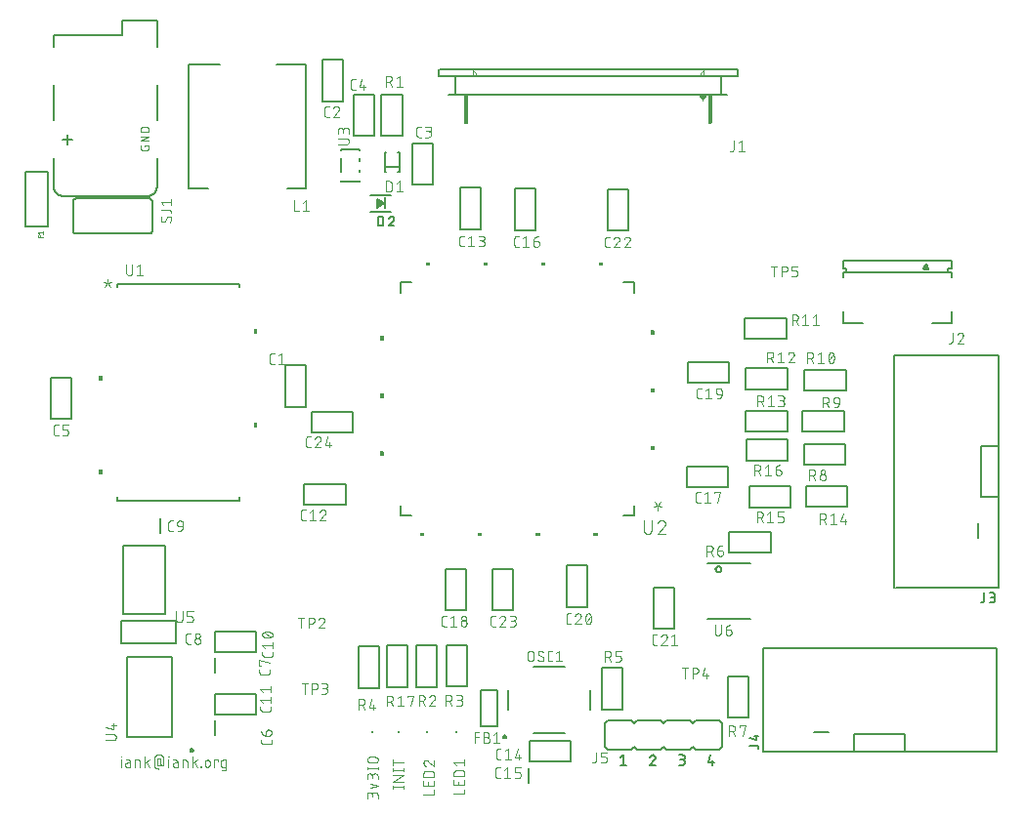
<source format=gto>
G04 EAGLE Gerber RS-274X export*
G75*
%MOMM*%
%FSLAX34Y34*%
%LPD*%
%INSilkscreen Top*%
%IPPOS*%
%AMOC8*
5,1,8,0,0,1.08239X$1,22.5*%
G01*
%ADD10C,0.076200*%
%ADD11C,0.127000*%
%ADD12C,0.177800*%
%ADD13C,0.152400*%
%ADD14R,1.300000X0.250000*%
%ADD15C,0.203200*%
%ADD16R,0.200000X1.000000*%
%ADD17C,0.025400*%
%ADD18C,0.101600*%
%ADD19C,0.050800*%
%ADD20R,0.200000X0.200000*%

G36*
X800108Y471386D02*
X800108Y471386D01*
X800117Y471385D01*
X800249Y471406D01*
X800382Y471425D01*
X800389Y471428D01*
X800398Y471429D01*
X800519Y471486D01*
X800641Y471541D01*
X800647Y471546D01*
X800655Y471550D01*
X800756Y471638D01*
X800858Y471725D01*
X800863Y471732D01*
X800869Y471737D01*
X800941Y471850D01*
X801016Y471961D01*
X801018Y471969D01*
X801023Y471976D01*
X801061Y472105D01*
X801101Y472232D01*
X801102Y472241D01*
X801104Y472249D01*
X801105Y472383D01*
X801109Y472516D01*
X801106Y472525D01*
X801107Y472533D01*
X801091Y472584D01*
X801037Y472791D01*
X801017Y472824D01*
X801008Y472854D01*
X799008Y476854D01*
X798951Y476936D01*
X798902Y477023D01*
X798871Y477053D01*
X798847Y477088D01*
X798769Y477151D01*
X798698Y477221D01*
X798660Y477241D01*
X798627Y477268D01*
X798535Y477307D01*
X798447Y477354D01*
X798405Y477363D01*
X798365Y477380D01*
X798266Y477392D01*
X798169Y477413D01*
X798126Y477410D01*
X798083Y477415D01*
X797985Y477400D01*
X797885Y477392D01*
X797845Y477377D01*
X797802Y477371D01*
X797712Y477328D01*
X797619Y477294D01*
X797584Y477268D01*
X797545Y477250D01*
X797470Y477184D01*
X797390Y477125D01*
X797367Y477094D01*
X797331Y477063D01*
X797234Y476911D01*
X797192Y476854D01*
X795192Y472854D01*
X795189Y472846D01*
X795185Y472839D01*
X795144Y472711D01*
X795102Y472584D01*
X795101Y472576D01*
X795099Y472568D01*
X795095Y472433D01*
X795090Y472300D01*
X795092Y472292D01*
X795091Y472284D01*
X795125Y472154D01*
X795157Y472024D01*
X795161Y472017D01*
X795163Y472009D01*
X795231Y471894D01*
X795298Y471777D01*
X795304Y471772D01*
X795309Y471764D01*
X795406Y471672D01*
X795502Y471580D01*
X795510Y471576D01*
X795516Y471570D01*
X795635Y471509D01*
X795753Y471446D01*
X795761Y471444D01*
X795769Y471440D01*
X795821Y471432D01*
X796031Y471387D01*
X796069Y471390D01*
X796100Y471385D01*
X800100Y471385D01*
X800108Y471386D01*
G37*
G36*
X323545Y526093D02*
X323545Y526093D01*
X323616Y526091D01*
X323686Y526110D01*
X323757Y526118D01*
X323812Y526143D01*
X323891Y526163D01*
X323994Y526224D01*
X324063Y526255D01*
X327063Y528255D01*
X327150Y528332D01*
X327240Y528405D01*
X327255Y528427D01*
X327275Y528445D01*
X327337Y528542D01*
X327404Y528637D01*
X327412Y528663D01*
X327427Y528685D01*
X327459Y528796D01*
X327497Y528906D01*
X327498Y528933D01*
X327505Y528958D01*
X327505Y529074D01*
X327511Y529190D01*
X327505Y529216D01*
X327505Y529243D01*
X327473Y529354D01*
X327447Y529467D01*
X327434Y529490D01*
X327426Y529516D01*
X327364Y529614D01*
X327308Y529715D01*
X327290Y529731D01*
X327275Y529756D01*
X327067Y529941D01*
X327063Y529945D01*
X324063Y531945D01*
X323999Y531976D01*
X323939Y532016D01*
X323871Y532037D01*
X323807Y532068D01*
X323736Y532080D01*
X323668Y532101D01*
X323597Y532103D01*
X323527Y532115D01*
X323455Y532107D01*
X323384Y532109D01*
X323315Y532091D01*
X323244Y532082D01*
X323178Y532055D01*
X323109Y532037D01*
X323048Y532000D01*
X322982Y531973D01*
X322926Y531928D01*
X322864Y531892D01*
X322815Y531840D01*
X322760Y531795D01*
X322719Y531737D01*
X322670Y531684D01*
X322637Y531621D01*
X322596Y531563D01*
X322573Y531495D01*
X322540Y531431D01*
X322530Y531372D01*
X322503Y531294D01*
X322497Y531175D01*
X322485Y531100D01*
X322485Y527100D01*
X322495Y527029D01*
X322495Y526957D01*
X322515Y526889D01*
X322525Y526819D01*
X322554Y526753D01*
X322574Y526684D01*
X322612Y526624D01*
X322641Y526559D01*
X322687Y526504D01*
X322725Y526444D01*
X322779Y526396D01*
X322825Y526342D01*
X322884Y526302D01*
X322938Y526255D01*
X323002Y526224D01*
X323061Y526185D01*
X323130Y526163D01*
X323194Y526132D01*
X323264Y526120D01*
X323332Y526099D01*
X323404Y526097D01*
X323475Y526085D01*
X323545Y526093D01*
G37*
G36*
X605210Y617803D02*
X605210Y617803D01*
X605299Y617802D01*
X605310Y617807D01*
X605322Y617808D01*
X605402Y617845D01*
X605484Y617879D01*
X605493Y617888D01*
X605503Y617893D01*
X605540Y617934D01*
X605613Y618005D01*
X608113Y621505D01*
X608140Y621566D01*
X608175Y621623D01*
X608182Y621659D01*
X608195Y621688D01*
X608196Y621737D01*
X608207Y621800D01*
X608207Y622300D01*
X608206Y622305D01*
X608207Y622310D01*
X608186Y622403D01*
X608168Y622497D01*
X608165Y622501D01*
X608164Y622506D01*
X608108Y622584D01*
X608055Y622662D01*
X608051Y622665D01*
X608048Y622669D01*
X607966Y622720D01*
X607887Y622772D01*
X607882Y622772D01*
X607877Y622775D01*
X607700Y622807D01*
X602700Y622807D01*
X602695Y622806D01*
X602690Y622807D01*
X602597Y622786D01*
X602504Y622768D01*
X602499Y622765D01*
X602494Y622764D01*
X602416Y622708D01*
X602338Y622655D01*
X602335Y622651D01*
X602331Y622648D01*
X602280Y622566D01*
X602228Y622487D01*
X602228Y622482D01*
X602225Y622477D01*
X602193Y622300D01*
X602193Y621800D01*
X602206Y621735D01*
X602210Y621668D01*
X602226Y621634D01*
X602232Y621604D01*
X602260Y621563D01*
X602287Y621505D01*
X604787Y618005D01*
X604852Y617945D01*
X604914Y617881D01*
X604925Y617877D01*
X604934Y617868D01*
X605016Y617838D01*
X605098Y617803D01*
X605110Y617803D01*
X605122Y617799D01*
X605210Y617803D01*
G37*
G36*
X413407Y240813D02*
X413407Y240813D01*
X413409Y240812D01*
X413452Y240832D01*
X413496Y240850D01*
X413496Y240852D01*
X413498Y240853D01*
X413531Y240938D01*
X413531Y243478D01*
X413530Y243480D01*
X413531Y243482D01*
X413511Y243525D01*
X413493Y243569D01*
X413491Y243569D01*
X413490Y243571D01*
X413405Y243604D01*
X409595Y243604D01*
X409593Y243603D01*
X409591Y243604D01*
X409548Y243584D01*
X409504Y243566D01*
X409504Y243564D01*
X409502Y243563D01*
X409469Y243478D01*
X409469Y240938D01*
X409470Y240936D01*
X409469Y240934D01*
X409489Y240891D01*
X409507Y240847D01*
X409509Y240847D01*
X409510Y240845D01*
X409595Y240812D01*
X413405Y240812D01*
X413407Y240813D01*
G37*
G36*
X463407Y240813D02*
X463407Y240813D01*
X463409Y240812D01*
X463452Y240832D01*
X463496Y240850D01*
X463496Y240852D01*
X463498Y240853D01*
X463531Y240938D01*
X463531Y243478D01*
X463530Y243480D01*
X463531Y243482D01*
X463511Y243525D01*
X463493Y243569D01*
X463491Y243569D01*
X463490Y243571D01*
X463405Y243604D01*
X459595Y243604D01*
X459593Y243603D01*
X459591Y243604D01*
X459548Y243584D01*
X459504Y243566D01*
X459504Y243564D01*
X459502Y243563D01*
X459469Y243478D01*
X459469Y240938D01*
X459470Y240936D01*
X459469Y240934D01*
X459489Y240891D01*
X459507Y240847D01*
X459509Y240847D01*
X459510Y240845D01*
X459595Y240812D01*
X463405Y240812D01*
X463407Y240813D01*
G37*
G36*
X363407Y240813D02*
X363407Y240813D01*
X363409Y240812D01*
X363452Y240832D01*
X363496Y240850D01*
X363496Y240852D01*
X363498Y240853D01*
X363531Y240938D01*
X363531Y243478D01*
X363530Y243480D01*
X363531Y243482D01*
X363511Y243525D01*
X363493Y243569D01*
X363491Y243569D01*
X363490Y243571D01*
X363405Y243604D01*
X359595Y243604D01*
X359593Y243603D01*
X359591Y243604D01*
X359548Y243584D01*
X359504Y243566D01*
X359504Y243564D01*
X359502Y243563D01*
X359469Y243478D01*
X359469Y240938D01*
X359470Y240936D01*
X359469Y240934D01*
X359489Y240891D01*
X359507Y240847D01*
X359509Y240847D01*
X359510Y240845D01*
X359595Y240812D01*
X363405Y240812D01*
X363407Y240813D01*
G37*
G36*
X513407Y240813D02*
X513407Y240813D01*
X513409Y240812D01*
X513452Y240832D01*
X513496Y240850D01*
X513496Y240852D01*
X513498Y240853D01*
X513531Y240938D01*
X513531Y243478D01*
X513530Y243480D01*
X513531Y243482D01*
X513511Y243525D01*
X513493Y243569D01*
X513491Y243569D01*
X513490Y243571D01*
X513405Y243604D01*
X509595Y243604D01*
X509593Y243603D01*
X509591Y243604D01*
X509548Y243584D01*
X509504Y243566D01*
X509504Y243564D01*
X509502Y243563D01*
X509469Y243478D01*
X509469Y240938D01*
X509470Y240936D01*
X509469Y240934D01*
X509489Y240891D01*
X509507Y240847D01*
X509509Y240847D01*
X509510Y240845D01*
X509595Y240812D01*
X513405Y240812D01*
X513407Y240813D01*
G37*
G36*
X84089Y294382D02*
X84089Y294382D01*
X84091Y294381D01*
X84134Y294401D01*
X84178Y294419D01*
X84178Y294421D01*
X84180Y294422D01*
X84213Y294507D01*
X84213Y298317D01*
X84212Y298319D01*
X84213Y298321D01*
X84193Y298364D01*
X84175Y298408D01*
X84173Y298408D01*
X84172Y298410D01*
X84087Y298443D01*
X81547Y298443D01*
X81545Y298442D01*
X81543Y298443D01*
X81500Y298423D01*
X81456Y298405D01*
X81456Y298403D01*
X81454Y298402D01*
X81421Y298317D01*
X81421Y294507D01*
X81422Y294505D01*
X81421Y294503D01*
X81441Y294460D01*
X81459Y294416D01*
X81461Y294416D01*
X81462Y294414D01*
X81547Y294381D01*
X84087Y294381D01*
X84089Y294382D01*
G37*
G36*
X327980Y309970D02*
X327980Y309970D01*
X327982Y309969D01*
X328025Y309989D01*
X328069Y310007D01*
X328069Y310009D01*
X328071Y310010D01*
X328104Y310095D01*
X328104Y313905D01*
X328103Y313907D01*
X328104Y313909D01*
X328084Y313952D01*
X328066Y313996D01*
X328064Y313996D01*
X328063Y313998D01*
X327978Y314031D01*
X325438Y314031D01*
X325436Y314030D01*
X325434Y314031D01*
X325391Y314011D01*
X325347Y313993D01*
X325347Y313991D01*
X325345Y313990D01*
X325312Y313905D01*
X325312Y310095D01*
X325313Y310093D01*
X325312Y310091D01*
X325332Y310048D01*
X325350Y310004D01*
X325352Y310004D01*
X325353Y310002D01*
X325438Y309969D01*
X327978Y309969D01*
X327980Y309970D01*
G37*
G36*
X562564Y314970D02*
X562564Y314970D01*
X562566Y314969D01*
X562609Y314989D01*
X562653Y315007D01*
X562653Y315009D01*
X562655Y315010D01*
X562688Y315095D01*
X562688Y318905D01*
X562687Y318907D01*
X562688Y318909D01*
X562668Y318952D01*
X562650Y318996D01*
X562648Y318996D01*
X562647Y318998D01*
X562562Y319031D01*
X560022Y319031D01*
X560020Y319030D01*
X560018Y319031D01*
X559975Y319011D01*
X559931Y318993D01*
X559931Y318991D01*
X559929Y318990D01*
X559896Y318905D01*
X559896Y315095D01*
X559897Y315093D01*
X559896Y315091D01*
X559916Y315048D01*
X559934Y315004D01*
X559936Y315004D01*
X559937Y315002D01*
X560022Y314969D01*
X562562Y314969D01*
X562564Y314970D01*
G37*
G36*
X218455Y335022D02*
X218455Y335022D01*
X218457Y335021D01*
X218500Y335041D01*
X218544Y335059D01*
X218544Y335061D01*
X218546Y335062D01*
X218579Y335147D01*
X218579Y338957D01*
X218578Y338959D01*
X218579Y338961D01*
X218559Y339004D01*
X218541Y339048D01*
X218539Y339048D01*
X218538Y339050D01*
X218453Y339083D01*
X215913Y339083D01*
X215911Y339082D01*
X215909Y339083D01*
X215866Y339063D01*
X215822Y339045D01*
X215822Y339043D01*
X215820Y339042D01*
X215787Y338957D01*
X215787Y335147D01*
X215788Y335145D01*
X215787Y335143D01*
X215807Y335100D01*
X215825Y335056D01*
X215827Y335056D01*
X215828Y335054D01*
X215913Y335021D01*
X218453Y335021D01*
X218455Y335022D01*
G37*
G36*
X327980Y359970D02*
X327980Y359970D01*
X327982Y359969D01*
X328025Y359989D01*
X328069Y360007D01*
X328069Y360009D01*
X328071Y360010D01*
X328104Y360095D01*
X328104Y363905D01*
X328103Y363907D01*
X328104Y363909D01*
X328084Y363952D01*
X328066Y363996D01*
X328064Y363996D01*
X328063Y363998D01*
X327978Y364031D01*
X325438Y364031D01*
X325436Y364030D01*
X325434Y364031D01*
X325391Y364011D01*
X325347Y363993D01*
X325347Y363991D01*
X325345Y363990D01*
X325312Y363905D01*
X325312Y360095D01*
X325313Y360093D01*
X325312Y360091D01*
X325332Y360048D01*
X325350Y360004D01*
X325352Y360004D01*
X325353Y360002D01*
X325438Y359969D01*
X327978Y359969D01*
X327980Y359970D01*
G37*
G36*
X562564Y364970D02*
X562564Y364970D01*
X562566Y364969D01*
X562609Y364989D01*
X562653Y365007D01*
X562653Y365009D01*
X562655Y365010D01*
X562688Y365095D01*
X562688Y368905D01*
X562687Y368907D01*
X562688Y368909D01*
X562668Y368952D01*
X562650Y368996D01*
X562648Y368996D01*
X562647Y368998D01*
X562562Y369031D01*
X560022Y369031D01*
X560020Y369030D01*
X560018Y369031D01*
X559975Y369011D01*
X559931Y368993D01*
X559931Y368991D01*
X559929Y368990D01*
X559896Y368905D01*
X559896Y365095D01*
X559897Y365093D01*
X559896Y365091D01*
X559916Y365048D01*
X559934Y365004D01*
X559936Y365004D01*
X559937Y365002D01*
X560022Y364969D01*
X562562Y364969D01*
X562564Y364970D01*
G37*
G36*
X84089Y375662D02*
X84089Y375662D01*
X84091Y375661D01*
X84134Y375681D01*
X84178Y375699D01*
X84178Y375701D01*
X84180Y375702D01*
X84213Y375787D01*
X84213Y379597D01*
X84212Y379599D01*
X84213Y379601D01*
X84193Y379644D01*
X84175Y379688D01*
X84173Y379688D01*
X84172Y379690D01*
X84087Y379723D01*
X81547Y379723D01*
X81545Y379722D01*
X81543Y379723D01*
X81500Y379703D01*
X81456Y379685D01*
X81456Y379683D01*
X81454Y379682D01*
X81421Y379597D01*
X81421Y375787D01*
X81422Y375785D01*
X81421Y375783D01*
X81441Y375740D01*
X81459Y375696D01*
X81461Y375696D01*
X81462Y375694D01*
X81547Y375661D01*
X84087Y375661D01*
X84089Y375662D01*
G37*
G36*
X327980Y409970D02*
X327980Y409970D01*
X327982Y409969D01*
X328025Y409989D01*
X328069Y410007D01*
X328069Y410009D01*
X328071Y410010D01*
X328104Y410095D01*
X328104Y413905D01*
X328103Y413907D01*
X328104Y413909D01*
X328084Y413952D01*
X328066Y413996D01*
X328064Y413996D01*
X328063Y413998D01*
X327978Y414031D01*
X325438Y414031D01*
X325436Y414030D01*
X325434Y414031D01*
X325391Y414011D01*
X325347Y413993D01*
X325347Y413991D01*
X325345Y413990D01*
X325312Y413905D01*
X325312Y410095D01*
X325313Y410093D01*
X325312Y410091D01*
X325332Y410048D01*
X325350Y410004D01*
X325352Y410004D01*
X325353Y410002D01*
X325438Y409969D01*
X327978Y409969D01*
X327980Y409970D01*
G37*
G36*
X562564Y414970D02*
X562564Y414970D01*
X562566Y414969D01*
X562609Y414989D01*
X562653Y415007D01*
X562653Y415009D01*
X562655Y415010D01*
X562688Y415095D01*
X562688Y418905D01*
X562687Y418907D01*
X562688Y418909D01*
X562668Y418952D01*
X562650Y418996D01*
X562648Y418996D01*
X562647Y418998D01*
X562562Y419031D01*
X560022Y419031D01*
X560020Y419030D01*
X560018Y419031D01*
X559975Y419011D01*
X559931Y418993D01*
X559931Y418991D01*
X559929Y418990D01*
X559896Y418905D01*
X559896Y415095D01*
X559897Y415093D01*
X559896Y415091D01*
X559916Y415048D01*
X559934Y415004D01*
X559936Y415004D01*
X559937Y415002D01*
X560022Y414969D01*
X562562Y414969D01*
X562564Y414970D01*
G37*
G36*
X218455Y416302D02*
X218455Y416302D01*
X218457Y416301D01*
X218500Y416321D01*
X218544Y416339D01*
X218544Y416341D01*
X218546Y416342D01*
X218579Y416427D01*
X218579Y420237D01*
X218578Y420239D01*
X218579Y420241D01*
X218559Y420284D01*
X218541Y420328D01*
X218539Y420328D01*
X218538Y420330D01*
X218453Y420363D01*
X215913Y420363D01*
X215911Y420362D01*
X215909Y420363D01*
X215866Y420343D01*
X215822Y420325D01*
X215822Y420323D01*
X215820Y420322D01*
X215787Y420237D01*
X215787Y416427D01*
X215788Y416425D01*
X215787Y416423D01*
X215807Y416380D01*
X215825Y416336D01*
X215827Y416336D01*
X215828Y416334D01*
X215913Y416301D01*
X218453Y416301D01*
X218455Y416302D01*
G37*
G36*
X518407Y475397D02*
X518407Y475397D01*
X518409Y475396D01*
X518452Y475416D01*
X518496Y475434D01*
X518496Y475436D01*
X518498Y475437D01*
X518531Y475522D01*
X518531Y478062D01*
X518530Y478064D01*
X518531Y478066D01*
X518511Y478109D01*
X518493Y478153D01*
X518491Y478153D01*
X518490Y478155D01*
X518405Y478188D01*
X514595Y478188D01*
X514593Y478187D01*
X514591Y478188D01*
X514548Y478168D01*
X514504Y478150D01*
X514504Y478148D01*
X514502Y478147D01*
X514469Y478062D01*
X514469Y475522D01*
X514470Y475520D01*
X514469Y475518D01*
X514489Y475475D01*
X514507Y475431D01*
X514509Y475431D01*
X514510Y475429D01*
X514595Y475396D01*
X518405Y475396D01*
X518407Y475397D01*
G37*
G36*
X468407Y475397D02*
X468407Y475397D01*
X468409Y475396D01*
X468452Y475416D01*
X468496Y475434D01*
X468496Y475436D01*
X468498Y475437D01*
X468531Y475522D01*
X468531Y478062D01*
X468530Y478064D01*
X468531Y478066D01*
X468511Y478109D01*
X468493Y478153D01*
X468491Y478153D01*
X468490Y478155D01*
X468405Y478188D01*
X464595Y478188D01*
X464593Y478187D01*
X464591Y478188D01*
X464548Y478168D01*
X464504Y478150D01*
X464504Y478148D01*
X464502Y478147D01*
X464469Y478062D01*
X464469Y475522D01*
X464470Y475520D01*
X464469Y475518D01*
X464489Y475475D01*
X464507Y475431D01*
X464509Y475431D01*
X464510Y475429D01*
X464595Y475396D01*
X468405Y475396D01*
X468407Y475397D01*
G37*
G36*
X418407Y475397D02*
X418407Y475397D01*
X418409Y475396D01*
X418452Y475416D01*
X418496Y475434D01*
X418496Y475436D01*
X418498Y475437D01*
X418531Y475522D01*
X418531Y478062D01*
X418530Y478064D01*
X418531Y478066D01*
X418511Y478109D01*
X418493Y478153D01*
X418491Y478153D01*
X418490Y478155D01*
X418405Y478188D01*
X414595Y478188D01*
X414593Y478187D01*
X414591Y478188D01*
X414548Y478168D01*
X414504Y478150D01*
X414504Y478148D01*
X414502Y478147D01*
X414469Y478062D01*
X414469Y475522D01*
X414470Y475520D01*
X414469Y475518D01*
X414489Y475475D01*
X414507Y475431D01*
X414509Y475431D01*
X414510Y475429D01*
X414595Y475396D01*
X418405Y475396D01*
X418407Y475397D01*
G37*
G36*
X368407Y475397D02*
X368407Y475397D01*
X368409Y475396D01*
X368452Y475416D01*
X368496Y475434D01*
X368496Y475436D01*
X368498Y475437D01*
X368531Y475522D01*
X368531Y478062D01*
X368530Y478064D01*
X368531Y478066D01*
X368511Y478109D01*
X368493Y478153D01*
X368491Y478153D01*
X368490Y478155D01*
X368405Y478188D01*
X364595Y478188D01*
X364593Y478187D01*
X364591Y478188D01*
X364548Y478168D01*
X364504Y478150D01*
X364504Y478148D01*
X364502Y478147D01*
X364469Y478062D01*
X364469Y475522D01*
X364470Y475520D01*
X364469Y475518D01*
X364489Y475475D01*
X364507Y475431D01*
X364509Y475431D01*
X364510Y475429D01*
X364595Y475396D01*
X368405Y475396D01*
X368407Y475397D01*
G37*
D10*
X336381Y22907D02*
X345619Y22907D01*
X345619Y21881D02*
X345619Y23934D01*
X336381Y23934D02*
X336381Y21881D01*
X336381Y27841D02*
X345619Y27841D01*
X345619Y32974D02*
X336381Y27841D01*
X336381Y32974D02*
X345619Y32974D01*
X345619Y37907D02*
X336381Y37907D01*
X345619Y36881D02*
X345619Y38934D01*
X336381Y38934D02*
X336381Y36881D01*
X336381Y44507D02*
X345619Y44507D01*
X336381Y41941D02*
X336381Y47074D01*
X323119Y15947D02*
X323119Y13381D01*
X323119Y15947D02*
X323117Y16046D01*
X323111Y16146D01*
X323102Y16245D01*
X323088Y16343D01*
X323071Y16441D01*
X323050Y16539D01*
X323025Y16635D01*
X322996Y16730D01*
X322964Y16825D01*
X322928Y16917D01*
X322889Y17009D01*
X322846Y17099D01*
X322800Y17187D01*
X322750Y17273D01*
X322697Y17357D01*
X322641Y17439D01*
X322581Y17519D01*
X322519Y17596D01*
X322453Y17671D01*
X322385Y17744D01*
X322314Y17813D01*
X322240Y17880D01*
X322164Y17944D01*
X322085Y18005D01*
X322004Y18063D01*
X321921Y18118D01*
X321836Y18169D01*
X321749Y18217D01*
X321660Y18262D01*
X321569Y18303D01*
X321477Y18341D01*
X321384Y18375D01*
X321289Y18405D01*
X321193Y18432D01*
X321096Y18455D01*
X320999Y18474D01*
X320900Y18489D01*
X320801Y18501D01*
X320702Y18509D01*
X320603Y18513D01*
X320503Y18513D01*
X320404Y18509D01*
X320305Y18501D01*
X320206Y18489D01*
X320107Y18474D01*
X320010Y18455D01*
X319913Y18432D01*
X319817Y18405D01*
X319722Y18375D01*
X319629Y18341D01*
X319537Y18303D01*
X319446Y18262D01*
X319357Y18217D01*
X319270Y18169D01*
X319185Y18118D01*
X319102Y18063D01*
X319021Y18005D01*
X318942Y17944D01*
X318866Y17880D01*
X318792Y17813D01*
X318721Y17744D01*
X318653Y17671D01*
X318587Y17596D01*
X318525Y17519D01*
X318465Y17439D01*
X318409Y17357D01*
X318356Y17273D01*
X318306Y17187D01*
X318260Y17099D01*
X318217Y17009D01*
X318178Y16917D01*
X318142Y16825D01*
X318110Y16730D01*
X318081Y16635D01*
X318056Y16539D01*
X318035Y16441D01*
X318018Y16343D01*
X318004Y16245D01*
X317995Y16146D01*
X317989Y16046D01*
X317987Y15947D01*
X313881Y16460D02*
X313881Y13381D01*
X313881Y16460D02*
X313883Y16550D01*
X313889Y16639D01*
X313899Y16728D01*
X313912Y16816D01*
X313930Y16904D01*
X313951Y16991D01*
X313976Y17077D01*
X314005Y17162D01*
X314037Y17246D01*
X314073Y17328D01*
X314113Y17408D01*
X314156Y17487D01*
X314203Y17563D01*
X314252Y17638D01*
X314305Y17710D01*
X314361Y17780D01*
X314420Y17847D01*
X314482Y17912D01*
X314547Y17974D01*
X314614Y18033D01*
X314684Y18089D01*
X314756Y18142D01*
X314831Y18191D01*
X314908Y18238D01*
X314986Y18281D01*
X315066Y18321D01*
X315148Y18357D01*
X315232Y18389D01*
X315317Y18418D01*
X315403Y18443D01*
X315490Y18464D01*
X315578Y18482D01*
X315666Y18495D01*
X315755Y18505D01*
X315844Y18511D01*
X315934Y18513D01*
X316024Y18511D01*
X316113Y18505D01*
X316202Y18495D01*
X316290Y18482D01*
X316378Y18464D01*
X316465Y18443D01*
X316551Y18418D01*
X316636Y18389D01*
X316720Y18357D01*
X316802Y18321D01*
X316882Y18281D01*
X316961Y18238D01*
X317037Y18191D01*
X317112Y18142D01*
X317184Y18089D01*
X317254Y18033D01*
X317321Y17974D01*
X317386Y17912D01*
X317448Y17847D01*
X317507Y17780D01*
X317563Y17710D01*
X317616Y17638D01*
X317665Y17563D01*
X317712Y17487D01*
X317755Y17408D01*
X317795Y17328D01*
X317831Y17246D01*
X317863Y17162D01*
X317892Y17077D01*
X317917Y16991D01*
X317938Y16904D01*
X317956Y16816D01*
X317969Y16728D01*
X317979Y16639D01*
X317985Y16550D01*
X317987Y16460D01*
X317987Y14407D01*
X316960Y21994D02*
X323119Y24047D01*
X316960Y26100D01*
X323119Y29581D02*
X323119Y32147D01*
X323117Y32246D01*
X323111Y32346D01*
X323102Y32445D01*
X323088Y32543D01*
X323071Y32641D01*
X323050Y32739D01*
X323025Y32835D01*
X322996Y32930D01*
X322964Y33025D01*
X322928Y33117D01*
X322889Y33209D01*
X322846Y33299D01*
X322800Y33387D01*
X322750Y33473D01*
X322697Y33557D01*
X322641Y33639D01*
X322581Y33719D01*
X322519Y33796D01*
X322453Y33871D01*
X322385Y33944D01*
X322314Y34013D01*
X322240Y34080D01*
X322164Y34144D01*
X322085Y34205D01*
X322004Y34263D01*
X321921Y34318D01*
X321836Y34369D01*
X321749Y34417D01*
X321660Y34462D01*
X321569Y34503D01*
X321477Y34541D01*
X321384Y34575D01*
X321289Y34605D01*
X321193Y34632D01*
X321096Y34655D01*
X320999Y34674D01*
X320900Y34689D01*
X320801Y34701D01*
X320702Y34709D01*
X320603Y34713D01*
X320503Y34713D01*
X320404Y34709D01*
X320305Y34701D01*
X320206Y34689D01*
X320107Y34674D01*
X320010Y34655D01*
X319913Y34632D01*
X319817Y34605D01*
X319722Y34575D01*
X319629Y34541D01*
X319537Y34503D01*
X319446Y34462D01*
X319357Y34417D01*
X319270Y34369D01*
X319185Y34318D01*
X319102Y34263D01*
X319021Y34205D01*
X318942Y34144D01*
X318866Y34080D01*
X318792Y34013D01*
X318721Y33944D01*
X318653Y33871D01*
X318587Y33796D01*
X318525Y33719D01*
X318465Y33639D01*
X318409Y33557D01*
X318356Y33473D01*
X318306Y33387D01*
X318260Y33299D01*
X318217Y33209D01*
X318178Y33117D01*
X318142Y33025D01*
X318110Y32930D01*
X318081Y32835D01*
X318056Y32739D01*
X318035Y32641D01*
X318018Y32543D01*
X318004Y32445D01*
X317995Y32346D01*
X317989Y32246D01*
X317987Y32147D01*
X313881Y32660D02*
X313881Y29581D01*
X313881Y32660D02*
X313883Y32750D01*
X313889Y32839D01*
X313899Y32928D01*
X313912Y33016D01*
X313930Y33104D01*
X313951Y33191D01*
X313976Y33277D01*
X314005Y33362D01*
X314037Y33446D01*
X314073Y33528D01*
X314113Y33608D01*
X314156Y33687D01*
X314203Y33763D01*
X314252Y33838D01*
X314305Y33910D01*
X314361Y33980D01*
X314420Y34047D01*
X314482Y34112D01*
X314547Y34174D01*
X314614Y34233D01*
X314684Y34289D01*
X314756Y34342D01*
X314831Y34391D01*
X314908Y34438D01*
X314986Y34481D01*
X315066Y34521D01*
X315148Y34557D01*
X315232Y34589D01*
X315317Y34618D01*
X315403Y34643D01*
X315490Y34664D01*
X315578Y34682D01*
X315666Y34695D01*
X315755Y34705D01*
X315844Y34711D01*
X315934Y34713D01*
X316024Y34711D01*
X316113Y34705D01*
X316202Y34695D01*
X316290Y34682D01*
X316378Y34664D01*
X316465Y34643D01*
X316551Y34618D01*
X316636Y34589D01*
X316720Y34557D01*
X316802Y34521D01*
X316882Y34481D01*
X316961Y34438D01*
X317037Y34391D01*
X317112Y34342D01*
X317184Y34289D01*
X317254Y34233D01*
X317321Y34174D01*
X317386Y34112D01*
X317448Y34047D01*
X317507Y33980D01*
X317563Y33910D01*
X317616Y33838D01*
X317665Y33763D01*
X317712Y33687D01*
X317755Y33608D01*
X317795Y33528D01*
X317831Y33446D01*
X317863Y33362D01*
X317892Y33277D01*
X317917Y33191D01*
X317938Y33104D01*
X317956Y33016D01*
X317969Y32928D01*
X317979Y32839D01*
X317985Y32750D01*
X317987Y32660D01*
X317987Y30607D01*
X313881Y39347D02*
X323119Y39347D01*
X323119Y38321D02*
X323119Y40374D01*
X313881Y40374D02*
X313881Y38321D01*
X316447Y43981D02*
X320553Y43981D01*
X316447Y43981D02*
X316348Y43983D01*
X316248Y43989D01*
X316149Y43998D01*
X316051Y44012D01*
X315953Y44029D01*
X315855Y44050D01*
X315759Y44075D01*
X315664Y44104D01*
X315569Y44136D01*
X315477Y44172D01*
X315385Y44211D01*
X315295Y44254D01*
X315207Y44300D01*
X315121Y44350D01*
X315037Y44403D01*
X314955Y44459D01*
X314875Y44519D01*
X314798Y44581D01*
X314723Y44647D01*
X314650Y44715D01*
X314581Y44786D01*
X314514Y44860D01*
X314450Y44936D01*
X314389Y45015D01*
X314331Y45096D01*
X314276Y45179D01*
X314225Y45264D01*
X314177Y45351D01*
X314132Y45440D01*
X314091Y45531D01*
X314053Y45623D01*
X314019Y45716D01*
X313989Y45811D01*
X313962Y45907D01*
X313939Y46004D01*
X313920Y46101D01*
X313905Y46200D01*
X313893Y46299D01*
X313885Y46398D01*
X313881Y46497D01*
X313881Y46597D01*
X313885Y46696D01*
X313893Y46795D01*
X313905Y46894D01*
X313920Y46993D01*
X313939Y47090D01*
X313962Y47187D01*
X313989Y47283D01*
X314019Y47378D01*
X314053Y47471D01*
X314091Y47563D01*
X314132Y47654D01*
X314177Y47743D01*
X314225Y47830D01*
X314276Y47915D01*
X314331Y47998D01*
X314389Y48079D01*
X314450Y48158D01*
X314514Y48234D01*
X314581Y48308D01*
X314650Y48379D01*
X314723Y48447D01*
X314798Y48513D01*
X314875Y48575D01*
X314955Y48635D01*
X315037Y48691D01*
X315121Y48744D01*
X315207Y48794D01*
X315295Y48840D01*
X315385Y48883D01*
X315477Y48922D01*
X315569Y48958D01*
X315664Y48990D01*
X315759Y49019D01*
X315855Y49044D01*
X315953Y49065D01*
X316051Y49082D01*
X316149Y49096D01*
X316248Y49105D01*
X316348Y49111D01*
X316447Y49113D01*
X320553Y49113D01*
X320652Y49111D01*
X320752Y49105D01*
X320851Y49096D01*
X320949Y49082D01*
X321047Y49065D01*
X321145Y49044D01*
X321241Y49019D01*
X321336Y48990D01*
X321431Y48958D01*
X321523Y48922D01*
X321615Y48883D01*
X321705Y48840D01*
X321793Y48794D01*
X321879Y48744D01*
X321963Y48691D01*
X322045Y48635D01*
X322125Y48575D01*
X322202Y48513D01*
X322277Y48447D01*
X322350Y48379D01*
X322419Y48308D01*
X322486Y48234D01*
X322550Y48158D01*
X322611Y48079D01*
X322669Y47998D01*
X322724Y47915D01*
X322775Y47830D01*
X322823Y47743D01*
X322868Y47654D01*
X322909Y47563D01*
X322947Y47471D01*
X322981Y47378D01*
X323011Y47283D01*
X323038Y47187D01*
X323061Y47090D01*
X323080Y46993D01*
X323095Y46894D01*
X323107Y46795D01*
X323115Y46696D01*
X323119Y46597D01*
X323119Y46497D01*
X323115Y46398D01*
X323107Y46299D01*
X323095Y46200D01*
X323080Y46101D01*
X323061Y46004D01*
X323038Y45907D01*
X323011Y45811D01*
X322981Y45716D01*
X322947Y45623D01*
X322909Y45531D01*
X322868Y45440D01*
X322823Y45351D01*
X322775Y45264D01*
X322724Y45179D01*
X322669Y45096D01*
X322611Y45015D01*
X322550Y44936D01*
X322486Y44860D01*
X322419Y44786D01*
X322350Y44715D01*
X322277Y44647D01*
X322202Y44581D01*
X322125Y44519D01*
X322045Y44459D01*
X321963Y44403D01*
X321879Y44350D01*
X321793Y44300D01*
X321705Y44254D01*
X321615Y44211D01*
X321523Y44172D01*
X321431Y44136D01*
X321336Y44104D01*
X321241Y44075D01*
X321145Y44050D01*
X321047Y44029D01*
X320949Y44012D01*
X320851Y43998D01*
X320752Y43989D01*
X320652Y43983D01*
X320553Y43981D01*
X100638Y46540D02*
X100638Y40381D01*
X100381Y49106D02*
X100381Y49619D01*
X100894Y49619D01*
X100894Y49106D01*
X100381Y49106D01*
X106036Y43974D02*
X108345Y43974D01*
X106036Y43973D02*
X105953Y43971D01*
X105870Y43965D01*
X105788Y43956D01*
X105706Y43942D01*
X105625Y43925D01*
X105545Y43904D01*
X105465Y43880D01*
X105387Y43852D01*
X105311Y43820D01*
X105235Y43785D01*
X105162Y43746D01*
X105091Y43704D01*
X105021Y43659D01*
X104954Y43610D01*
X104889Y43559D01*
X104826Y43504D01*
X104766Y43447D01*
X104709Y43387D01*
X104654Y43324D01*
X104603Y43259D01*
X104554Y43192D01*
X104509Y43122D01*
X104467Y43051D01*
X104428Y42978D01*
X104393Y42902D01*
X104361Y42826D01*
X104333Y42748D01*
X104309Y42668D01*
X104288Y42588D01*
X104271Y42507D01*
X104257Y42425D01*
X104248Y42343D01*
X104242Y42260D01*
X104240Y42177D01*
X104242Y42094D01*
X104248Y42011D01*
X104257Y41929D01*
X104271Y41847D01*
X104288Y41766D01*
X104309Y41686D01*
X104333Y41606D01*
X104361Y41528D01*
X104393Y41452D01*
X104428Y41376D01*
X104467Y41303D01*
X104509Y41232D01*
X104554Y41162D01*
X104603Y41095D01*
X104654Y41030D01*
X104709Y40967D01*
X104766Y40907D01*
X104826Y40850D01*
X104889Y40795D01*
X104954Y40744D01*
X105021Y40695D01*
X105091Y40650D01*
X105162Y40608D01*
X105235Y40569D01*
X105311Y40534D01*
X105387Y40502D01*
X105465Y40474D01*
X105545Y40450D01*
X105625Y40429D01*
X105706Y40412D01*
X105788Y40398D01*
X105870Y40389D01*
X105953Y40383D01*
X106036Y40381D01*
X108345Y40381D01*
X108345Y45000D01*
X108346Y45000D02*
X108344Y45076D01*
X108339Y45151D01*
X108329Y45226D01*
X108316Y45300D01*
X108300Y45374D01*
X108280Y45447D01*
X108256Y45519D01*
X108229Y45589D01*
X108198Y45658D01*
X108164Y45726D01*
X108127Y45792D01*
X108086Y45856D01*
X108043Y45917D01*
X107996Y45977D01*
X107947Y46034D01*
X107895Y46089D01*
X107840Y46141D01*
X107783Y46190D01*
X107723Y46237D01*
X107662Y46280D01*
X107598Y46321D01*
X107532Y46358D01*
X107464Y46392D01*
X107395Y46423D01*
X107325Y46450D01*
X107253Y46474D01*
X107180Y46494D01*
X107106Y46510D01*
X107032Y46523D01*
X106957Y46533D01*
X106882Y46538D01*
X106806Y46540D01*
X104753Y46540D01*
X112685Y46540D02*
X112685Y40381D01*
X112685Y46540D02*
X115251Y46540D01*
X115327Y46538D01*
X115402Y46533D01*
X115477Y46523D01*
X115551Y46510D01*
X115625Y46494D01*
X115698Y46474D01*
X115770Y46450D01*
X115840Y46423D01*
X115909Y46392D01*
X115977Y46358D01*
X116043Y46321D01*
X116107Y46280D01*
X116168Y46237D01*
X116228Y46190D01*
X116285Y46141D01*
X116340Y46089D01*
X116392Y46034D01*
X116441Y45977D01*
X116488Y45917D01*
X116531Y45856D01*
X116572Y45792D01*
X116609Y45726D01*
X116643Y45658D01*
X116674Y45589D01*
X116701Y45519D01*
X116725Y45447D01*
X116745Y45374D01*
X116761Y45300D01*
X116774Y45226D01*
X116784Y45151D01*
X116789Y45076D01*
X116791Y45000D01*
X116790Y45000D02*
X116790Y40381D01*
X121189Y40381D02*
X121189Y49619D01*
X125295Y46540D02*
X121189Y43460D01*
X122985Y44743D02*
X125295Y40381D01*
X133338Y48079D02*
X134877Y48079D01*
X133338Y48080D02*
X133260Y48078D01*
X133182Y48072D01*
X133105Y48062D01*
X133028Y48048D01*
X132952Y48031D01*
X132877Y48009D01*
X132803Y47984D01*
X132731Y47955D01*
X132660Y47923D01*
X132591Y47886D01*
X132523Y47847D01*
X132458Y47804D01*
X132395Y47758D01*
X132335Y47708D01*
X132277Y47656D01*
X132222Y47601D01*
X132170Y47543D01*
X132120Y47483D01*
X132074Y47420D01*
X132031Y47355D01*
X131992Y47287D01*
X131955Y47218D01*
X131923Y47147D01*
X131894Y47075D01*
X131869Y47001D01*
X131847Y46926D01*
X131830Y46850D01*
X131816Y46773D01*
X131806Y46696D01*
X131800Y46618D01*
X131798Y46540D01*
X131798Y43460D01*
X131800Y43383D01*
X131806Y43307D01*
X131815Y43230D01*
X131829Y43155D01*
X131846Y43080D01*
X131866Y43006D01*
X131891Y42933D01*
X131919Y42862D01*
X131951Y42792D01*
X131986Y42723D01*
X132024Y42657D01*
X132066Y42592D01*
X132110Y42530D01*
X132158Y42470D01*
X132209Y42413D01*
X132263Y42358D01*
X132319Y42305D01*
X132378Y42256D01*
X132439Y42210D01*
X132502Y42166D01*
X132568Y42126D01*
X132635Y42090D01*
X132705Y42056D01*
X132775Y42026D01*
X132848Y42000D01*
X132921Y41978D01*
X132995Y41959D01*
X133071Y41943D01*
X133147Y41932D01*
X133223Y41924D01*
X133300Y41920D01*
X133376Y41920D01*
X133453Y41924D01*
X133529Y41932D01*
X133605Y41943D01*
X133681Y41959D01*
X133755Y41978D01*
X133828Y42000D01*
X133901Y42026D01*
X133971Y42056D01*
X134041Y42090D01*
X134108Y42126D01*
X134174Y42166D01*
X134237Y42210D01*
X134298Y42256D01*
X134357Y42305D01*
X134413Y42358D01*
X134467Y42413D01*
X134518Y42470D01*
X134566Y42530D01*
X134610Y42592D01*
X134652Y42657D01*
X134690Y42723D01*
X134725Y42792D01*
X134757Y42862D01*
X134785Y42933D01*
X134810Y43006D01*
X134830Y43080D01*
X134847Y43155D01*
X134861Y43230D01*
X134870Y43307D01*
X134876Y43383D01*
X134878Y43460D01*
X134877Y43204D02*
X134877Y48079D01*
X134877Y43204D02*
X134879Y43133D01*
X134885Y43063D01*
X134894Y42993D01*
X134908Y42923D01*
X134925Y42855D01*
X134947Y42787D01*
X134971Y42721D01*
X135000Y42656D01*
X135032Y42593D01*
X135067Y42532D01*
X135106Y42473D01*
X135148Y42416D01*
X135192Y42361D01*
X135240Y42309D01*
X135291Y42260D01*
X135344Y42214D01*
X135400Y42170D01*
X135458Y42130D01*
X135519Y42093D01*
X135581Y42059D01*
X135645Y42029D01*
X135710Y42002D01*
X135777Y41979D01*
X135845Y41960D01*
X135914Y41945D01*
X135984Y41933D01*
X136054Y41925D01*
X136125Y41921D01*
X136195Y41921D01*
X136266Y41925D01*
X136336Y41933D01*
X136406Y41945D01*
X136475Y41960D01*
X136543Y41979D01*
X136610Y42002D01*
X136675Y42029D01*
X136739Y42059D01*
X136802Y42093D01*
X136862Y42130D01*
X136920Y42170D01*
X136976Y42214D01*
X137029Y42260D01*
X137080Y42309D01*
X137128Y42361D01*
X137172Y42416D01*
X137214Y42473D01*
X137253Y42532D01*
X137288Y42593D01*
X137320Y42656D01*
X137349Y42721D01*
X137373Y42787D01*
X137395Y42855D01*
X137412Y42923D01*
X137426Y42993D01*
X137435Y43063D01*
X137441Y43133D01*
X137443Y43204D01*
X137443Y47053D01*
X137444Y47053D02*
X137442Y47179D01*
X137436Y47306D01*
X137426Y47432D01*
X137413Y47558D01*
X137395Y47683D01*
X137374Y47807D01*
X137349Y47931D01*
X137320Y48055D01*
X137287Y48177D01*
X137251Y48298D01*
X137211Y48418D01*
X137167Y48536D01*
X137119Y48653D01*
X137068Y48769D01*
X137014Y48883D01*
X136955Y48996D01*
X136894Y49106D01*
X136829Y49215D01*
X136761Y49321D01*
X136689Y49425D01*
X136615Y49527D01*
X136537Y49627D01*
X136456Y49724D01*
X136372Y49819D01*
X136286Y49911D01*
X136196Y50001D01*
X136104Y50087D01*
X136009Y50171D01*
X135912Y50252D01*
X135812Y50330D01*
X135710Y50404D01*
X135606Y50476D01*
X135500Y50544D01*
X135391Y50609D01*
X135281Y50670D01*
X135168Y50729D01*
X135054Y50783D01*
X134938Y50834D01*
X134821Y50882D01*
X134703Y50926D01*
X134583Y50966D01*
X134462Y51002D01*
X134340Y51035D01*
X134216Y51064D01*
X134092Y51089D01*
X133968Y51110D01*
X133843Y51128D01*
X133717Y51141D01*
X133591Y51151D01*
X133464Y51157D01*
X133338Y51159D01*
X133212Y51157D01*
X133085Y51151D01*
X132959Y51141D01*
X132833Y51128D01*
X132708Y51110D01*
X132584Y51089D01*
X132460Y51064D01*
X132336Y51035D01*
X132214Y51002D01*
X132093Y50966D01*
X131973Y50926D01*
X131855Y50882D01*
X131738Y50834D01*
X131622Y50783D01*
X131508Y50729D01*
X131395Y50670D01*
X131285Y50609D01*
X131176Y50544D01*
X131070Y50476D01*
X130966Y50404D01*
X130864Y50330D01*
X130764Y50252D01*
X130667Y50171D01*
X130572Y50087D01*
X130480Y50001D01*
X130390Y49911D01*
X130304Y49819D01*
X130220Y49724D01*
X130139Y49627D01*
X130061Y49527D01*
X129987Y49425D01*
X129915Y49321D01*
X129847Y49215D01*
X129782Y49106D01*
X129721Y48996D01*
X129662Y48883D01*
X129608Y48769D01*
X129557Y48653D01*
X129509Y48536D01*
X129465Y48418D01*
X129425Y48298D01*
X129389Y48177D01*
X129356Y48055D01*
X129327Y47931D01*
X129302Y47807D01*
X129281Y47683D01*
X129263Y47558D01*
X129250Y47432D01*
X129240Y47306D01*
X129234Y47179D01*
X129232Y47053D01*
X129232Y42691D01*
X129234Y42568D01*
X129240Y42445D01*
X129250Y42322D01*
X129263Y42199D01*
X129281Y42077D01*
X129303Y41956D01*
X129328Y41835D01*
X129357Y41715D01*
X129390Y41597D01*
X129427Y41479D01*
X129468Y41363D01*
X129512Y41248D01*
X129560Y41134D01*
X129612Y41022D01*
X129667Y40912D01*
X129725Y40803D01*
X129787Y40697D01*
X129853Y40592D01*
X129921Y40490D01*
X129993Y40390D01*
X130069Y40292D01*
X130147Y40197D01*
X130228Y40104D01*
X130312Y40014D01*
X130399Y39927D01*
X130489Y39842D01*
X130581Y39760D01*
X130676Y39682D01*
X130773Y39606D01*
X130873Y39534D01*
X130975Y39464D01*
X131079Y39398D01*
X131185Y39336D01*
X131294Y39277D01*
X131404Y39221D01*
X131515Y39169D01*
X131629Y39120D01*
X131743Y39076D01*
X131860Y39034D01*
X131977Y38997D01*
X132096Y38963D01*
X132215Y38933D01*
X132336Y38907D01*
X132457Y38885D01*
X132579Y38867D01*
X132701Y38853D01*
X132824Y38842D01*
X141737Y40381D02*
X141737Y46540D01*
X141481Y49106D02*
X141481Y49619D01*
X141994Y49619D01*
X141994Y49106D01*
X141481Y49106D01*
X147136Y43974D02*
X149445Y43974D01*
X147136Y43973D02*
X147053Y43971D01*
X146970Y43965D01*
X146888Y43956D01*
X146806Y43942D01*
X146725Y43925D01*
X146645Y43904D01*
X146565Y43880D01*
X146487Y43852D01*
X146411Y43820D01*
X146335Y43785D01*
X146262Y43746D01*
X146191Y43704D01*
X146121Y43659D01*
X146054Y43610D01*
X145989Y43559D01*
X145926Y43504D01*
X145866Y43447D01*
X145809Y43387D01*
X145754Y43324D01*
X145703Y43259D01*
X145654Y43192D01*
X145609Y43122D01*
X145567Y43051D01*
X145528Y42978D01*
X145493Y42902D01*
X145461Y42826D01*
X145433Y42748D01*
X145409Y42668D01*
X145388Y42588D01*
X145371Y42507D01*
X145357Y42425D01*
X145348Y42343D01*
X145342Y42260D01*
X145340Y42177D01*
X145342Y42094D01*
X145348Y42011D01*
X145357Y41929D01*
X145371Y41847D01*
X145388Y41766D01*
X145409Y41686D01*
X145433Y41606D01*
X145461Y41528D01*
X145493Y41452D01*
X145528Y41376D01*
X145567Y41303D01*
X145609Y41232D01*
X145654Y41162D01*
X145703Y41095D01*
X145754Y41030D01*
X145809Y40967D01*
X145866Y40907D01*
X145926Y40850D01*
X145989Y40795D01*
X146054Y40744D01*
X146121Y40695D01*
X146191Y40650D01*
X146262Y40608D01*
X146335Y40569D01*
X146411Y40534D01*
X146487Y40502D01*
X146565Y40474D01*
X146645Y40450D01*
X146725Y40429D01*
X146806Y40412D01*
X146888Y40398D01*
X146970Y40389D01*
X147053Y40383D01*
X147136Y40381D01*
X149445Y40381D01*
X149445Y45000D01*
X149443Y45076D01*
X149438Y45151D01*
X149428Y45226D01*
X149415Y45300D01*
X149399Y45374D01*
X149379Y45447D01*
X149355Y45519D01*
X149328Y45589D01*
X149297Y45658D01*
X149263Y45726D01*
X149226Y45792D01*
X149185Y45856D01*
X149142Y45917D01*
X149095Y45977D01*
X149046Y46034D01*
X148994Y46089D01*
X148939Y46141D01*
X148882Y46190D01*
X148822Y46237D01*
X148761Y46280D01*
X148697Y46321D01*
X148631Y46358D01*
X148563Y46392D01*
X148494Y46423D01*
X148424Y46450D01*
X148352Y46474D01*
X148279Y46494D01*
X148205Y46510D01*
X148131Y46523D01*
X148056Y46533D01*
X147981Y46538D01*
X147905Y46540D01*
X145853Y46540D01*
X153785Y46540D02*
X153785Y40381D01*
X153785Y46540D02*
X156351Y46540D01*
X156427Y46538D01*
X156502Y46533D01*
X156577Y46523D01*
X156651Y46510D01*
X156725Y46494D01*
X156798Y46474D01*
X156870Y46450D01*
X156940Y46423D01*
X157009Y46392D01*
X157077Y46358D01*
X157143Y46321D01*
X157207Y46280D01*
X157268Y46237D01*
X157328Y46190D01*
X157385Y46141D01*
X157440Y46089D01*
X157492Y46034D01*
X157541Y45977D01*
X157588Y45917D01*
X157631Y45856D01*
X157672Y45792D01*
X157709Y45726D01*
X157743Y45658D01*
X157774Y45589D01*
X157801Y45519D01*
X157825Y45447D01*
X157845Y45374D01*
X157861Y45300D01*
X157874Y45226D01*
X157884Y45151D01*
X157889Y45076D01*
X157891Y45000D01*
X157890Y45000D02*
X157890Y40381D01*
X162289Y40381D02*
X162289Y49619D01*
X166394Y46540D02*
X162289Y43460D01*
X164085Y44743D02*
X166394Y40381D01*
X169381Y40381D02*
X169381Y40894D01*
X169894Y40894D01*
X169894Y40381D01*
X169381Y40381D01*
X173285Y42434D02*
X173285Y44487D01*
X173284Y44487D02*
X173286Y44577D01*
X173292Y44666D01*
X173302Y44755D01*
X173315Y44843D01*
X173333Y44931D01*
X173354Y45018D01*
X173379Y45104D01*
X173408Y45189D01*
X173440Y45273D01*
X173476Y45355D01*
X173516Y45435D01*
X173559Y45514D01*
X173606Y45590D01*
X173655Y45665D01*
X173708Y45737D01*
X173764Y45807D01*
X173823Y45874D01*
X173885Y45939D01*
X173950Y46001D01*
X174017Y46060D01*
X174087Y46116D01*
X174159Y46169D01*
X174234Y46218D01*
X174311Y46265D01*
X174389Y46308D01*
X174469Y46348D01*
X174551Y46384D01*
X174635Y46416D01*
X174720Y46445D01*
X174806Y46470D01*
X174893Y46491D01*
X174981Y46509D01*
X175069Y46522D01*
X175158Y46532D01*
X175247Y46538D01*
X175337Y46540D01*
X175427Y46538D01*
X175516Y46532D01*
X175605Y46522D01*
X175693Y46509D01*
X175781Y46491D01*
X175868Y46470D01*
X175954Y46445D01*
X176039Y46416D01*
X176123Y46384D01*
X176205Y46348D01*
X176285Y46308D01*
X176364Y46265D01*
X176440Y46218D01*
X176515Y46169D01*
X176587Y46116D01*
X176657Y46060D01*
X176724Y46001D01*
X176789Y45939D01*
X176851Y45874D01*
X176910Y45807D01*
X176966Y45737D01*
X177019Y45665D01*
X177068Y45590D01*
X177115Y45514D01*
X177158Y45435D01*
X177198Y45355D01*
X177234Y45273D01*
X177266Y45189D01*
X177295Y45104D01*
X177320Y45018D01*
X177341Y44931D01*
X177359Y44843D01*
X177372Y44755D01*
X177382Y44666D01*
X177388Y44577D01*
X177390Y44487D01*
X177390Y42434D01*
X177388Y42344D01*
X177382Y42255D01*
X177372Y42166D01*
X177359Y42078D01*
X177341Y41990D01*
X177320Y41903D01*
X177295Y41817D01*
X177266Y41732D01*
X177234Y41648D01*
X177198Y41566D01*
X177158Y41486D01*
X177115Y41407D01*
X177068Y41331D01*
X177019Y41256D01*
X176966Y41184D01*
X176910Y41114D01*
X176851Y41047D01*
X176789Y40982D01*
X176724Y40920D01*
X176657Y40861D01*
X176587Y40805D01*
X176515Y40752D01*
X176440Y40703D01*
X176364Y40656D01*
X176285Y40613D01*
X176205Y40573D01*
X176123Y40537D01*
X176039Y40505D01*
X175954Y40476D01*
X175868Y40451D01*
X175781Y40430D01*
X175693Y40412D01*
X175605Y40399D01*
X175516Y40389D01*
X175427Y40383D01*
X175337Y40381D01*
X175247Y40383D01*
X175158Y40389D01*
X175069Y40399D01*
X174981Y40412D01*
X174893Y40430D01*
X174806Y40451D01*
X174720Y40476D01*
X174635Y40505D01*
X174551Y40537D01*
X174469Y40573D01*
X174389Y40613D01*
X174311Y40656D01*
X174234Y40703D01*
X174159Y40752D01*
X174087Y40805D01*
X174017Y40861D01*
X173950Y40920D01*
X173885Y40982D01*
X173823Y41047D01*
X173764Y41114D01*
X173708Y41184D01*
X173655Y41256D01*
X173606Y41331D01*
X173559Y41408D01*
X173516Y41486D01*
X173476Y41566D01*
X173440Y41648D01*
X173408Y41732D01*
X173379Y41817D01*
X173354Y41903D01*
X173333Y41990D01*
X173315Y42078D01*
X173302Y42166D01*
X173292Y42255D01*
X173286Y42344D01*
X173284Y42434D01*
X181436Y40381D02*
X181436Y46540D01*
X184515Y46540D01*
X184515Y45513D01*
X188879Y40381D02*
X191445Y40381D01*
X188879Y40381D02*
X188803Y40383D01*
X188728Y40388D01*
X188653Y40398D01*
X188579Y40411D01*
X188505Y40427D01*
X188432Y40447D01*
X188360Y40471D01*
X188290Y40498D01*
X188221Y40529D01*
X188153Y40563D01*
X188087Y40600D01*
X188023Y40641D01*
X187962Y40684D01*
X187902Y40731D01*
X187845Y40780D01*
X187790Y40832D01*
X187738Y40887D01*
X187689Y40944D01*
X187642Y41004D01*
X187599Y41065D01*
X187558Y41129D01*
X187521Y41195D01*
X187487Y41263D01*
X187456Y41332D01*
X187429Y41402D01*
X187405Y41474D01*
X187385Y41547D01*
X187369Y41621D01*
X187356Y41695D01*
X187346Y41770D01*
X187341Y41845D01*
X187339Y41921D01*
X187339Y45000D01*
X187341Y45076D01*
X187346Y45151D01*
X187356Y45226D01*
X187369Y45300D01*
X187385Y45374D01*
X187405Y45447D01*
X187429Y45519D01*
X187456Y45589D01*
X187487Y45658D01*
X187521Y45726D01*
X187558Y45792D01*
X187599Y45856D01*
X187642Y45917D01*
X187689Y45977D01*
X187738Y46034D01*
X187790Y46089D01*
X187845Y46141D01*
X187902Y46190D01*
X187962Y46237D01*
X188023Y46280D01*
X188087Y46321D01*
X188153Y46358D01*
X188221Y46392D01*
X188290Y46423D01*
X188360Y46450D01*
X188432Y46474D01*
X188505Y46494D01*
X188579Y46510D01*
X188653Y46523D01*
X188728Y46533D01*
X188803Y46538D01*
X188879Y46540D01*
X191445Y46540D01*
X191445Y38841D01*
X191443Y38763D01*
X191437Y38685D01*
X191427Y38608D01*
X191413Y38531D01*
X191396Y38455D01*
X191374Y38380D01*
X191349Y38306D01*
X191320Y38234D01*
X191288Y38163D01*
X191251Y38094D01*
X191212Y38026D01*
X191169Y37961D01*
X191123Y37898D01*
X191073Y37838D01*
X191021Y37780D01*
X190966Y37725D01*
X190908Y37673D01*
X190848Y37623D01*
X190785Y37577D01*
X190720Y37534D01*
X190652Y37495D01*
X190583Y37458D01*
X190512Y37426D01*
X190440Y37397D01*
X190366Y37372D01*
X190291Y37350D01*
X190215Y37333D01*
X190138Y37319D01*
X190061Y37309D01*
X189983Y37303D01*
X189905Y37301D01*
X189905Y37302D02*
X187852Y37302D01*
D11*
X243000Y388800D02*
X261000Y388800D01*
X261000Y352800D01*
X243000Y352800D01*
X243000Y388800D01*
D10*
X233407Y389841D02*
X231354Y389841D01*
X231264Y389843D01*
X231175Y389849D01*
X231086Y389859D01*
X230998Y389872D01*
X230910Y389890D01*
X230823Y389911D01*
X230737Y389936D01*
X230652Y389965D01*
X230568Y389997D01*
X230486Y390033D01*
X230406Y390073D01*
X230328Y390116D01*
X230251Y390163D01*
X230176Y390212D01*
X230104Y390265D01*
X230034Y390321D01*
X229967Y390380D01*
X229902Y390442D01*
X229840Y390507D01*
X229781Y390574D01*
X229725Y390644D01*
X229672Y390716D01*
X229623Y390791D01*
X229576Y390868D01*
X229533Y390946D01*
X229493Y391026D01*
X229457Y391108D01*
X229425Y391192D01*
X229396Y391277D01*
X229371Y391363D01*
X229350Y391450D01*
X229332Y391538D01*
X229319Y391626D01*
X229309Y391715D01*
X229303Y391804D01*
X229301Y391894D01*
X229301Y397026D01*
X229303Y397116D01*
X229309Y397205D01*
X229319Y397294D01*
X229332Y397382D01*
X229350Y397470D01*
X229371Y397557D01*
X229396Y397643D01*
X229425Y397728D01*
X229457Y397812D01*
X229493Y397894D01*
X229533Y397974D01*
X229576Y398052D01*
X229623Y398129D01*
X229672Y398204D01*
X229725Y398276D01*
X229781Y398346D01*
X229840Y398413D01*
X229902Y398478D01*
X229967Y398540D01*
X230034Y398599D01*
X230104Y398655D01*
X230176Y398708D01*
X230251Y398757D01*
X230327Y398804D01*
X230406Y398847D01*
X230486Y398887D01*
X230568Y398923D01*
X230652Y398955D01*
X230737Y398984D01*
X230823Y399009D01*
X230910Y399030D01*
X230997Y399048D01*
X231086Y399061D01*
X231175Y399071D01*
X231264Y399077D01*
X231354Y399079D01*
X233407Y399079D01*
X236827Y397026D02*
X239393Y399079D01*
X239393Y389841D01*
X236827Y389841D02*
X241959Y389841D01*
D11*
X217800Y158000D02*
X217800Y140000D01*
X181800Y140000D01*
X181800Y158000D01*
X217800Y158000D01*
D10*
X232079Y140147D02*
X232079Y138094D01*
X232077Y138004D01*
X232071Y137915D01*
X232061Y137826D01*
X232048Y137738D01*
X232030Y137650D01*
X232009Y137563D01*
X231984Y137477D01*
X231955Y137392D01*
X231923Y137308D01*
X231887Y137226D01*
X231847Y137146D01*
X231804Y137068D01*
X231757Y136991D01*
X231708Y136916D01*
X231655Y136844D01*
X231599Y136774D01*
X231540Y136707D01*
X231478Y136642D01*
X231413Y136580D01*
X231346Y136521D01*
X231276Y136465D01*
X231204Y136412D01*
X231129Y136363D01*
X231053Y136316D01*
X230974Y136273D01*
X230894Y136233D01*
X230812Y136197D01*
X230728Y136165D01*
X230643Y136136D01*
X230557Y136111D01*
X230470Y136090D01*
X230382Y136072D01*
X230294Y136059D01*
X230205Y136049D01*
X230116Y136043D01*
X230026Y136041D01*
X224894Y136041D01*
X224804Y136043D01*
X224715Y136049D01*
X224626Y136059D01*
X224538Y136072D01*
X224450Y136090D01*
X224363Y136111D01*
X224277Y136136D01*
X224192Y136165D01*
X224108Y136197D01*
X224026Y136233D01*
X223946Y136273D01*
X223868Y136316D01*
X223791Y136363D01*
X223716Y136412D01*
X223644Y136465D01*
X223574Y136521D01*
X223507Y136580D01*
X223442Y136642D01*
X223380Y136707D01*
X223321Y136774D01*
X223265Y136844D01*
X223212Y136916D01*
X223163Y136991D01*
X223116Y137067D01*
X223073Y137146D01*
X223033Y137226D01*
X222997Y137308D01*
X222965Y137392D01*
X222936Y137477D01*
X222911Y137563D01*
X222890Y137650D01*
X222872Y137737D01*
X222859Y137826D01*
X222849Y137915D01*
X222843Y138004D01*
X222841Y138094D01*
X222841Y140147D01*
X224894Y143566D02*
X222841Y146133D01*
X232079Y146133D01*
X232079Y148699D02*
X232079Y143566D01*
X227460Y152566D02*
X227278Y152568D01*
X227097Y152575D01*
X226915Y152586D01*
X226734Y152601D01*
X226553Y152620D01*
X226373Y152644D01*
X226194Y152672D01*
X226015Y152704D01*
X225837Y152741D01*
X225660Y152782D01*
X225484Y152827D01*
X225309Y152876D01*
X225135Y152930D01*
X224963Y152987D01*
X224792Y153049D01*
X224622Y153115D01*
X224454Y153184D01*
X224288Y153258D01*
X224124Y153336D01*
X224124Y153337D02*
X224045Y153366D01*
X223968Y153398D01*
X223891Y153434D01*
X223817Y153473D01*
X223744Y153516D01*
X223674Y153562D01*
X223605Y153610D01*
X223539Y153662D01*
X223475Y153717D01*
X223413Y153774D01*
X223355Y153834D01*
X223298Y153897D01*
X223245Y153962D01*
X223195Y154029D01*
X223147Y154099D01*
X223103Y154170D01*
X223062Y154244D01*
X223024Y154319D01*
X222990Y154396D01*
X222959Y154474D01*
X222932Y154553D01*
X222908Y154634D01*
X222887Y154716D01*
X222871Y154798D01*
X222858Y154881D01*
X222848Y154965D01*
X222843Y155049D01*
X222841Y155133D01*
X222843Y155217D01*
X222848Y155301D01*
X222858Y155385D01*
X222871Y155468D01*
X222887Y155550D01*
X222908Y155632D01*
X222932Y155713D01*
X222959Y155792D01*
X222990Y155870D01*
X223024Y155947D01*
X223062Y156022D01*
X223103Y156096D01*
X223147Y156167D01*
X223195Y156237D01*
X223245Y156304D01*
X223298Y156369D01*
X223355Y156432D01*
X223414Y156492D01*
X223475Y156549D01*
X223539Y156604D01*
X223605Y156656D01*
X223674Y156704D01*
X223744Y156750D01*
X223817Y156793D01*
X223892Y156832D01*
X223968Y156868D01*
X224045Y156900D01*
X224124Y156929D01*
X224288Y157007D01*
X224454Y157081D01*
X224622Y157150D01*
X224792Y157216D01*
X224963Y157278D01*
X225135Y157335D01*
X225309Y157389D01*
X225484Y157438D01*
X225660Y157483D01*
X225837Y157524D01*
X226015Y157561D01*
X226194Y157593D01*
X226373Y157621D01*
X226553Y157645D01*
X226734Y157664D01*
X226915Y157679D01*
X227097Y157690D01*
X227278Y157697D01*
X227460Y157699D01*
X227460Y152566D02*
X227642Y152568D01*
X227823Y152575D01*
X228005Y152586D01*
X228186Y152601D01*
X228367Y152620D01*
X228547Y152644D01*
X228726Y152672D01*
X228905Y152704D01*
X229083Y152741D01*
X229260Y152782D01*
X229436Y152827D01*
X229611Y152876D01*
X229785Y152930D01*
X229957Y152987D01*
X230128Y153049D01*
X230298Y153115D01*
X230466Y153184D01*
X230632Y153258D01*
X230796Y153336D01*
X230796Y153337D02*
X230875Y153366D01*
X230952Y153398D01*
X231029Y153434D01*
X231103Y153473D01*
X231176Y153516D01*
X231246Y153562D01*
X231315Y153610D01*
X231381Y153662D01*
X231445Y153717D01*
X231507Y153774D01*
X231565Y153834D01*
X231622Y153897D01*
X231675Y153962D01*
X231725Y154029D01*
X231773Y154099D01*
X231817Y154170D01*
X231858Y154244D01*
X231896Y154319D01*
X231930Y154396D01*
X231961Y154474D01*
X231988Y154553D01*
X232012Y154634D01*
X232033Y154716D01*
X232049Y154798D01*
X232062Y154881D01*
X232072Y154965D01*
X232077Y155049D01*
X232079Y155133D01*
X230796Y156929D02*
X230632Y157007D01*
X230466Y157081D01*
X230298Y157150D01*
X230128Y157216D01*
X229957Y157278D01*
X229785Y157335D01*
X229611Y157389D01*
X229436Y157438D01*
X229260Y157483D01*
X229083Y157524D01*
X228905Y157561D01*
X228726Y157593D01*
X228547Y157621D01*
X228367Y157645D01*
X228186Y157664D01*
X228005Y157679D01*
X227823Y157690D01*
X227642Y157697D01*
X227460Y157699D01*
X230796Y156929D02*
X230875Y156900D01*
X230952Y156868D01*
X231029Y156832D01*
X231103Y156793D01*
X231176Y156750D01*
X231246Y156704D01*
X231315Y156656D01*
X231381Y156604D01*
X231445Y156549D01*
X231507Y156492D01*
X231565Y156432D01*
X231622Y156369D01*
X231675Y156304D01*
X231725Y156237D01*
X231773Y156167D01*
X231817Y156096D01*
X231858Y156022D01*
X231896Y155947D01*
X231930Y155870D01*
X231961Y155792D01*
X231988Y155713D01*
X232012Y155632D01*
X232033Y155550D01*
X232049Y155468D01*
X232062Y155385D01*
X232072Y155301D01*
X232077Y155217D01*
X232079Y155133D01*
X230026Y153080D02*
X224894Y157185D01*
D11*
X217800Y104000D02*
X217800Y86000D01*
X181800Y86000D01*
X181800Y104000D01*
X217800Y104000D01*
D10*
X230579Y92647D02*
X230579Y90594D01*
X230577Y90504D01*
X230571Y90415D01*
X230561Y90326D01*
X230548Y90238D01*
X230530Y90150D01*
X230509Y90063D01*
X230484Y89977D01*
X230455Y89892D01*
X230423Y89808D01*
X230387Y89726D01*
X230347Y89646D01*
X230304Y89568D01*
X230257Y89491D01*
X230208Y89416D01*
X230155Y89344D01*
X230099Y89274D01*
X230040Y89207D01*
X229978Y89142D01*
X229913Y89080D01*
X229846Y89021D01*
X229776Y88965D01*
X229704Y88912D01*
X229629Y88863D01*
X229553Y88816D01*
X229474Y88773D01*
X229394Y88733D01*
X229312Y88697D01*
X229228Y88665D01*
X229143Y88636D01*
X229057Y88611D01*
X228970Y88590D01*
X228882Y88572D01*
X228794Y88559D01*
X228705Y88549D01*
X228616Y88543D01*
X228526Y88541D01*
X223394Y88541D01*
X223304Y88543D01*
X223215Y88549D01*
X223126Y88559D01*
X223038Y88572D01*
X222950Y88590D01*
X222863Y88611D01*
X222777Y88636D01*
X222692Y88665D01*
X222608Y88697D01*
X222526Y88733D01*
X222446Y88773D01*
X222368Y88816D01*
X222291Y88863D01*
X222216Y88912D01*
X222144Y88965D01*
X222074Y89021D01*
X222007Y89080D01*
X221942Y89142D01*
X221880Y89207D01*
X221821Y89274D01*
X221765Y89344D01*
X221712Y89416D01*
X221663Y89491D01*
X221616Y89567D01*
X221573Y89646D01*
X221533Y89726D01*
X221497Y89808D01*
X221465Y89892D01*
X221436Y89977D01*
X221411Y90063D01*
X221390Y90150D01*
X221372Y90237D01*
X221359Y90326D01*
X221349Y90415D01*
X221343Y90504D01*
X221341Y90594D01*
X221341Y92647D01*
X223394Y96066D02*
X221341Y98633D01*
X230579Y98633D01*
X230579Y101199D02*
X230579Y96066D01*
X223394Y105066D02*
X221341Y107633D01*
X230579Y107633D01*
X230579Y110199D02*
X230579Y105066D01*
D11*
X259200Y268000D02*
X259200Y286000D01*
X295200Y286000D01*
X295200Y268000D01*
X259200Y268000D01*
D10*
X258354Y254341D02*
X260407Y254341D01*
X258354Y254341D02*
X258264Y254343D01*
X258175Y254349D01*
X258086Y254359D01*
X257998Y254372D01*
X257910Y254390D01*
X257823Y254411D01*
X257737Y254436D01*
X257652Y254465D01*
X257568Y254497D01*
X257486Y254533D01*
X257406Y254573D01*
X257328Y254616D01*
X257251Y254663D01*
X257176Y254712D01*
X257104Y254765D01*
X257034Y254821D01*
X256967Y254880D01*
X256902Y254942D01*
X256840Y255007D01*
X256781Y255074D01*
X256725Y255144D01*
X256672Y255216D01*
X256623Y255291D01*
X256576Y255368D01*
X256533Y255446D01*
X256493Y255526D01*
X256457Y255608D01*
X256425Y255692D01*
X256396Y255777D01*
X256371Y255863D01*
X256350Y255950D01*
X256332Y256038D01*
X256319Y256126D01*
X256309Y256215D01*
X256303Y256304D01*
X256301Y256394D01*
X256301Y261526D01*
X256303Y261616D01*
X256309Y261705D01*
X256319Y261794D01*
X256332Y261882D01*
X256350Y261970D01*
X256371Y262057D01*
X256396Y262143D01*
X256425Y262228D01*
X256457Y262312D01*
X256493Y262394D01*
X256533Y262474D01*
X256576Y262552D01*
X256623Y262629D01*
X256672Y262704D01*
X256725Y262776D01*
X256781Y262846D01*
X256840Y262913D01*
X256902Y262978D01*
X256967Y263040D01*
X257034Y263099D01*
X257104Y263155D01*
X257176Y263208D01*
X257251Y263257D01*
X257327Y263304D01*
X257406Y263347D01*
X257486Y263387D01*
X257568Y263423D01*
X257652Y263455D01*
X257737Y263484D01*
X257823Y263509D01*
X257910Y263530D01*
X257997Y263548D01*
X258086Y263561D01*
X258175Y263571D01*
X258264Y263577D01*
X258354Y263579D01*
X260407Y263579D01*
X263827Y261526D02*
X266393Y263579D01*
X266393Y254341D01*
X263827Y254341D02*
X268959Y254341D01*
X277960Y261269D02*
X277958Y261362D01*
X277953Y261455D01*
X277943Y261547D01*
X277930Y261640D01*
X277913Y261731D01*
X277893Y261822D01*
X277869Y261912D01*
X277841Y262001D01*
X277810Y262088D01*
X277775Y262174D01*
X277737Y262259D01*
X277695Y262343D01*
X277651Y262424D01*
X277602Y262504D01*
X277551Y262581D01*
X277497Y262657D01*
X277439Y262730D01*
X277379Y262801D01*
X277316Y262869D01*
X277250Y262935D01*
X277182Y262998D01*
X277111Y263058D01*
X277038Y263116D01*
X276962Y263170D01*
X276885Y263221D01*
X276805Y263270D01*
X276724Y263314D01*
X276640Y263356D01*
X276555Y263394D01*
X276469Y263429D01*
X276382Y263460D01*
X276293Y263488D01*
X276203Y263512D01*
X276112Y263532D01*
X276021Y263549D01*
X275928Y263562D01*
X275836Y263572D01*
X275743Y263577D01*
X275650Y263579D01*
X275543Y263577D01*
X275437Y263571D01*
X275331Y263562D01*
X275225Y263548D01*
X275120Y263531D01*
X275015Y263510D01*
X274912Y263486D01*
X274809Y263457D01*
X274707Y263425D01*
X274607Y263390D01*
X274508Y263350D01*
X274410Y263307D01*
X274314Y263261D01*
X274220Y263211D01*
X274127Y263158D01*
X274037Y263102D01*
X273948Y263042D01*
X273862Y262980D01*
X273778Y262914D01*
X273697Y262845D01*
X273618Y262774D01*
X273541Y262699D01*
X273468Y262622D01*
X273397Y262543D01*
X273329Y262460D01*
X273264Y262376D01*
X273202Y262289D01*
X273144Y262200D01*
X273088Y262109D01*
X273036Y262016D01*
X272987Y261921D01*
X272942Y261825D01*
X272900Y261726D01*
X272862Y261627D01*
X272827Y261526D01*
X277190Y259472D02*
X277258Y259540D01*
X277323Y259610D01*
X277386Y259682D01*
X277446Y259757D01*
X277503Y259834D01*
X277556Y259913D01*
X277607Y259994D01*
X277655Y260077D01*
X277699Y260161D01*
X277740Y260248D01*
X277778Y260336D01*
X277812Y260425D01*
X277843Y260516D01*
X277870Y260607D01*
X277894Y260700D01*
X277914Y260794D01*
X277931Y260888D01*
X277943Y260983D01*
X277953Y261078D01*
X277958Y261173D01*
X277960Y261269D01*
X277189Y259473D02*
X272827Y254341D01*
X277959Y254341D01*
D11*
X394500Y542800D02*
X412500Y542800D01*
X412500Y506800D01*
X394500Y506800D01*
X394500Y542800D01*
D10*
X395854Y491841D02*
X397907Y491841D01*
X395854Y491841D02*
X395764Y491843D01*
X395675Y491849D01*
X395586Y491859D01*
X395498Y491872D01*
X395410Y491890D01*
X395323Y491911D01*
X395237Y491936D01*
X395152Y491965D01*
X395068Y491997D01*
X394986Y492033D01*
X394906Y492073D01*
X394828Y492116D01*
X394751Y492163D01*
X394676Y492212D01*
X394604Y492265D01*
X394534Y492321D01*
X394467Y492380D01*
X394402Y492442D01*
X394340Y492507D01*
X394281Y492574D01*
X394225Y492644D01*
X394172Y492716D01*
X394123Y492791D01*
X394076Y492868D01*
X394033Y492946D01*
X393993Y493026D01*
X393957Y493108D01*
X393925Y493192D01*
X393896Y493277D01*
X393871Y493363D01*
X393850Y493450D01*
X393832Y493538D01*
X393819Y493626D01*
X393809Y493715D01*
X393803Y493804D01*
X393801Y493894D01*
X393801Y499026D01*
X393803Y499116D01*
X393809Y499205D01*
X393819Y499294D01*
X393832Y499382D01*
X393850Y499470D01*
X393871Y499557D01*
X393896Y499643D01*
X393925Y499728D01*
X393957Y499812D01*
X393993Y499894D01*
X394033Y499974D01*
X394076Y500052D01*
X394123Y500129D01*
X394172Y500204D01*
X394225Y500276D01*
X394281Y500346D01*
X394340Y500413D01*
X394402Y500478D01*
X394467Y500540D01*
X394534Y500599D01*
X394604Y500655D01*
X394676Y500708D01*
X394751Y500757D01*
X394827Y500804D01*
X394906Y500847D01*
X394986Y500887D01*
X395068Y500923D01*
X395152Y500955D01*
X395237Y500984D01*
X395323Y501009D01*
X395410Y501030D01*
X395497Y501048D01*
X395586Y501061D01*
X395675Y501071D01*
X395764Y501077D01*
X395854Y501079D01*
X397907Y501079D01*
X401327Y499026D02*
X403893Y501079D01*
X403893Y491841D01*
X401327Y491841D02*
X406459Y491841D01*
X410327Y491841D02*
X412893Y491841D01*
X412992Y491843D01*
X413092Y491849D01*
X413191Y491858D01*
X413289Y491872D01*
X413387Y491889D01*
X413485Y491910D01*
X413581Y491935D01*
X413676Y491964D01*
X413771Y491996D01*
X413863Y492032D01*
X413955Y492071D01*
X414045Y492114D01*
X414133Y492160D01*
X414219Y492210D01*
X414303Y492263D01*
X414385Y492319D01*
X414465Y492379D01*
X414542Y492441D01*
X414617Y492507D01*
X414690Y492575D01*
X414759Y492646D01*
X414826Y492720D01*
X414890Y492796D01*
X414951Y492875D01*
X415009Y492956D01*
X415064Y493039D01*
X415115Y493124D01*
X415163Y493211D01*
X415208Y493300D01*
X415249Y493391D01*
X415287Y493483D01*
X415321Y493576D01*
X415351Y493671D01*
X415378Y493767D01*
X415401Y493864D01*
X415420Y493961D01*
X415435Y494060D01*
X415447Y494159D01*
X415455Y494258D01*
X415459Y494357D01*
X415459Y494457D01*
X415455Y494556D01*
X415447Y494655D01*
X415435Y494754D01*
X415420Y494853D01*
X415401Y494950D01*
X415378Y495047D01*
X415351Y495143D01*
X415321Y495238D01*
X415287Y495331D01*
X415249Y495423D01*
X415208Y495514D01*
X415163Y495603D01*
X415115Y495690D01*
X415064Y495775D01*
X415009Y495858D01*
X414951Y495939D01*
X414890Y496018D01*
X414826Y496094D01*
X414759Y496168D01*
X414690Y496239D01*
X414617Y496307D01*
X414542Y496373D01*
X414465Y496435D01*
X414385Y496495D01*
X414303Y496551D01*
X414219Y496604D01*
X414133Y496654D01*
X414045Y496700D01*
X413955Y496743D01*
X413863Y496782D01*
X413771Y496818D01*
X413676Y496850D01*
X413581Y496879D01*
X413485Y496904D01*
X413387Y496925D01*
X413289Y496942D01*
X413191Y496956D01*
X413092Y496965D01*
X412992Y496971D01*
X412893Y496973D01*
X413406Y501079D02*
X410327Y501079D01*
X413406Y501079D02*
X413496Y501077D01*
X413585Y501071D01*
X413674Y501061D01*
X413762Y501048D01*
X413850Y501030D01*
X413937Y501009D01*
X414023Y500984D01*
X414108Y500955D01*
X414192Y500923D01*
X414274Y500887D01*
X414354Y500847D01*
X414433Y500804D01*
X414509Y500757D01*
X414584Y500708D01*
X414656Y500655D01*
X414726Y500599D01*
X414793Y500540D01*
X414858Y500478D01*
X414920Y500413D01*
X414979Y500346D01*
X415035Y500276D01*
X415088Y500204D01*
X415137Y500129D01*
X415184Y500053D01*
X415227Y499974D01*
X415267Y499894D01*
X415303Y499812D01*
X415335Y499728D01*
X415364Y499643D01*
X415389Y499557D01*
X415410Y499470D01*
X415428Y499382D01*
X415441Y499294D01*
X415451Y499205D01*
X415457Y499116D01*
X415459Y499026D01*
X415457Y498936D01*
X415451Y498847D01*
X415441Y498758D01*
X415428Y498670D01*
X415410Y498582D01*
X415389Y498495D01*
X415364Y498409D01*
X415335Y498324D01*
X415303Y498240D01*
X415267Y498158D01*
X415227Y498078D01*
X415184Y498000D01*
X415137Y497923D01*
X415088Y497848D01*
X415035Y497776D01*
X414979Y497706D01*
X414920Y497639D01*
X414858Y497574D01*
X414793Y497512D01*
X414726Y497453D01*
X414656Y497397D01*
X414584Y497344D01*
X414509Y497295D01*
X414433Y497248D01*
X414354Y497205D01*
X414274Y497165D01*
X414192Y497129D01*
X414108Y497097D01*
X414023Y497068D01*
X413937Y497043D01*
X413850Y497022D01*
X413762Y497004D01*
X413674Y496991D01*
X413585Y496981D01*
X413496Y496975D01*
X413406Y496973D01*
X411353Y496973D01*
D11*
X490300Y63000D02*
X490300Y45000D01*
X454300Y45000D01*
X454300Y63000D01*
X490300Y63000D01*
D10*
X429647Y46921D02*
X427594Y46921D01*
X427504Y46923D01*
X427415Y46929D01*
X427326Y46939D01*
X427238Y46952D01*
X427150Y46970D01*
X427063Y46991D01*
X426977Y47016D01*
X426892Y47045D01*
X426808Y47077D01*
X426726Y47113D01*
X426646Y47153D01*
X426568Y47196D01*
X426491Y47243D01*
X426416Y47292D01*
X426344Y47345D01*
X426274Y47401D01*
X426207Y47460D01*
X426142Y47522D01*
X426080Y47587D01*
X426021Y47654D01*
X425965Y47724D01*
X425912Y47796D01*
X425863Y47871D01*
X425816Y47948D01*
X425773Y48026D01*
X425733Y48106D01*
X425697Y48188D01*
X425665Y48272D01*
X425636Y48357D01*
X425611Y48443D01*
X425590Y48530D01*
X425572Y48618D01*
X425559Y48706D01*
X425549Y48795D01*
X425543Y48884D01*
X425541Y48974D01*
X425541Y54106D01*
X425543Y54196D01*
X425549Y54285D01*
X425559Y54374D01*
X425572Y54462D01*
X425590Y54550D01*
X425611Y54637D01*
X425636Y54723D01*
X425665Y54808D01*
X425697Y54892D01*
X425733Y54974D01*
X425773Y55054D01*
X425816Y55132D01*
X425863Y55209D01*
X425912Y55284D01*
X425965Y55356D01*
X426021Y55426D01*
X426080Y55493D01*
X426142Y55558D01*
X426207Y55620D01*
X426274Y55679D01*
X426344Y55735D01*
X426416Y55788D01*
X426491Y55837D01*
X426567Y55884D01*
X426646Y55927D01*
X426726Y55967D01*
X426808Y56003D01*
X426892Y56035D01*
X426977Y56064D01*
X427063Y56089D01*
X427150Y56110D01*
X427237Y56128D01*
X427326Y56141D01*
X427415Y56151D01*
X427504Y56157D01*
X427594Y56159D01*
X429647Y56159D01*
X433066Y54106D02*
X435633Y56159D01*
X435633Y46921D01*
X438199Y46921D02*
X433066Y46921D01*
X442066Y48974D02*
X444119Y56159D01*
X442066Y48974D02*
X447199Y48974D01*
X445659Y51027D02*
X445659Y46921D01*
D11*
X454112Y39050D02*
X454112Y26350D01*
D10*
X429187Y30781D02*
X427134Y30781D01*
X427044Y30783D01*
X426955Y30789D01*
X426866Y30799D01*
X426778Y30812D01*
X426690Y30830D01*
X426603Y30851D01*
X426517Y30876D01*
X426432Y30905D01*
X426348Y30937D01*
X426266Y30973D01*
X426186Y31013D01*
X426108Y31056D01*
X426031Y31103D01*
X425956Y31152D01*
X425884Y31205D01*
X425814Y31261D01*
X425747Y31320D01*
X425682Y31382D01*
X425620Y31447D01*
X425561Y31514D01*
X425505Y31584D01*
X425452Y31656D01*
X425403Y31731D01*
X425356Y31808D01*
X425313Y31886D01*
X425273Y31966D01*
X425237Y32048D01*
X425205Y32132D01*
X425176Y32217D01*
X425151Y32303D01*
X425130Y32390D01*
X425112Y32478D01*
X425099Y32566D01*
X425089Y32655D01*
X425083Y32744D01*
X425081Y32834D01*
X425081Y37966D01*
X425083Y38056D01*
X425089Y38145D01*
X425099Y38234D01*
X425112Y38322D01*
X425130Y38410D01*
X425151Y38497D01*
X425176Y38583D01*
X425205Y38668D01*
X425237Y38752D01*
X425273Y38834D01*
X425313Y38914D01*
X425356Y38992D01*
X425403Y39069D01*
X425452Y39144D01*
X425505Y39216D01*
X425561Y39286D01*
X425620Y39353D01*
X425682Y39418D01*
X425747Y39480D01*
X425814Y39539D01*
X425884Y39595D01*
X425956Y39648D01*
X426031Y39697D01*
X426107Y39744D01*
X426186Y39787D01*
X426266Y39827D01*
X426348Y39863D01*
X426432Y39895D01*
X426517Y39924D01*
X426603Y39949D01*
X426690Y39970D01*
X426777Y39988D01*
X426866Y40001D01*
X426955Y40011D01*
X427044Y40017D01*
X427134Y40019D01*
X429187Y40019D01*
X432606Y37966D02*
X435173Y40019D01*
X435173Y30781D01*
X437739Y30781D02*
X432606Y30781D01*
X441606Y30781D02*
X444686Y30781D01*
X444776Y30783D01*
X444865Y30789D01*
X444954Y30799D01*
X445042Y30812D01*
X445130Y30830D01*
X445217Y30851D01*
X445303Y30876D01*
X445388Y30905D01*
X445472Y30937D01*
X445554Y30973D01*
X445634Y31013D01*
X445712Y31056D01*
X445789Y31103D01*
X445864Y31152D01*
X445936Y31205D01*
X446006Y31261D01*
X446073Y31320D01*
X446138Y31382D01*
X446200Y31447D01*
X446259Y31514D01*
X446315Y31584D01*
X446368Y31656D01*
X446417Y31731D01*
X446464Y31807D01*
X446507Y31886D01*
X446547Y31966D01*
X446583Y32048D01*
X446615Y32132D01*
X446644Y32217D01*
X446669Y32303D01*
X446690Y32390D01*
X446708Y32477D01*
X446721Y32566D01*
X446731Y32655D01*
X446737Y32744D01*
X446739Y32834D01*
X446739Y33860D01*
X446737Y33950D01*
X446731Y34039D01*
X446721Y34128D01*
X446708Y34216D01*
X446690Y34304D01*
X446669Y34391D01*
X446644Y34477D01*
X446615Y34562D01*
X446583Y34646D01*
X446547Y34728D01*
X446507Y34808D01*
X446464Y34887D01*
X446417Y34963D01*
X446368Y35038D01*
X446315Y35110D01*
X446259Y35180D01*
X446200Y35247D01*
X446138Y35312D01*
X446073Y35374D01*
X446006Y35433D01*
X445936Y35489D01*
X445864Y35542D01*
X445789Y35591D01*
X445713Y35638D01*
X445634Y35681D01*
X445554Y35721D01*
X445472Y35757D01*
X445388Y35789D01*
X445303Y35818D01*
X445217Y35843D01*
X445130Y35864D01*
X445042Y35882D01*
X444954Y35895D01*
X444865Y35905D01*
X444776Y35911D01*
X444686Y35913D01*
X441606Y35913D01*
X441606Y40019D01*
X446739Y40019D01*
D11*
X442100Y542200D02*
X460100Y542200D01*
X460100Y506200D01*
X442100Y506200D01*
X442100Y542200D01*
D10*
X443454Y491441D02*
X445507Y491441D01*
X443454Y491441D02*
X443364Y491443D01*
X443275Y491449D01*
X443186Y491459D01*
X443098Y491472D01*
X443010Y491490D01*
X442923Y491511D01*
X442837Y491536D01*
X442752Y491565D01*
X442668Y491597D01*
X442586Y491633D01*
X442506Y491673D01*
X442428Y491716D01*
X442351Y491763D01*
X442276Y491812D01*
X442204Y491865D01*
X442134Y491921D01*
X442067Y491980D01*
X442002Y492042D01*
X441940Y492107D01*
X441881Y492174D01*
X441825Y492244D01*
X441772Y492316D01*
X441723Y492391D01*
X441676Y492468D01*
X441633Y492546D01*
X441593Y492626D01*
X441557Y492708D01*
X441525Y492792D01*
X441496Y492877D01*
X441471Y492963D01*
X441450Y493050D01*
X441432Y493138D01*
X441419Y493226D01*
X441409Y493315D01*
X441403Y493404D01*
X441401Y493494D01*
X441401Y498626D01*
X441403Y498716D01*
X441409Y498805D01*
X441419Y498894D01*
X441432Y498982D01*
X441450Y499070D01*
X441471Y499157D01*
X441496Y499243D01*
X441525Y499328D01*
X441557Y499412D01*
X441593Y499494D01*
X441633Y499574D01*
X441676Y499652D01*
X441723Y499729D01*
X441772Y499804D01*
X441825Y499876D01*
X441881Y499946D01*
X441940Y500013D01*
X442002Y500078D01*
X442067Y500140D01*
X442134Y500199D01*
X442204Y500255D01*
X442276Y500308D01*
X442351Y500357D01*
X442427Y500404D01*
X442506Y500447D01*
X442586Y500487D01*
X442668Y500523D01*
X442752Y500555D01*
X442837Y500584D01*
X442923Y500609D01*
X443010Y500630D01*
X443097Y500648D01*
X443186Y500661D01*
X443275Y500671D01*
X443364Y500677D01*
X443454Y500679D01*
X445507Y500679D01*
X448927Y498626D02*
X451493Y500679D01*
X451493Y491441D01*
X448927Y491441D02*
X454059Y491441D01*
X457927Y496573D02*
X461006Y496573D01*
X461096Y496571D01*
X461185Y496565D01*
X461274Y496555D01*
X461362Y496542D01*
X461450Y496524D01*
X461537Y496503D01*
X461623Y496478D01*
X461708Y496449D01*
X461792Y496417D01*
X461874Y496381D01*
X461954Y496341D01*
X462033Y496298D01*
X462109Y496251D01*
X462184Y496202D01*
X462256Y496149D01*
X462326Y496093D01*
X462393Y496034D01*
X462458Y495972D01*
X462520Y495907D01*
X462579Y495840D01*
X462635Y495770D01*
X462688Y495698D01*
X462737Y495623D01*
X462784Y495547D01*
X462827Y495468D01*
X462867Y495388D01*
X462903Y495306D01*
X462935Y495222D01*
X462964Y495137D01*
X462989Y495051D01*
X463010Y494964D01*
X463028Y494876D01*
X463041Y494788D01*
X463051Y494699D01*
X463057Y494610D01*
X463059Y494520D01*
X463059Y494007D01*
X463057Y493908D01*
X463051Y493808D01*
X463042Y493709D01*
X463028Y493611D01*
X463011Y493513D01*
X462990Y493415D01*
X462965Y493319D01*
X462936Y493224D01*
X462904Y493129D01*
X462868Y493037D01*
X462829Y492945D01*
X462786Y492855D01*
X462740Y492767D01*
X462690Y492681D01*
X462637Y492597D01*
X462581Y492515D01*
X462521Y492435D01*
X462459Y492358D01*
X462393Y492283D01*
X462325Y492210D01*
X462254Y492141D01*
X462180Y492074D01*
X462104Y492010D01*
X462025Y491949D01*
X461944Y491891D01*
X461861Y491836D01*
X461776Y491785D01*
X461689Y491737D01*
X461600Y491692D01*
X461509Y491651D01*
X461417Y491613D01*
X461324Y491579D01*
X461229Y491549D01*
X461133Y491522D01*
X461036Y491499D01*
X460939Y491480D01*
X460840Y491465D01*
X460741Y491453D01*
X460642Y491445D01*
X460543Y491441D01*
X460443Y491441D01*
X460344Y491445D01*
X460245Y491453D01*
X460146Y491465D01*
X460047Y491480D01*
X459950Y491499D01*
X459853Y491522D01*
X459757Y491549D01*
X459662Y491579D01*
X459569Y491613D01*
X459477Y491651D01*
X459386Y491692D01*
X459297Y491737D01*
X459210Y491785D01*
X459125Y491836D01*
X459042Y491891D01*
X458961Y491949D01*
X458882Y492010D01*
X458806Y492074D01*
X458732Y492141D01*
X458661Y492210D01*
X458593Y492283D01*
X458527Y492358D01*
X458465Y492435D01*
X458405Y492515D01*
X458349Y492597D01*
X458296Y492681D01*
X458246Y492767D01*
X458200Y492855D01*
X458157Y492945D01*
X458118Y493037D01*
X458082Y493129D01*
X458050Y493224D01*
X458021Y493319D01*
X457996Y493415D01*
X457975Y493513D01*
X457958Y493611D01*
X457944Y493709D01*
X457935Y493808D01*
X457929Y493908D01*
X457927Y494007D01*
X457927Y496573D01*
X457929Y496699D01*
X457935Y496826D01*
X457945Y496952D01*
X457958Y497078D01*
X457976Y497203D01*
X457997Y497327D01*
X458022Y497451D01*
X458051Y497575D01*
X458084Y497697D01*
X458120Y497818D01*
X458160Y497938D01*
X458204Y498056D01*
X458252Y498173D01*
X458303Y498289D01*
X458357Y498403D01*
X458416Y498516D01*
X458477Y498626D01*
X458542Y498735D01*
X458610Y498841D01*
X458682Y498945D01*
X458756Y499047D01*
X458834Y499147D01*
X458915Y499244D01*
X458999Y499339D01*
X459085Y499431D01*
X459175Y499521D01*
X459267Y499607D01*
X459362Y499691D01*
X459459Y499772D01*
X459559Y499850D01*
X459661Y499924D01*
X459765Y499996D01*
X459871Y500064D01*
X459980Y500129D01*
X460090Y500190D01*
X460203Y500249D01*
X460317Y500303D01*
X460433Y500354D01*
X460550Y500402D01*
X460668Y500446D01*
X460788Y500486D01*
X460909Y500522D01*
X461031Y500555D01*
X461155Y500584D01*
X461278Y500609D01*
X461403Y500630D01*
X461528Y500648D01*
X461654Y500661D01*
X461780Y500671D01*
X461907Y500677D01*
X462033Y500679D01*
D11*
X626700Y300900D02*
X626700Y282900D01*
X590700Y282900D01*
X590700Y300900D01*
X626700Y300900D01*
D10*
X602547Y269821D02*
X600494Y269821D01*
X600404Y269823D01*
X600315Y269829D01*
X600226Y269839D01*
X600138Y269852D01*
X600050Y269870D01*
X599963Y269891D01*
X599877Y269916D01*
X599792Y269945D01*
X599708Y269977D01*
X599626Y270013D01*
X599546Y270053D01*
X599468Y270096D01*
X599391Y270143D01*
X599316Y270192D01*
X599244Y270245D01*
X599174Y270301D01*
X599107Y270360D01*
X599042Y270422D01*
X598980Y270487D01*
X598921Y270554D01*
X598865Y270624D01*
X598812Y270696D01*
X598763Y270771D01*
X598716Y270848D01*
X598673Y270926D01*
X598633Y271006D01*
X598597Y271088D01*
X598565Y271172D01*
X598536Y271257D01*
X598511Y271343D01*
X598490Y271430D01*
X598472Y271518D01*
X598459Y271606D01*
X598449Y271695D01*
X598443Y271784D01*
X598441Y271874D01*
X598441Y277006D01*
X598443Y277096D01*
X598449Y277185D01*
X598459Y277274D01*
X598472Y277362D01*
X598490Y277450D01*
X598511Y277537D01*
X598536Y277623D01*
X598565Y277708D01*
X598597Y277792D01*
X598633Y277874D01*
X598673Y277954D01*
X598716Y278032D01*
X598763Y278109D01*
X598812Y278184D01*
X598865Y278256D01*
X598921Y278326D01*
X598980Y278393D01*
X599042Y278458D01*
X599107Y278520D01*
X599174Y278579D01*
X599244Y278635D01*
X599316Y278688D01*
X599391Y278737D01*
X599467Y278784D01*
X599546Y278827D01*
X599626Y278867D01*
X599708Y278903D01*
X599792Y278935D01*
X599877Y278964D01*
X599963Y278989D01*
X600050Y279010D01*
X600137Y279028D01*
X600226Y279041D01*
X600315Y279051D01*
X600404Y279057D01*
X600494Y279059D01*
X602547Y279059D01*
X605966Y277006D02*
X608533Y279059D01*
X608533Y269821D01*
X611099Y269821D02*
X605966Y269821D01*
X614966Y278033D02*
X614966Y279059D01*
X620099Y279059D01*
X617533Y269821D01*
D11*
X399900Y176300D02*
X381900Y176300D01*
X381900Y212300D01*
X399900Y212300D01*
X399900Y176300D01*
D10*
X382547Y162321D02*
X380494Y162321D01*
X380404Y162323D01*
X380315Y162329D01*
X380226Y162339D01*
X380138Y162352D01*
X380050Y162370D01*
X379963Y162391D01*
X379877Y162416D01*
X379792Y162445D01*
X379708Y162477D01*
X379626Y162513D01*
X379546Y162553D01*
X379468Y162596D01*
X379391Y162643D01*
X379316Y162692D01*
X379244Y162745D01*
X379174Y162801D01*
X379107Y162860D01*
X379042Y162922D01*
X378980Y162987D01*
X378921Y163054D01*
X378865Y163124D01*
X378812Y163196D01*
X378763Y163271D01*
X378716Y163348D01*
X378673Y163426D01*
X378633Y163506D01*
X378597Y163588D01*
X378565Y163672D01*
X378536Y163757D01*
X378511Y163843D01*
X378490Y163930D01*
X378472Y164018D01*
X378459Y164106D01*
X378449Y164195D01*
X378443Y164284D01*
X378441Y164374D01*
X378441Y169506D01*
X378443Y169596D01*
X378449Y169685D01*
X378459Y169774D01*
X378472Y169862D01*
X378490Y169950D01*
X378511Y170037D01*
X378536Y170123D01*
X378565Y170208D01*
X378597Y170292D01*
X378633Y170374D01*
X378673Y170454D01*
X378716Y170532D01*
X378763Y170609D01*
X378812Y170684D01*
X378865Y170756D01*
X378921Y170826D01*
X378980Y170893D01*
X379042Y170958D01*
X379107Y171020D01*
X379174Y171079D01*
X379244Y171135D01*
X379316Y171188D01*
X379391Y171237D01*
X379467Y171284D01*
X379546Y171327D01*
X379626Y171367D01*
X379708Y171403D01*
X379792Y171435D01*
X379877Y171464D01*
X379963Y171489D01*
X380050Y171510D01*
X380137Y171528D01*
X380226Y171541D01*
X380315Y171551D01*
X380404Y171557D01*
X380494Y171559D01*
X382547Y171559D01*
X385966Y169506D02*
X388533Y171559D01*
X388533Y162321D01*
X391099Y162321D02*
X385966Y162321D01*
X394967Y164887D02*
X394969Y164986D01*
X394975Y165086D01*
X394984Y165185D01*
X394998Y165283D01*
X395015Y165381D01*
X395036Y165479D01*
X395061Y165575D01*
X395090Y165670D01*
X395122Y165765D01*
X395158Y165857D01*
X395197Y165949D01*
X395240Y166039D01*
X395286Y166127D01*
X395336Y166213D01*
X395389Y166297D01*
X395445Y166379D01*
X395505Y166459D01*
X395567Y166536D01*
X395633Y166611D01*
X395701Y166684D01*
X395772Y166753D01*
X395846Y166820D01*
X395922Y166884D01*
X396001Y166945D01*
X396082Y167003D01*
X396165Y167058D01*
X396250Y167109D01*
X396337Y167157D01*
X396426Y167202D01*
X396517Y167243D01*
X396609Y167281D01*
X396702Y167315D01*
X396797Y167345D01*
X396893Y167372D01*
X396990Y167395D01*
X397087Y167414D01*
X397186Y167429D01*
X397285Y167441D01*
X397384Y167449D01*
X397483Y167453D01*
X397583Y167453D01*
X397682Y167449D01*
X397781Y167441D01*
X397880Y167429D01*
X397979Y167414D01*
X398076Y167395D01*
X398173Y167372D01*
X398269Y167345D01*
X398364Y167315D01*
X398457Y167281D01*
X398549Y167243D01*
X398640Y167202D01*
X398729Y167157D01*
X398816Y167109D01*
X398901Y167058D01*
X398984Y167003D01*
X399065Y166945D01*
X399144Y166884D01*
X399220Y166820D01*
X399294Y166753D01*
X399365Y166684D01*
X399433Y166611D01*
X399499Y166536D01*
X399561Y166459D01*
X399621Y166379D01*
X399677Y166297D01*
X399730Y166213D01*
X399780Y166127D01*
X399826Y166039D01*
X399869Y165949D01*
X399908Y165857D01*
X399944Y165765D01*
X399976Y165670D01*
X400005Y165575D01*
X400030Y165479D01*
X400051Y165381D01*
X400068Y165283D01*
X400082Y165185D01*
X400091Y165086D01*
X400097Y164986D01*
X400099Y164887D01*
X400097Y164788D01*
X400091Y164688D01*
X400082Y164589D01*
X400068Y164491D01*
X400051Y164393D01*
X400030Y164295D01*
X400005Y164199D01*
X399976Y164104D01*
X399944Y164009D01*
X399908Y163917D01*
X399869Y163825D01*
X399826Y163735D01*
X399780Y163647D01*
X399730Y163561D01*
X399677Y163477D01*
X399621Y163395D01*
X399561Y163315D01*
X399499Y163238D01*
X399433Y163163D01*
X399365Y163090D01*
X399294Y163021D01*
X399220Y162954D01*
X399144Y162890D01*
X399065Y162829D01*
X398984Y162771D01*
X398901Y162716D01*
X398816Y162665D01*
X398729Y162617D01*
X398640Y162572D01*
X398549Y162531D01*
X398457Y162493D01*
X398364Y162459D01*
X398269Y162429D01*
X398173Y162402D01*
X398076Y162379D01*
X397979Y162360D01*
X397880Y162345D01*
X397781Y162333D01*
X397682Y162325D01*
X397583Y162321D01*
X397483Y162321D01*
X397384Y162325D01*
X397285Y162333D01*
X397186Y162345D01*
X397087Y162360D01*
X396990Y162379D01*
X396893Y162402D01*
X396797Y162429D01*
X396702Y162459D01*
X396609Y162493D01*
X396517Y162531D01*
X396426Y162572D01*
X396337Y162617D01*
X396250Y162665D01*
X396165Y162716D01*
X396082Y162771D01*
X396001Y162829D01*
X395922Y162890D01*
X395846Y162954D01*
X395772Y163021D01*
X395701Y163090D01*
X395633Y163163D01*
X395567Y163238D01*
X395505Y163315D01*
X395445Y163395D01*
X395389Y163477D01*
X395336Y163561D01*
X395286Y163647D01*
X395240Y163735D01*
X395197Y163825D01*
X395158Y163917D01*
X395122Y164009D01*
X395090Y164104D01*
X395061Y164199D01*
X395036Y164295D01*
X395015Y164393D01*
X394998Y164491D01*
X394984Y164589D01*
X394975Y164688D01*
X394969Y164788D01*
X394967Y164887D01*
X395480Y169506D02*
X395482Y169596D01*
X395488Y169685D01*
X395498Y169774D01*
X395511Y169862D01*
X395529Y169950D01*
X395550Y170037D01*
X395575Y170123D01*
X395604Y170208D01*
X395636Y170292D01*
X395672Y170374D01*
X395712Y170454D01*
X395755Y170533D01*
X395802Y170609D01*
X395851Y170684D01*
X395904Y170756D01*
X395960Y170826D01*
X396019Y170893D01*
X396081Y170958D01*
X396146Y171020D01*
X396213Y171079D01*
X396283Y171135D01*
X396355Y171188D01*
X396430Y171237D01*
X396507Y171284D01*
X396585Y171327D01*
X396665Y171367D01*
X396747Y171403D01*
X396831Y171435D01*
X396916Y171464D01*
X397002Y171489D01*
X397089Y171510D01*
X397177Y171528D01*
X397265Y171541D01*
X397354Y171551D01*
X397443Y171557D01*
X397533Y171559D01*
X397623Y171557D01*
X397712Y171551D01*
X397801Y171541D01*
X397889Y171528D01*
X397977Y171510D01*
X398064Y171489D01*
X398150Y171464D01*
X398235Y171435D01*
X398319Y171403D01*
X398401Y171367D01*
X398481Y171327D01*
X398560Y171284D01*
X398636Y171237D01*
X398711Y171188D01*
X398783Y171135D01*
X398853Y171079D01*
X398920Y171020D01*
X398985Y170958D01*
X399047Y170893D01*
X399106Y170826D01*
X399162Y170756D01*
X399215Y170684D01*
X399264Y170609D01*
X399311Y170533D01*
X399354Y170454D01*
X399394Y170374D01*
X399430Y170292D01*
X399462Y170208D01*
X399491Y170123D01*
X399516Y170037D01*
X399537Y169950D01*
X399555Y169862D01*
X399568Y169774D01*
X399578Y169685D01*
X399584Y169596D01*
X399586Y169506D01*
X399584Y169416D01*
X399578Y169327D01*
X399568Y169238D01*
X399555Y169150D01*
X399537Y169062D01*
X399516Y168975D01*
X399491Y168889D01*
X399462Y168804D01*
X399430Y168720D01*
X399394Y168638D01*
X399354Y168558D01*
X399311Y168480D01*
X399264Y168403D01*
X399215Y168328D01*
X399162Y168256D01*
X399106Y168186D01*
X399047Y168119D01*
X398985Y168054D01*
X398920Y167992D01*
X398853Y167933D01*
X398783Y167877D01*
X398711Y167824D01*
X398636Y167775D01*
X398560Y167728D01*
X398481Y167685D01*
X398401Y167645D01*
X398319Y167609D01*
X398235Y167577D01*
X398150Y167548D01*
X398064Y167523D01*
X397977Y167502D01*
X397889Y167484D01*
X397801Y167471D01*
X397712Y167461D01*
X397623Y167455D01*
X397533Y167453D01*
X397443Y167455D01*
X397354Y167461D01*
X397265Y167471D01*
X397177Y167484D01*
X397089Y167502D01*
X397002Y167523D01*
X396916Y167548D01*
X396831Y167577D01*
X396747Y167609D01*
X396665Y167645D01*
X396585Y167685D01*
X396507Y167728D01*
X396430Y167775D01*
X396355Y167824D01*
X396283Y167877D01*
X396213Y167933D01*
X396146Y167992D01*
X396081Y168054D01*
X396019Y168119D01*
X395960Y168186D01*
X395904Y168256D01*
X395851Y168328D01*
X395802Y168403D01*
X395755Y168480D01*
X395712Y168558D01*
X395672Y168638D01*
X395636Y168720D01*
X395604Y168804D01*
X395575Y168889D01*
X395550Y168975D01*
X395529Y169062D01*
X395511Y169150D01*
X395498Y169238D01*
X395488Y169327D01*
X395482Y169416D01*
X395480Y169506D01*
D11*
X627700Y373400D02*
X627700Y391400D01*
X627700Y373400D02*
X591700Y373400D01*
X591700Y391400D01*
X627700Y391400D01*
D10*
X603547Y359821D02*
X601494Y359821D01*
X601404Y359823D01*
X601315Y359829D01*
X601226Y359839D01*
X601138Y359852D01*
X601050Y359870D01*
X600963Y359891D01*
X600877Y359916D01*
X600792Y359945D01*
X600708Y359977D01*
X600626Y360013D01*
X600546Y360053D01*
X600468Y360096D01*
X600391Y360143D01*
X600316Y360192D01*
X600244Y360245D01*
X600174Y360301D01*
X600107Y360360D01*
X600042Y360422D01*
X599980Y360487D01*
X599921Y360554D01*
X599865Y360624D01*
X599812Y360696D01*
X599763Y360771D01*
X599716Y360848D01*
X599673Y360926D01*
X599633Y361006D01*
X599597Y361088D01*
X599565Y361172D01*
X599536Y361257D01*
X599511Y361343D01*
X599490Y361430D01*
X599472Y361518D01*
X599459Y361606D01*
X599449Y361695D01*
X599443Y361784D01*
X599441Y361874D01*
X599441Y367006D01*
X599443Y367096D01*
X599449Y367185D01*
X599459Y367274D01*
X599472Y367362D01*
X599490Y367450D01*
X599511Y367537D01*
X599536Y367623D01*
X599565Y367708D01*
X599597Y367792D01*
X599633Y367874D01*
X599673Y367954D01*
X599716Y368032D01*
X599763Y368109D01*
X599812Y368184D01*
X599865Y368256D01*
X599921Y368326D01*
X599980Y368393D01*
X600042Y368458D01*
X600107Y368520D01*
X600174Y368579D01*
X600244Y368635D01*
X600316Y368688D01*
X600391Y368737D01*
X600467Y368784D01*
X600546Y368827D01*
X600626Y368867D01*
X600708Y368903D01*
X600792Y368935D01*
X600877Y368964D01*
X600963Y368989D01*
X601050Y369010D01*
X601137Y369028D01*
X601226Y369041D01*
X601315Y369051D01*
X601404Y369057D01*
X601494Y369059D01*
X603547Y369059D01*
X606966Y367006D02*
X609533Y369059D01*
X609533Y359821D01*
X612099Y359821D02*
X606966Y359821D01*
X618019Y363927D02*
X621099Y363927D01*
X618019Y363927D02*
X617929Y363929D01*
X617840Y363935D01*
X617751Y363945D01*
X617662Y363958D01*
X617575Y363976D01*
X617488Y363997D01*
X617402Y364022D01*
X617317Y364051D01*
X617233Y364083D01*
X617151Y364119D01*
X617071Y364159D01*
X616992Y364202D01*
X616916Y364249D01*
X616841Y364298D01*
X616769Y364351D01*
X616699Y364407D01*
X616632Y364466D01*
X616567Y364528D01*
X616505Y364593D01*
X616446Y364660D01*
X616390Y364730D01*
X616337Y364802D01*
X616288Y364877D01*
X616241Y364954D01*
X616198Y365032D01*
X616158Y365112D01*
X616122Y365194D01*
X616090Y365278D01*
X616061Y365363D01*
X616036Y365449D01*
X616015Y365536D01*
X615997Y365624D01*
X615984Y365712D01*
X615974Y365801D01*
X615968Y365890D01*
X615966Y365980D01*
X615966Y366493D01*
X615967Y366493D02*
X615969Y366592D01*
X615975Y366692D01*
X615984Y366791D01*
X615998Y366889D01*
X616015Y366987D01*
X616036Y367085D01*
X616061Y367181D01*
X616090Y367276D01*
X616122Y367371D01*
X616158Y367463D01*
X616197Y367555D01*
X616240Y367645D01*
X616286Y367733D01*
X616336Y367819D01*
X616389Y367903D01*
X616445Y367985D01*
X616505Y368065D01*
X616567Y368142D01*
X616633Y368217D01*
X616701Y368290D01*
X616772Y368359D01*
X616846Y368426D01*
X616922Y368490D01*
X617001Y368551D01*
X617082Y368609D01*
X617165Y368664D01*
X617250Y368715D01*
X617337Y368763D01*
X617426Y368808D01*
X617517Y368849D01*
X617609Y368887D01*
X617702Y368921D01*
X617797Y368951D01*
X617893Y368978D01*
X617990Y369001D01*
X618087Y369020D01*
X618186Y369035D01*
X618285Y369047D01*
X618384Y369055D01*
X618483Y369059D01*
X618583Y369059D01*
X618682Y369055D01*
X618781Y369047D01*
X618880Y369035D01*
X618979Y369020D01*
X619076Y369001D01*
X619173Y368978D01*
X619269Y368951D01*
X619364Y368921D01*
X619457Y368887D01*
X619549Y368849D01*
X619640Y368808D01*
X619729Y368763D01*
X619816Y368715D01*
X619901Y368664D01*
X619984Y368609D01*
X620065Y368551D01*
X620144Y368490D01*
X620220Y368426D01*
X620294Y368359D01*
X620365Y368290D01*
X620433Y368217D01*
X620499Y368142D01*
X620561Y368065D01*
X620621Y367985D01*
X620677Y367903D01*
X620730Y367819D01*
X620780Y367733D01*
X620826Y367645D01*
X620869Y367555D01*
X620908Y367463D01*
X620944Y367371D01*
X620976Y367276D01*
X621005Y367181D01*
X621030Y367085D01*
X621051Y366987D01*
X621068Y366889D01*
X621082Y366791D01*
X621091Y366692D01*
X621097Y366592D01*
X621099Y366493D01*
X621099Y363927D01*
X621097Y363801D01*
X621091Y363674D01*
X621081Y363548D01*
X621068Y363422D01*
X621050Y363297D01*
X621029Y363173D01*
X621004Y363049D01*
X620975Y362925D01*
X620942Y362803D01*
X620906Y362682D01*
X620866Y362562D01*
X620822Y362444D01*
X620774Y362327D01*
X620723Y362211D01*
X620669Y362097D01*
X620610Y361984D01*
X620549Y361874D01*
X620484Y361765D01*
X620416Y361659D01*
X620344Y361555D01*
X620270Y361453D01*
X620192Y361353D01*
X620111Y361256D01*
X620027Y361161D01*
X619941Y361069D01*
X619851Y360979D01*
X619759Y360893D01*
X619664Y360809D01*
X619567Y360728D01*
X619467Y360650D01*
X619365Y360576D01*
X619261Y360504D01*
X619155Y360436D01*
X619046Y360371D01*
X618936Y360310D01*
X618823Y360251D01*
X618709Y360197D01*
X618593Y360146D01*
X618476Y360098D01*
X618358Y360054D01*
X618238Y360014D01*
X618117Y359978D01*
X617995Y359945D01*
X617871Y359916D01*
X617747Y359891D01*
X617623Y359870D01*
X617498Y359852D01*
X617372Y359839D01*
X617246Y359829D01*
X617119Y359823D01*
X616993Y359821D01*
D11*
X292800Y617800D02*
X274800Y617800D01*
X274800Y653800D01*
X292800Y653800D01*
X292800Y617800D01*
D10*
X281047Y604221D02*
X278994Y604221D01*
X278904Y604223D01*
X278815Y604229D01*
X278726Y604239D01*
X278638Y604252D01*
X278550Y604270D01*
X278463Y604291D01*
X278377Y604316D01*
X278292Y604345D01*
X278208Y604377D01*
X278126Y604413D01*
X278046Y604453D01*
X277968Y604496D01*
X277891Y604543D01*
X277816Y604592D01*
X277744Y604645D01*
X277674Y604701D01*
X277607Y604760D01*
X277542Y604822D01*
X277480Y604887D01*
X277421Y604954D01*
X277365Y605024D01*
X277312Y605096D01*
X277263Y605171D01*
X277216Y605248D01*
X277173Y605326D01*
X277133Y605406D01*
X277097Y605488D01*
X277065Y605572D01*
X277036Y605657D01*
X277011Y605743D01*
X276990Y605830D01*
X276972Y605918D01*
X276959Y606006D01*
X276949Y606095D01*
X276943Y606184D01*
X276941Y606274D01*
X276941Y611406D01*
X276943Y611496D01*
X276949Y611585D01*
X276959Y611674D01*
X276972Y611762D01*
X276990Y611850D01*
X277011Y611937D01*
X277036Y612023D01*
X277065Y612108D01*
X277097Y612192D01*
X277133Y612274D01*
X277173Y612354D01*
X277216Y612432D01*
X277263Y612509D01*
X277312Y612584D01*
X277365Y612656D01*
X277421Y612726D01*
X277480Y612793D01*
X277542Y612858D01*
X277607Y612920D01*
X277674Y612979D01*
X277744Y613035D01*
X277816Y613088D01*
X277891Y613137D01*
X277967Y613184D01*
X278046Y613227D01*
X278126Y613267D01*
X278208Y613303D01*
X278292Y613335D01*
X278377Y613364D01*
X278463Y613389D01*
X278550Y613410D01*
X278637Y613428D01*
X278726Y613441D01*
X278815Y613451D01*
X278904Y613457D01*
X278994Y613459D01*
X281047Y613459D01*
X287289Y613459D02*
X287382Y613457D01*
X287475Y613452D01*
X287567Y613442D01*
X287660Y613429D01*
X287751Y613412D01*
X287842Y613392D01*
X287932Y613368D01*
X288021Y613340D01*
X288108Y613309D01*
X288194Y613274D01*
X288279Y613236D01*
X288363Y613194D01*
X288444Y613150D01*
X288524Y613101D01*
X288601Y613050D01*
X288677Y612996D01*
X288750Y612938D01*
X288821Y612878D01*
X288889Y612815D01*
X288955Y612749D01*
X289018Y612681D01*
X289078Y612610D01*
X289136Y612537D01*
X289190Y612461D01*
X289241Y612384D01*
X289290Y612304D01*
X289334Y612223D01*
X289376Y612139D01*
X289414Y612054D01*
X289449Y611968D01*
X289480Y611881D01*
X289508Y611792D01*
X289532Y611702D01*
X289552Y611611D01*
X289569Y611520D01*
X289582Y611427D01*
X289592Y611335D01*
X289597Y611242D01*
X289599Y611149D01*
X287289Y613459D02*
X287182Y613457D01*
X287076Y613451D01*
X286970Y613442D01*
X286864Y613428D01*
X286759Y613411D01*
X286654Y613390D01*
X286551Y613366D01*
X286448Y613337D01*
X286346Y613305D01*
X286246Y613270D01*
X286147Y613230D01*
X286049Y613187D01*
X285953Y613141D01*
X285859Y613091D01*
X285766Y613038D01*
X285676Y612982D01*
X285587Y612922D01*
X285501Y612860D01*
X285417Y612794D01*
X285336Y612725D01*
X285257Y612654D01*
X285180Y612579D01*
X285107Y612502D01*
X285036Y612423D01*
X284968Y612340D01*
X284903Y612256D01*
X284841Y612169D01*
X284783Y612080D01*
X284727Y611989D01*
X284675Y611896D01*
X284626Y611801D01*
X284581Y611705D01*
X284539Y611606D01*
X284501Y611507D01*
X284466Y611406D01*
X288829Y609352D02*
X288897Y609420D01*
X288962Y609490D01*
X289025Y609562D01*
X289085Y609637D01*
X289142Y609714D01*
X289195Y609793D01*
X289246Y609874D01*
X289294Y609957D01*
X289338Y610041D01*
X289379Y610128D01*
X289417Y610216D01*
X289451Y610305D01*
X289482Y610396D01*
X289509Y610487D01*
X289533Y610580D01*
X289553Y610674D01*
X289570Y610768D01*
X289582Y610863D01*
X289592Y610958D01*
X289597Y611053D01*
X289599Y611149D01*
X288829Y609353D02*
X284466Y604221D01*
X289599Y604221D01*
D11*
X265800Y348600D02*
X265800Y330600D01*
X265800Y348600D02*
X301800Y348600D01*
X301800Y330600D01*
X265800Y330600D01*
D10*
X265047Y317821D02*
X262994Y317821D01*
X262904Y317823D01*
X262815Y317829D01*
X262726Y317839D01*
X262638Y317852D01*
X262550Y317870D01*
X262463Y317891D01*
X262377Y317916D01*
X262292Y317945D01*
X262208Y317977D01*
X262126Y318013D01*
X262046Y318053D01*
X261968Y318096D01*
X261891Y318143D01*
X261816Y318192D01*
X261744Y318245D01*
X261674Y318301D01*
X261607Y318360D01*
X261542Y318422D01*
X261480Y318487D01*
X261421Y318554D01*
X261365Y318624D01*
X261312Y318696D01*
X261263Y318771D01*
X261216Y318848D01*
X261173Y318926D01*
X261133Y319006D01*
X261097Y319088D01*
X261065Y319172D01*
X261036Y319257D01*
X261011Y319343D01*
X260990Y319430D01*
X260972Y319518D01*
X260959Y319606D01*
X260949Y319695D01*
X260943Y319784D01*
X260941Y319874D01*
X260941Y325006D01*
X260943Y325096D01*
X260949Y325185D01*
X260959Y325274D01*
X260972Y325362D01*
X260990Y325450D01*
X261011Y325537D01*
X261036Y325623D01*
X261065Y325708D01*
X261097Y325792D01*
X261133Y325874D01*
X261173Y325954D01*
X261216Y326032D01*
X261263Y326109D01*
X261312Y326184D01*
X261365Y326256D01*
X261421Y326326D01*
X261480Y326393D01*
X261542Y326458D01*
X261607Y326520D01*
X261674Y326579D01*
X261744Y326635D01*
X261816Y326688D01*
X261891Y326737D01*
X261967Y326784D01*
X262046Y326827D01*
X262126Y326867D01*
X262208Y326903D01*
X262292Y326935D01*
X262377Y326964D01*
X262463Y326989D01*
X262550Y327010D01*
X262637Y327028D01*
X262726Y327041D01*
X262815Y327051D01*
X262904Y327057D01*
X262994Y327059D01*
X265047Y327059D01*
X271289Y327059D02*
X271382Y327057D01*
X271475Y327052D01*
X271567Y327042D01*
X271660Y327029D01*
X271751Y327012D01*
X271842Y326992D01*
X271932Y326968D01*
X272021Y326940D01*
X272108Y326909D01*
X272194Y326874D01*
X272279Y326836D01*
X272363Y326794D01*
X272444Y326750D01*
X272524Y326701D01*
X272601Y326650D01*
X272677Y326596D01*
X272750Y326538D01*
X272821Y326478D01*
X272889Y326415D01*
X272955Y326349D01*
X273018Y326281D01*
X273078Y326210D01*
X273136Y326137D01*
X273190Y326061D01*
X273241Y325984D01*
X273290Y325904D01*
X273334Y325823D01*
X273376Y325739D01*
X273414Y325654D01*
X273449Y325568D01*
X273480Y325481D01*
X273508Y325392D01*
X273532Y325302D01*
X273552Y325211D01*
X273569Y325120D01*
X273582Y325027D01*
X273592Y324935D01*
X273597Y324842D01*
X273599Y324749D01*
X271289Y327059D02*
X271182Y327057D01*
X271076Y327051D01*
X270970Y327042D01*
X270864Y327028D01*
X270759Y327011D01*
X270654Y326990D01*
X270551Y326966D01*
X270448Y326937D01*
X270346Y326905D01*
X270246Y326870D01*
X270147Y326830D01*
X270049Y326787D01*
X269953Y326741D01*
X269859Y326691D01*
X269766Y326638D01*
X269676Y326582D01*
X269587Y326522D01*
X269501Y326460D01*
X269417Y326394D01*
X269336Y326325D01*
X269257Y326254D01*
X269180Y326179D01*
X269107Y326102D01*
X269036Y326023D01*
X268968Y325940D01*
X268903Y325856D01*
X268841Y325769D01*
X268783Y325680D01*
X268727Y325589D01*
X268675Y325496D01*
X268626Y325401D01*
X268581Y325305D01*
X268539Y325206D01*
X268501Y325107D01*
X268466Y325006D01*
X272829Y322952D02*
X272897Y323020D01*
X272962Y323090D01*
X273025Y323162D01*
X273085Y323237D01*
X273142Y323314D01*
X273195Y323393D01*
X273246Y323474D01*
X273294Y323557D01*
X273338Y323641D01*
X273379Y323728D01*
X273417Y323816D01*
X273451Y323905D01*
X273482Y323996D01*
X273509Y324087D01*
X273533Y324180D01*
X273553Y324274D01*
X273570Y324368D01*
X273582Y324463D01*
X273592Y324558D01*
X273597Y324653D01*
X273599Y324749D01*
X272829Y322953D02*
X268466Y317821D01*
X273599Y317821D01*
X277466Y319874D02*
X279519Y327059D01*
X277466Y319874D02*
X282599Y319874D01*
X281059Y321927D02*
X281059Y317821D01*
D11*
X486400Y179300D02*
X504400Y179300D01*
X486400Y179300D02*
X486400Y215300D01*
X504400Y215300D01*
X504400Y179300D01*
D10*
X490547Y164321D02*
X488494Y164321D01*
X488404Y164323D01*
X488315Y164329D01*
X488226Y164339D01*
X488138Y164352D01*
X488050Y164370D01*
X487963Y164391D01*
X487877Y164416D01*
X487792Y164445D01*
X487708Y164477D01*
X487626Y164513D01*
X487546Y164553D01*
X487468Y164596D01*
X487391Y164643D01*
X487316Y164692D01*
X487244Y164745D01*
X487174Y164801D01*
X487107Y164860D01*
X487042Y164922D01*
X486980Y164987D01*
X486921Y165054D01*
X486865Y165124D01*
X486812Y165196D01*
X486763Y165271D01*
X486716Y165348D01*
X486673Y165426D01*
X486633Y165506D01*
X486597Y165588D01*
X486565Y165672D01*
X486536Y165757D01*
X486511Y165843D01*
X486490Y165930D01*
X486472Y166018D01*
X486459Y166106D01*
X486449Y166195D01*
X486443Y166284D01*
X486441Y166374D01*
X486441Y171506D01*
X486443Y171596D01*
X486449Y171685D01*
X486459Y171774D01*
X486472Y171862D01*
X486490Y171950D01*
X486511Y172037D01*
X486536Y172123D01*
X486565Y172208D01*
X486597Y172292D01*
X486633Y172374D01*
X486673Y172454D01*
X486716Y172532D01*
X486763Y172609D01*
X486812Y172684D01*
X486865Y172756D01*
X486921Y172826D01*
X486980Y172893D01*
X487042Y172958D01*
X487107Y173020D01*
X487174Y173079D01*
X487244Y173135D01*
X487316Y173188D01*
X487391Y173237D01*
X487467Y173284D01*
X487546Y173327D01*
X487626Y173367D01*
X487708Y173403D01*
X487792Y173435D01*
X487877Y173464D01*
X487963Y173489D01*
X488050Y173510D01*
X488137Y173528D01*
X488226Y173541D01*
X488315Y173551D01*
X488404Y173557D01*
X488494Y173559D01*
X490547Y173559D01*
X496789Y173559D02*
X496882Y173557D01*
X496975Y173552D01*
X497067Y173542D01*
X497160Y173529D01*
X497251Y173512D01*
X497342Y173492D01*
X497432Y173468D01*
X497521Y173440D01*
X497608Y173409D01*
X497694Y173374D01*
X497779Y173336D01*
X497863Y173294D01*
X497944Y173250D01*
X498024Y173201D01*
X498101Y173150D01*
X498177Y173096D01*
X498250Y173038D01*
X498321Y172978D01*
X498389Y172915D01*
X498455Y172849D01*
X498518Y172781D01*
X498578Y172710D01*
X498636Y172637D01*
X498690Y172561D01*
X498741Y172484D01*
X498790Y172404D01*
X498834Y172323D01*
X498876Y172239D01*
X498914Y172154D01*
X498949Y172068D01*
X498980Y171981D01*
X499008Y171892D01*
X499032Y171802D01*
X499052Y171711D01*
X499069Y171620D01*
X499082Y171527D01*
X499092Y171435D01*
X499097Y171342D01*
X499099Y171249D01*
X496789Y173559D02*
X496682Y173557D01*
X496576Y173551D01*
X496470Y173542D01*
X496364Y173528D01*
X496259Y173511D01*
X496154Y173490D01*
X496051Y173466D01*
X495948Y173437D01*
X495846Y173405D01*
X495746Y173370D01*
X495647Y173330D01*
X495549Y173287D01*
X495453Y173241D01*
X495359Y173191D01*
X495266Y173138D01*
X495176Y173082D01*
X495087Y173022D01*
X495001Y172960D01*
X494917Y172894D01*
X494836Y172825D01*
X494757Y172754D01*
X494680Y172679D01*
X494607Y172602D01*
X494536Y172523D01*
X494468Y172440D01*
X494403Y172356D01*
X494341Y172269D01*
X494283Y172180D01*
X494227Y172089D01*
X494175Y171996D01*
X494126Y171901D01*
X494081Y171805D01*
X494039Y171706D01*
X494001Y171607D01*
X493966Y171506D01*
X498329Y169452D02*
X498397Y169520D01*
X498462Y169590D01*
X498525Y169662D01*
X498585Y169737D01*
X498642Y169814D01*
X498695Y169893D01*
X498746Y169974D01*
X498794Y170057D01*
X498838Y170141D01*
X498879Y170228D01*
X498917Y170316D01*
X498951Y170405D01*
X498982Y170496D01*
X499009Y170587D01*
X499033Y170680D01*
X499053Y170774D01*
X499070Y170868D01*
X499082Y170963D01*
X499092Y171058D01*
X499097Y171153D01*
X499099Y171249D01*
X498329Y169453D02*
X493966Y164321D01*
X499099Y164321D01*
X502966Y168940D02*
X502968Y169122D01*
X502975Y169303D01*
X502986Y169485D01*
X503001Y169666D01*
X503020Y169847D01*
X503044Y170027D01*
X503072Y170206D01*
X503104Y170385D01*
X503141Y170563D01*
X503182Y170740D01*
X503227Y170916D01*
X503276Y171091D01*
X503330Y171265D01*
X503387Y171437D01*
X503449Y171608D01*
X503515Y171778D01*
X503584Y171946D01*
X503658Y172112D01*
X503736Y172276D01*
X503737Y172276D02*
X503766Y172355D01*
X503798Y172432D01*
X503834Y172509D01*
X503873Y172583D01*
X503916Y172656D01*
X503962Y172726D01*
X504010Y172795D01*
X504062Y172861D01*
X504117Y172925D01*
X504174Y172987D01*
X504234Y173045D01*
X504297Y173102D01*
X504362Y173155D01*
X504429Y173205D01*
X504499Y173253D01*
X504570Y173297D01*
X504644Y173338D01*
X504719Y173376D01*
X504796Y173410D01*
X504874Y173441D01*
X504953Y173468D01*
X505034Y173492D01*
X505116Y173513D01*
X505198Y173529D01*
X505281Y173542D01*
X505365Y173552D01*
X505449Y173557D01*
X505533Y173559D01*
X505617Y173557D01*
X505701Y173552D01*
X505785Y173542D01*
X505868Y173529D01*
X505950Y173513D01*
X506032Y173492D01*
X506113Y173468D01*
X506192Y173441D01*
X506270Y173410D01*
X506347Y173376D01*
X506422Y173338D01*
X506496Y173297D01*
X506567Y173253D01*
X506637Y173205D01*
X506704Y173155D01*
X506769Y173102D01*
X506832Y173045D01*
X506892Y172986D01*
X506949Y172925D01*
X507004Y172861D01*
X507056Y172795D01*
X507104Y172726D01*
X507150Y172656D01*
X507193Y172583D01*
X507232Y172508D01*
X507268Y172432D01*
X507300Y172355D01*
X507329Y172276D01*
X507407Y172112D01*
X507481Y171946D01*
X507550Y171778D01*
X507616Y171608D01*
X507678Y171437D01*
X507735Y171265D01*
X507789Y171091D01*
X507838Y170916D01*
X507883Y170740D01*
X507924Y170563D01*
X507961Y170385D01*
X507993Y170206D01*
X508021Y170027D01*
X508045Y169847D01*
X508064Y169666D01*
X508079Y169485D01*
X508090Y169303D01*
X508097Y169122D01*
X508099Y168940D01*
X502967Y168940D02*
X502969Y168758D01*
X502976Y168577D01*
X502987Y168395D01*
X503002Y168214D01*
X503021Y168033D01*
X503045Y167853D01*
X503073Y167674D01*
X503105Y167495D01*
X503142Y167317D01*
X503183Y167140D01*
X503228Y166964D01*
X503277Y166789D01*
X503331Y166615D01*
X503388Y166443D01*
X503450Y166272D01*
X503516Y166102D01*
X503585Y165935D01*
X503659Y165768D01*
X503737Y165604D01*
X503766Y165525D01*
X503798Y165448D01*
X503834Y165371D01*
X503873Y165297D01*
X503916Y165224D01*
X503962Y165154D01*
X504010Y165085D01*
X504062Y165019D01*
X504117Y164955D01*
X504174Y164893D01*
X504234Y164835D01*
X504297Y164778D01*
X504362Y164725D01*
X504429Y164675D01*
X504499Y164627D01*
X504570Y164583D01*
X504644Y164542D01*
X504719Y164504D01*
X504796Y164470D01*
X504874Y164439D01*
X504953Y164412D01*
X505034Y164388D01*
X505116Y164367D01*
X505198Y164351D01*
X505281Y164338D01*
X505365Y164328D01*
X505449Y164323D01*
X505533Y164321D01*
X507329Y165604D02*
X507407Y165768D01*
X507481Y165934D01*
X507550Y166102D01*
X507616Y166272D01*
X507678Y166443D01*
X507735Y166615D01*
X507789Y166789D01*
X507838Y166964D01*
X507883Y167140D01*
X507924Y167317D01*
X507961Y167495D01*
X507993Y167674D01*
X508021Y167853D01*
X508045Y168033D01*
X508064Y168214D01*
X508079Y168395D01*
X508090Y168577D01*
X508097Y168758D01*
X508099Y168940D01*
X507329Y165604D02*
X507300Y165525D01*
X507268Y165448D01*
X507232Y165371D01*
X507193Y165297D01*
X507150Y165224D01*
X507104Y165154D01*
X507056Y165085D01*
X507004Y165019D01*
X506949Y164955D01*
X506892Y164893D01*
X506832Y164835D01*
X506769Y164778D01*
X506704Y164725D01*
X506637Y164675D01*
X506567Y164627D01*
X506496Y164583D01*
X506422Y164542D01*
X506347Y164504D01*
X506270Y164470D01*
X506192Y164439D01*
X506113Y164412D01*
X506032Y164388D01*
X505950Y164367D01*
X505868Y164351D01*
X505785Y164338D01*
X505701Y164328D01*
X505617Y164323D01*
X505533Y164321D01*
X503480Y166374D02*
X507585Y171506D01*
D11*
X561800Y160300D02*
X579800Y160300D01*
X561800Y160300D02*
X561800Y196300D01*
X579800Y196300D01*
X579800Y160300D01*
D10*
X565047Y146221D02*
X562994Y146221D01*
X562904Y146223D01*
X562815Y146229D01*
X562726Y146239D01*
X562638Y146252D01*
X562550Y146270D01*
X562463Y146291D01*
X562377Y146316D01*
X562292Y146345D01*
X562208Y146377D01*
X562126Y146413D01*
X562046Y146453D01*
X561968Y146496D01*
X561891Y146543D01*
X561816Y146592D01*
X561744Y146645D01*
X561674Y146701D01*
X561607Y146760D01*
X561542Y146822D01*
X561480Y146887D01*
X561421Y146954D01*
X561365Y147024D01*
X561312Y147096D01*
X561263Y147171D01*
X561216Y147248D01*
X561173Y147326D01*
X561133Y147406D01*
X561097Y147488D01*
X561065Y147572D01*
X561036Y147657D01*
X561011Y147743D01*
X560990Y147830D01*
X560972Y147918D01*
X560959Y148006D01*
X560949Y148095D01*
X560943Y148184D01*
X560941Y148274D01*
X560941Y153406D01*
X560943Y153496D01*
X560949Y153585D01*
X560959Y153674D01*
X560972Y153762D01*
X560990Y153850D01*
X561011Y153937D01*
X561036Y154023D01*
X561065Y154108D01*
X561097Y154192D01*
X561133Y154274D01*
X561173Y154354D01*
X561216Y154432D01*
X561263Y154509D01*
X561312Y154584D01*
X561365Y154656D01*
X561421Y154726D01*
X561480Y154793D01*
X561542Y154858D01*
X561607Y154920D01*
X561674Y154979D01*
X561744Y155035D01*
X561816Y155088D01*
X561891Y155137D01*
X561967Y155184D01*
X562046Y155227D01*
X562126Y155267D01*
X562208Y155303D01*
X562292Y155335D01*
X562377Y155364D01*
X562463Y155389D01*
X562550Y155410D01*
X562637Y155428D01*
X562726Y155441D01*
X562815Y155451D01*
X562904Y155457D01*
X562994Y155459D01*
X565047Y155459D01*
X571289Y155459D02*
X571382Y155457D01*
X571475Y155452D01*
X571567Y155442D01*
X571660Y155429D01*
X571751Y155412D01*
X571842Y155392D01*
X571932Y155368D01*
X572021Y155340D01*
X572108Y155309D01*
X572194Y155274D01*
X572279Y155236D01*
X572363Y155194D01*
X572444Y155150D01*
X572524Y155101D01*
X572601Y155050D01*
X572677Y154996D01*
X572750Y154938D01*
X572821Y154878D01*
X572889Y154815D01*
X572955Y154749D01*
X573018Y154681D01*
X573078Y154610D01*
X573136Y154537D01*
X573190Y154461D01*
X573241Y154384D01*
X573290Y154304D01*
X573334Y154223D01*
X573376Y154139D01*
X573414Y154054D01*
X573449Y153968D01*
X573480Y153881D01*
X573508Y153792D01*
X573532Y153702D01*
X573552Y153611D01*
X573569Y153520D01*
X573582Y153427D01*
X573592Y153335D01*
X573597Y153242D01*
X573599Y153149D01*
X571289Y155459D02*
X571182Y155457D01*
X571076Y155451D01*
X570970Y155442D01*
X570864Y155428D01*
X570759Y155411D01*
X570654Y155390D01*
X570551Y155366D01*
X570448Y155337D01*
X570346Y155305D01*
X570246Y155270D01*
X570147Y155230D01*
X570049Y155187D01*
X569953Y155141D01*
X569859Y155091D01*
X569766Y155038D01*
X569676Y154982D01*
X569587Y154922D01*
X569501Y154860D01*
X569417Y154794D01*
X569336Y154725D01*
X569257Y154654D01*
X569180Y154579D01*
X569107Y154502D01*
X569036Y154423D01*
X568968Y154340D01*
X568903Y154256D01*
X568841Y154169D01*
X568783Y154080D01*
X568727Y153989D01*
X568675Y153896D01*
X568626Y153801D01*
X568581Y153705D01*
X568539Y153606D01*
X568501Y153507D01*
X568466Y153406D01*
X572829Y151352D02*
X572897Y151420D01*
X572962Y151490D01*
X573025Y151562D01*
X573085Y151637D01*
X573142Y151714D01*
X573195Y151793D01*
X573246Y151874D01*
X573294Y151957D01*
X573338Y152041D01*
X573379Y152128D01*
X573417Y152216D01*
X573451Y152305D01*
X573482Y152396D01*
X573509Y152487D01*
X573533Y152580D01*
X573553Y152674D01*
X573570Y152768D01*
X573582Y152863D01*
X573592Y152958D01*
X573597Y153053D01*
X573599Y153149D01*
X572829Y151353D02*
X568466Y146221D01*
X573599Y146221D01*
X577466Y153406D02*
X580033Y155459D01*
X580033Y146221D01*
X582599Y146221D02*
X577466Y146221D01*
D11*
X540200Y541700D02*
X522200Y541700D01*
X540200Y541700D02*
X540200Y505700D01*
X522200Y505700D01*
X522200Y541700D01*
D10*
X521954Y491041D02*
X524007Y491041D01*
X521954Y491041D02*
X521864Y491043D01*
X521775Y491049D01*
X521686Y491059D01*
X521598Y491072D01*
X521510Y491090D01*
X521423Y491111D01*
X521337Y491136D01*
X521252Y491165D01*
X521168Y491197D01*
X521086Y491233D01*
X521006Y491273D01*
X520928Y491316D01*
X520851Y491363D01*
X520776Y491412D01*
X520704Y491465D01*
X520634Y491521D01*
X520567Y491580D01*
X520502Y491642D01*
X520440Y491707D01*
X520381Y491774D01*
X520325Y491844D01*
X520272Y491916D01*
X520223Y491991D01*
X520176Y492068D01*
X520133Y492146D01*
X520093Y492226D01*
X520057Y492308D01*
X520025Y492392D01*
X519996Y492477D01*
X519971Y492563D01*
X519950Y492650D01*
X519932Y492738D01*
X519919Y492826D01*
X519909Y492915D01*
X519903Y493004D01*
X519901Y493094D01*
X519901Y498226D01*
X519903Y498316D01*
X519909Y498405D01*
X519919Y498494D01*
X519932Y498582D01*
X519950Y498670D01*
X519971Y498757D01*
X519996Y498843D01*
X520025Y498928D01*
X520057Y499012D01*
X520093Y499094D01*
X520133Y499174D01*
X520176Y499252D01*
X520223Y499329D01*
X520272Y499404D01*
X520325Y499476D01*
X520381Y499546D01*
X520440Y499613D01*
X520502Y499678D01*
X520567Y499740D01*
X520634Y499799D01*
X520704Y499855D01*
X520776Y499908D01*
X520851Y499957D01*
X520927Y500004D01*
X521006Y500047D01*
X521086Y500087D01*
X521168Y500123D01*
X521252Y500155D01*
X521337Y500184D01*
X521423Y500209D01*
X521510Y500230D01*
X521597Y500248D01*
X521686Y500261D01*
X521775Y500271D01*
X521864Y500277D01*
X521954Y500279D01*
X524007Y500279D01*
X530250Y500279D02*
X530343Y500277D01*
X530436Y500272D01*
X530528Y500262D01*
X530621Y500249D01*
X530712Y500232D01*
X530803Y500212D01*
X530893Y500188D01*
X530982Y500160D01*
X531069Y500129D01*
X531155Y500094D01*
X531240Y500056D01*
X531324Y500014D01*
X531405Y499970D01*
X531485Y499921D01*
X531562Y499870D01*
X531638Y499816D01*
X531711Y499758D01*
X531782Y499698D01*
X531850Y499635D01*
X531916Y499569D01*
X531979Y499501D01*
X532039Y499430D01*
X532097Y499357D01*
X532151Y499281D01*
X532202Y499204D01*
X532251Y499124D01*
X532295Y499043D01*
X532337Y498959D01*
X532375Y498874D01*
X532410Y498788D01*
X532441Y498701D01*
X532469Y498612D01*
X532493Y498522D01*
X532513Y498431D01*
X532530Y498340D01*
X532543Y498247D01*
X532553Y498155D01*
X532558Y498062D01*
X532560Y497969D01*
X530250Y500279D02*
X530143Y500277D01*
X530037Y500271D01*
X529931Y500262D01*
X529825Y500248D01*
X529720Y500231D01*
X529615Y500210D01*
X529512Y500186D01*
X529409Y500157D01*
X529307Y500125D01*
X529207Y500090D01*
X529108Y500050D01*
X529010Y500007D01*
X528914Y499961D01*
X528820Y499911D01*
X528727Y499858D01*
X528637Y499802D01*
X528548Y499742D01*
X528462Y499680D01*
X528378Y499614D01*
X528297Y499545D01*
X528218Y499474D01*
X528141Y499399D01*
X528068Y499322D01*
X527997Y499243D01*
X527929Y499160D01*
X527864Y499076D01*
X527802Y498989D01*
X527744Y498900D01*
X527688Y498809D01*
X527636Y498716D01*
X527587Y498621D01*
X527542Y498525D01*
X527500Y498426D01*
X527462Y498327D01*
X527427Y498226D01*
X531790Y496172D02*
X531858Y496240D01*
X531923Y496310D01*
X531986Y496382D01*
X532046Y496457D01*
X532103Y496534D01*
X532156Y496613D01*
X532207Y496694D01*
X532255Y496777D01*
X532299Y496861D01*
X532340Y496948D01*
X532378Y497036D01*
X532412Y497125D01*
X532443Y497216D01*
X532470Y497307D01*
X532494Y497400D01*
X532514Y497494D01*
X532531Y497588D01*
X532543Y497683D01*
X532553Y497778D01*
X532558Y497873D01*
X532560Y497969D01*
X531789Y496173D02*
X527427Y491041D01*
X532559Y491041D01*
X541560Y497969D02*
X541558Y498062D01*
X541553Y498155D01*
X541543Y498247D01*
X541530Y498340D01*
X541513Y498431D01*
X541493Y498522D01*
X541469Y498612D01*
X541441Y498701D01*
X541410Y498788D01*
X541375Y498874D01*
X541337Y498959D01*
X541295Y499043D01*
X541251Y499124D01*
X541202Y499204D01*
X541151Y499281D01*
X541097Y499357D01*
X541039Y499430D01*
X540979Y499501D01*
X540916Y499569D01*
X540850Y499635D01*
X540782Y499698D01*
X540711Y499758D01*
X540638Y499816D01*
X540562Y499870D01*
X540485Y499921D01*
X540405Y499970D01*
X540324Y500014D01*
X540240Y500056D01*
X540155Y500094D01*
X540069Y500129D01*
X539982Y500160D01*
X539893Y500188D01*
X539803Y500212D01*
X539712Y500232D01*
X539621Y500249D01*
X539528Y500262D01*
X539436Y500272D01*
X539343Y500277D01*
X539250Y500279D01*
X539143Y500277D01*
X539037Y500271D01*
X538931Y500262D01*
X538825Y500248D01*
X538720Y500231D01*
X538615Y500210D01*
X538512Y500186D01*
X538409Y500157D01*
X538307Y500125D01*
X538207Y500090D01*
X538108Y500050D01*
X538010Y500007D01*
X537914Y499961D01*
X537820Y499911D01*
X537727Y499858D01*
X537637Y499802D01*
X537548Y499742D01*
X537462Y499680D01*
X537378Y499614D01*
X537297Y499545D01*
X537218Y499474D01*
X537141Y499399D01*
X537068Y499322D01*
X536997Y499243D01*
X536929Y499160D01*
X536864Y499076D01*
X536802Y498989D01*
X536744Y498900D01*
X536688Y498809D01*
X536636Y498716D01*
X536587Y498621D01*
X536542Y498525D01*
X536500Y498426D01*
X536462Y498327D01*
X536427Y498226D01*
X540790Y496172D02*
X540858Y496240D01*
X540923Y496310D01*
X540986Y496382D01*
X541046Y496457D01*
X541103Y496534D01*
X541156Y496613D01*
X541207Y496694D01*
X541255Y496777D01*
X541299Y496861D01*
X541340Y496948D01*
X541378Y497036D01*
X541412Y497125D01*
X541443Y497216D01*
X541470Y497307D01*
X541494Y497400D01*
X541514Y497494D01*
X541531Y497588D01*
X541543Y497683D01*
X541553Y497778D01*
X541558Y497873D01*
X541560Y497969D01*
X540789Y496173D02*
X536427Y491041D01*
X541559Y491041D01*
D11*
X440300Y176300D02*
X422300Y176300D01*
X422300Y212300D01*
X440300Y212300D01*
X440300Y176300D01*
D10*
X425047Y162221D02*
X422994Y162221D01*
X422904Y162223D01*
X422815Y162229D01*
X422726Y162239D01*
X422638Y162252D01*
X422550Y162270D01*
X422463Y162291D01*
X422377Y162316D01*
X422292Y162345D01*
X422208Y162377D01*
X422126Y162413D01*
X422046Y162453D01*
X421968Y162496D01*
X421891Y162543D01*
X421816Y162592D01*
X421744Y162645D01*
X421674Y162701D01*
X421607Y162760D01*
X421542Y162822D01*
X421480Y162887D01*
X421421Y162954D01*
X421365Y163024D01*
X421312Y163096D01*
X421263Y163171D01*
X421216Y163248D01*
X421173Y163326D01*
X421133Y163406D01*
X421097Y163488D01*
X421065Y163572D01*
X421036Y163657D01*
X421011Y163743D01*
X420990Y163830D01*
X420972Y163918D01*
X420959Y164006D01*
X420949Y164095D01*
X420943Y164184D01*
X420941Y164274D01*
X420941Y169406D01*
X420943Y169496D01*
X420949Y169585D01*
X420959Y169674D01*
X420972Y169762D01*
X420990Y169850D01*
X421011Y169937D01*
X421036Y170023D01*
X421065Y170108D01*
X421097Y170192D01*
X421133Y170274D01*
X421173Y170354D01*
X421216Y170432D01*
X421263Y170509D01*
X421312Y170584D01*
X421365Y170656D01*
X421421Y170726D01*
X421480Y170793D01*
X421542Y170858D01*
X421607Y170920D01*
X421674Y170979D01*
X421744Y171035D01*
X421816Y171088D01*
X421891Y171137D01*
X421967Y171184D01*
X422046Y171227D01*
X422126Y171267D01*
X422208Y171303D01*
X422292Y171335D01*
X422377Y171364D01*
X422463Y171389D01*
X422550Y171410D01*
X422637Y171428D01*
X422726Y171441D01*
X422815Y171451D01*
X422904Y171457D01*
X422994Y171459D01*
X425047Y171459D01*
X431289Y171459D02*
X431382Y171457D01*
X431475Y171452D01*
X431567Y171442D01*
X431660Y171429D01*
X431751Y171412D01*
X431842Y171392D01*
X431932Y171368D01*
X432021Y171340D01*
X432108Y171309D01*
X432194Y171274D01*
X432279Y171236D01*
X432363Y171194D01*
X432444Y171150D01*
X432524Y171101D01*
X432601Y171050D01*
X432677Y170996D01*
X432750Y170938D01*
X432821Y170878D01*
X432889Y170815D01*
X432955Y170749D01*
X433018Y170681D01*
X433078Y170610D01*
X433136Y170537D01*
X433190Y170461D01*
X433241Y170384D01*
X433290Y170304D01*
X433334Y170223D01*
X433376Y170139D01*
X433414Y170054D01*
X433449Y169968D01*
X433480Y169881D01*
X433508Y169792D01*
X433532Y169702D01*
X433552Y169611D01*
X433569Y169520D01*
X433582Y169427D01*
X433592Y169335D01*
X433597Y169242D01*
X433599Y169149D01*
X431289Y171459D02*
X431182Y171457D01*
X431076Y171451D01*
X430970Y171442D01*
X430864Y171428D01*
X430759Y171411D01*
X430654Y171390D01*
X430551Y171366D01*
X430448Y171337D01*
X430346Y171305D01*
X430246Y171270D01*
X430147Y171230D01*
X430049Y171187D01*
X429953Y171141D01*
X429859Y171091D01*
X429766Y171038D01*
X429676Y170982D01*
X429587Y170922D01*
X429501Y170860D01*
X429417Y170794D01*
X429336Y170725D01*
X429257Y170654D01*
X429180Y170579D01*
X429107Y170502D01*
X429036Y170423D01*
X428968Y170340D01*
X428903Y170256D01*
X428841Y170169D01*
X428783Y170080D01*
X428727Y169989D01*
X428675Y169896D01*
X428626Y169801D01*
X428581Y169705D01*
X428539Y169606D01*
X428501Y169507D01*
X428466Y169406D01*
X432829Y167352D02*
X432897Y167420D01*
X432962Y167490D01*
X433025Y167562D01*
X433085Y167637D01*
X433142Y167714D01*
X433195Y167793D01*
X433246Y167874D01*
X433294Y167957D01*
X433338Y168041D01*
X433379Y168128D01*
X433417Y168216D01*
X433451Y168305D01*
X433482Y168396D01*
X433509Y168487D01*
X433533Y168580D01*
X433553Y168674D01*
X433570Y168768D01*
X433582Y168863D01*
X433592Y168958D01*
X433597Y169053D01*
X433599Y169149D01*
X432829Y167353D02*
X428466Y162221D01*
X433599Y162221D01*
X437466Y162221D02*
X440033Y162221D01*
X440132Y162223D01*
X440232Y162229D01*
X440331Y162238D01*
X440429Y162252D01*
X440527Y162269D01*
X440625Y162290D01*
X440721Y162315D01*
X440816Y162344D01*
X440911Y162376D01*
X441003Y162412D01*
X441095Y162451D01*
X441185Y162494D01*
X441273Y162540D01*
X441359Y162590D01*
X441443Y162643D01*
X441525Y162699D01*
X441605Y162759D01*
X441682Y162821D01*
X441757Y162887D01*
X441830Y162955D01*
X441899Y163026D01*
X441966Y163100D01*
X442030Y163176D01*
X442091Y163255D01*
X442149Y163336D01*
X442204Y163419D01*
X442255Y163504D01*
X442303Y163591D01*
X442348Y163680D01*
X442389Y163771D01*
X442427Y163863D01*
X442461Y163956D01*
X442491Y164051D01*
X442518Y164147D01*
X442541Y164244D01*
X442560Y164341D01*
X442575Y164440D01*
X442587Y164539D01*
X442595Y164638D01*
X442599Y164737D01*
X442599Y164837D01*
X442595Y164936D01*
X442587Y165035D01*
X442575Y165134D01*
X442560Y165233D01*
X442541Y165330D01*
X442518Y165427D01*
X442491Y165523D01*
X442461Y165618D01*
X442427Y165711D01*
X442389Y165803D01*
X442348Y165894D01*
X442303Y165983D01*
X442255Y166070D01*
X442204Y166155D01*
X442149Y166238D01*
X442091Y166319D01*
X442030Y166398D01*
X441966Y166474D01*
X441899Y166548D01*
X441830Y166619D01*
X441757Y166687D01*
X441682Y166753D01*
X441605Y166815D01*
X441525Y166875D01*
X441443Y166931D01*
X441359Y166984D01*
X441273Y167034D01*
X441185Y167080D01*
X441095Y167123D01*
X441003Y167162D01*
X440911Y167198D01*
X440816Y167230D01*
X440721Y167259D01*
X440625Y167284D01*
X440527Y167305D01*
X440429Y167322D01*
X440331Y167336D01*
X440232Y167345D01*
X440132Y167351D01*
X440033Y167353D01*
X440546Y171459D02*
X437466Y171459D01*
X440546Y171459D02*
X440636Y171457D01*
X440725Y171451D01*
X440814Y171441D01*
X440902Y171428D01*
X440990Y171410D01*
X441077Y171389D01*
X441163Y171364D01*
X441248Y171335D01*
X441332Y171303D01*
X441414Y171267D01*
X441494Y171227D01*
X441573Y171184D01*
X441649Y171137D01*
X441724Y171088D01*
X441796Y171035D01*
X441866Y170979D01*
X441933Y170920D01*
X441998Y170858D01*
X442060Y170793D01*
X442119Y170726D01*
X442175Y170656D01*
X442228Y170584D01*
X442277Y170509D01*
X442324Y170433D01*
X442367Y170354D01*
X442407Y170274D01*
X442443Y170192D01*
X442475Y170108D01*
X442504Y170023D01*
X442529Y169937D01*
X442550Y169850D01*
X442568Y169762D01*
X442581Y169674D01*
X442591Y169585D01*
X442597Y169496D01*
X442599Y169406D01*
X442597Y169316D01*
X442591Y169227D01*
X442581Y169138D01*
X442568Y169050D01*
X442550Y168962D01*
X442529Y168875D01*
X442504Y168789D01*
X442475Y168704D01*
X442443Y168620D01*
X442407Y168538D01*
X442367Y168458D01*
X442324Y168380D01*
X442277Y168303D01*
X442228Y168228D01*
X442175Y168156D01*
X442119Y168086D01*
X442060Y168019D01*
X441998Y167954D01*
X441933Y167892D01*
X441866Y167833D01*
X441796Y167777D01*
X441724Y167724D01*
X441649Y167675D01*
X441573Y167628D01*
X441494Y167585D01*
X441414Y167545D01*
X441332Y167509D01*
X441248Y167477D01*
X441163Y167448D01*
X441077Y167423D01*
X440990Y167402D01*
X440902Y167384D01*
X440814Y167371D01*
X440725Y167361D01*
X440636Y167355D01*
X440546Y167353D01*
X438493Y167353D01*
D11*
X370800Y581400D02*
X352800Y581400D01*
X370800Y581400D02*
X370800Y545400D01*
X352800Y545400D01*
X352800Y581400D01*
D10*
X358754Y586641D02*
X360807Y586641D01*
X358754Y586641D02*
X358664Y586643D01*
X358575Y586649D01*
X358486Y586659D01*
X358398Y586672D01*
X358310Y586690D01*
X358223Y586711D01*
X358137Y586736D01*
X358052Y586765D01*
X357968Y586797D01*
X357886Y586833D01*
X357806Y586873D01*
X357728Y586916D01*
X357651Y586963D01*
X357576Y587012D01*
X357504Y587065D01*
X357434Y587121D01*
X357367Y587180D01*
X357302Y587242D01*
X357240Y587307D01*
X357181Y587374D01*
X357125Y587444D01*
X357072Y587516D01*
X357023Y587591D01*
X356976Y587668D01*
X356933Y587746D01*
X356893Y587826D01*
X356857Y587908D01*
X356825Y587992D01*
X356796Y588077D01*
X356771Y588163D01*
X356750Y588250D01*
X356732Y588338D01*
X356719Y588426D01*
X356709Y588515D01*
X356703Y588604D01*
X356701Y588694D01*
X356701Y593826D01*
X356703Y593916D01*
X356709Y594005D01*
X356719Y594094D01*
X356732Y594182D01*
X356750Y594270D01*
X356771Y594357D01*
X356796Y594443D01*
X356825Y594528D01*
X356857Y594612D01*
X356893Y594694D01*
X356933Y594774D01*
X356976Y594852D01*
X357023Y594929D01*
X357072Y595004D01*
X357125Y595076D01*
X357181Y595146D01*
X357240Y595213D01*
X357302Y595278D01*
X357367Y595340D01*
X357434Y595399D01*
X357504Y595455D01*
X357576Y595508D01*
X357651Y595557D01*
X357727Y595604D01*
X357806Y595647D01*
X357886Y595687D01*
X357968Y595723D01*
X358052Y595755D01*
X358137Y595784D01*
X358223Y595809D01*
X358310Y595830D01*
X358397Y595848D01*
X358486Y595861D01*
X358575Y595871D01*
X358664Y595877D01*
X358754Y595879D01*
X360807Y595879D01*
X364227Y586641D02*
X366793Y586641D01*
X366892Y586643D01*
X366992Y586649D01*
X367091Y586658D01*
X367189Y586672D01*
X367287Y586689D01*
X367385Y586710D01*
X367481Y586735D01*
X367576Y586764D01*
X367671Y586796D01*
X367763Y586832D01*
X367855Y586871D01*
X367945Y586914D01*
X368033Y586960D01*
X368119Y587010D01*
X368203Y587063D01*
X368285Y587119D01*
X368365Y587179D01*
X368442Y587241D01*
X368517Y587307D01*
X368590Y587375D01*
X368659Y587446D01*
X368726Y587520D01*
X368790Y587596D01*
X368851Y587675D01*
X368909Y587756D01*
X368964Y587839D01*
X369015Y587924D01*
X369063Y588011D01*
X369108Y588100D01*
X369149Y588191D01*
X369187Y588283D01*
X369221Y588376D01*
X369251Y588471D01*
X369278Y588567D01*
X369301Y588664D01*
X369320Y588761D01*
X369335Y588860D01*
X369347Y588959D01*
X369355Y589058D01*
X369359Y589157D01*
X369359Y589257D01*
X369355Y589356D01*
X369347Y589455D01*
X369335Y589554D01*
X369320Y589653D01*
X369301Y589750D01*
X369278Y589847D01*
X369251Y589943D01*
X369221Y590038D01*
X369187Y590131D01*
X369149Y590223D01*
X369108Y590314D01*
X369063Y590403D01*
X369015Y590490D01*
X368964Y590575D01*
X368909Y590658D01*
X368851Y590739D01*
X368790Y590818D01*
X368726Y590894D01*
X368659Y590968D01*
X368590Y591039D01*
X368517Y591107D01*
X368442Y591173D01*
X368365Y591235D01*
X368285Y591295D01*
X368203Y591351D01*
X368119Y591404D01*
X368033Y591454D01*
X367945Y591500D01*
X367855Y591543D01*
X367763Y591582D01*
X367671Y591618D01*
X367576Y591650D01*
X367481Y591679D01*
X367385Y591704D01*
X367287Y591725D01*
X367189Y591742D01*
X367091Y591756D01*
X366992Y591765D01*
X366892Y591771D01*
X366793Y591773D01*
X367306Y595879D02*
X364227Y595879D01*
X367306Y595879D02*
X367396Y595877D01*
X367485Y595871D01*
X367574Y595861D01*
X367662Y595848D01*
X367750Y595830D01*
X367837Y595809D01*
X367923Y595784D01*
X368008Y595755D01*
X368092Y595723D01*
X368174Y595687D01*
X368254Y595647D01*
X368333Y595604D01*
X368409Y595557D01*
X368484Y595508D01*
X368556Y595455D01*
X368626Y595399D01*
X368693Y595340D01*
X368758Y595278D01*
X368820Y595213D01*
X368879Y595146D01*
X368935Y595076D01*
X368988Y595004D01*
X369037Y594929D01*
X369084Y594853D01*
X369127Y594774D01*
X369167Y594694D01*
X369203Y594612D01*
X369235Y594528D01*
X369264Y594443D01*
X369289Y594357D01*
X369310Y594270D01*
X369328Y594182D01*
X369341Y594094D01*
X369351Y594005D01*
X369357Y593916D01*
X369359Y593826D01*
X369357Y593736D01*
X369351Y593647D01*
X369341Y593558D01*
X369328Y593470D01*
X369310Y593382D01*
X369289Y593295D01*
X369264Y593209D01*
X369235Y593124D01*
X369203Y593040D01*
X369167Y592958D01*
X369127Y592878D01*
X369084Y592800D01*
X369037Y592723D01*
X368988Y592648D01*
X368935Y592576D01*
X368879Y592506D01*
X368820Y592439D01*
X368758Y592374D01*
X368693Y592312D01*
X368626Y592253D01*
X368556Y592197D01*
X368484Y592144D01*
X368409Y592095D01*
X368333Y592048D01*
X368254Y592005D01*
X368174Y591965D01*
X368092Y591929D01*
X368008Y591897D01*
X367923Y591868D01*
X367837Y591843D01*
X367750Y591822D01*
X367662Y591804D01*
X367574Y591791D01*
X367485Y591781D01*
X367396Y591775D01*
X367306Y591773D01*
X365253Y591773D01*
D11*
X320000Y623800D02*
X302000Y623800D01*
X320000Y623800D02*
X320000Y587800D01*
X302000Y587800D01*
X302000Y623800D01*
D10*
X301854Y627841D02*
X303907Y627841D01*
X301854Y627841D02*
X301764Y627843D01*
X301675Y627849D01*
X301586Y627859D01*
X301498Y627872D01*
X301410Y627890D01*
X301323Y627911D01*
X301237Y627936D01*
X301152Y627965D01*
X301068Y627997D01*
X300986Y628033D01*
X300906Y628073D01*
X300828Y628116D01*
X300751Y628163D01*
X300676Y628212D01*
X300604Y628265D01*
X300534Y628321D01*
X300467Y628380D01*
X300402Y628442D01*
X300340Y628507D01*
X300281Y628574D01*
X300225Y628644D01*
X300172Y628716D01*
X300123Y628791D01*
X300076Y628868D01*
X300033Y628946D01*
X299993Y629026D01*
X299957Y629108D01*
X299925Y629192D01*
X299896Y629277D01*
X299871Y629363D01*
X299850Y629450D01*
X299832Y629538D01*
X299819Y629626D01*
X299809Y629715D01*
X299803Y629804D01*
X299801Y629894D01*
X299801Y635026D01*
X299803Y635116D01*
X299809Y635205D01*
X299819Y635294D01*
X299832Y635382D01*
X299850Y635470D01*
X299871Y635557D01*
X299896Y635643D01*
X299925Y635728D01*
X299957Y635812D01*
X299993Y635894D01*
X300033Y635974D01*
X300076Y636052D01*
X300123Y636129D01*
X300172Y636204D01*
X300225Y636276D01*
X300281Y636346D01*
X300340Y636413D01*
X300402Y636478D01*
X300467Y636540D01*
X300534Y636599D01*
X300604Y636655D01*
X300676Y636708D01*
X300751Y636757D01*
X300827Y636804D01*
X300906Y636847D01*
X300986Y636887D01*
X301068Y636923D01*
X301152Y636955D01*
X301237Y636984D01*
X301323Y637009D01*
X301410Y637030D01*
X301497Y637048D01*
X301586Y637061D01*
X301675Y637071D01*
X301764Y637077D01*
X301854Y637079D01*
X303907Y637079D01*
X309380Y637079D02*
X307327Y629894D01*
X312459Y629894D01*
X310919Y631947D02*
X310919Y627841D01*
D11*
X57500Y342200D02*
X39500Y342200D01*
X39500Y378200D01*
X57500Y378200D01*
X57500Y342200D01*
D10*
X46147Y327921D02*
X44094Y327921D01*
X44004Y327923D01*
X43915Y327929D01*
X43826Y327939D01*
X43738Y327952D01*
X43650Y327970D01*
X43563Y327991D01*
X43477Y328016D01*
X43392Y328045D01*
X43308Y328077D01*
X43226Y328113D01*
X43146Y328153D01*
X43068Y328196D01*
X42991Y328243D01*
X42916Y328292D01*
X42844Y328345D01*
X42774Y328401D01*
X42707Y328460D01*
X42642Y328522D01*
X42580Y328587D01*
X42521Y328654D01*
X42465Y328724D01*
X42412Y328796D01*
X42363Y328871D01*
X42316Y328948D01*
X42273Y329026D01*
X42233Y329106D01*
X42197Y329188D01*
X42165Y329272D01*
X42136Y329357D01*
X42111Y329443D01*
X42090Y329530D01*
X42072Y329618D01*
X42059Y329706D01*
X42049Y329795D01*
X42043Y329884D01*
X42041Y329974D01*
X42041Y335106D01*
X42043Y335196D01*
X42049Y335285D01*
X42059Y335374D01*
X42072Y335462D01*
X42090Y335550D01*
X42111Y335637D01*
X42136Y335723D01*
X42165Y335808D01*
X42197Y335892D01*
X42233Y335974D01*
X42273Y336054D01*
X42316Y336132D01*
X42363Y336209D01*
X42412Y336284D01*
X42465Y336356D01*
X42521Y336426D01*
X42580Y336493D01*
X42642Y336558D01*
X42707Y336620D01*
X42774Y336679D01*
X42844Y336735D01*
X42916Y336788D01*
X42991Y336837D01*
X43067Y336884D01*
X43146Y336927D01*
X43226Y336967D01*
X43308Y337003D01*
X43392Y337035D01*
X43477Y337064D01*
X43563Y337089D01*
X43650Y337110D01*
X43737Y337128D01*
X43826Y337141D01*
X43915Y337151D01*
X44004Y337157D01*
X44094Y337159D01*
X46147Y337159D01*
X49566Y327921D02*
X52646Y327921D01*
X52736Y327923D01*
X52825Y327929D01*
X52914Y327939D01*
X53002Y327952D01*
X53090Y327970D01*
X53177Y327991D01*
X53263Y328016D01*
X53348Y328045D01*
X53432Y328077D01*
X53514Y328113D01*
X53594Y328153D01*
X53672Y328196D01*
X53749Y328243D01*
X53824Y328292D01*
X53896Y328345D01*
X53966Y328401D01*
X54033Y328460D01*
X54098Y328522D01*
X54160Y328587D01*
X54219Y328654D01*
X54275Y328724D01*
X54328Y328796D01*
X54377Y328871D01*
X54424Y328947D01*
X54467Y329026D01*
X54507Y329106D01*
X54543Y329188D01*
X54575Y329272D01*
X54604Y329357D01*
X54629Y329443D01*
X54650Y329530D01*
X54668Y329617D01*
X54681Y329706D01*
X54691Y329795D01*
X54697Y329884D01*
X54699Y329974D01*
X54699Y331000D01*
X54697Y331090D01*
X54691Y331179D01*
X54681Y331268D01*
X54668Y331356D01*
X54650Y331444D01*
X54629Y331531D01*
X54604Y331617D01*
X54575Y331702D01*
X54543Y331786D01*
X54507Y331868D01*
X54467Y331948D01*
X54424Y332027D01*
X54377Y332103D01*
X54328Y332178D01*
X54275Y332250D01*
X54219Y332320D01*
X54160Y332387D01*
X54098Y332452D01*
X54033Y332514D01*
X53966Y332573D01*
X53896Y332629D01*
X53824Y332682D01*
X53749Y332731D01*
X53673Y332778D01*
X53594Y332821D01*
X53514Y332861D01*
X53432Y332897D01*
X53348Y332929D01*
X53263Y332958D01*
X53177Y332983D01*
X53090Y333004D01*
X53002Y333022D01*
X52914Y333035D01*
X52825Y333045D01*
X52736Y333051D01*
X52646Y333053D01*
X49566Y333053D01*
X49566Y337159D01*
X54699Y337159D01*
D11*
X181612Y80550D02*
X181612Y67850D01*
D10*
X231219Y64187D02*
X231219Y62134D01*
X231217Y62044D01*
X231211Y61955D01*
X231201Y61866D01*
X231188Y61778D01*
X231170Y61690D01*
X231149Y61603D01*
X231124Y61517D01*
X231095Y61432D01*
X231063Y61348D01*
X231027Y61266D01*
X230987Y61186D01*
X230944Y61108D01*
X230897Y61031D01*
X230848Y60956D01*
X230795Y60884D01*
X230739Y60814D01*
X230680Y60747D01*
X230618Y60682D01*
X230553Y60620D01*
X230486Y60561D01*
X230416Y60505D01*
X230344Y60452D01*
X230269Y60403D01*
X230193Y60356D01*
X230114Y60313D01*
X230034Y60273D01*
X229952Y60237D01*
X229868Y60205D01*
X229783Y60176D01*
X229697Y60151D01*
X229610Y60130D01*
X229522Y60112D01*
X229434Y60099D01*
X229345Y60089D01*
X229256Y60083D01*
X229166Y60081D01*
X224034Y60081D01*
X223944Y60083D01*
X223855Y60089D01*
X223766Y60099D01*
X223678Y60112D01*
X223590Y60130D01*
X223503Y60151D01*
X223417Y60176D01*
X223332Y60205D01*
X223248Y60237D01*
X223166Y60273D01*
X223086Y60313D01*
X223008Y60356D01*
X222931Y60403D01*
X222856Y60452D01*
X222784Y60505D01*
X222714Y60561D01*
X222647Y60620D01*
X222582Y60682D01*
X222520Y60747D01*
X222461Y60814D01*
X222405Y60884D01*
X222352Y60956D01*
X222303Y61031D01*
X222256Y61107D01*
X222213Y61186D01*
X222173Y61266D01*
X222137Y61348D01*
X222105Y61432D01*
X222076Y61517D01*
X222051Y61603D01*
X222030Y61690D01*
X222012Y61777D01*
X221999Y61866D01*
X221989Y61955D01*
X221983Y62044D01*
X221981Y62134D01*
X221981Y64187D01*
X226087Y67606D02*
X226087Y70686D01*
X226089Y70776D01*
X226095Y70865D01*
X226105Y70954D01*
X226118Y71043D01*
X226136Y71130D01*
X226157Y71217D01*
X226182Y71303D01*
X226211Y71388D01*
X226243Y71472D01*
X226279Y71554D01*
X226319Y71634D01*
X226362Y71713D01*
X226409Y71789D01*
X226458Y71864D01*
X226511Y71936D01*
X226567Y72006D01*
X226626Y72073D01*
X226688Y72138D01*
X226753Y72200D01*
X226820Y72259D01*
X226890Y72315D01*
X226962Y72368D01*
X227037Y72417D01*
X227114Y72464D01*
X227192Y72507D01*
X227272Y72547D01*
X227354Y72583D01*
X227438Y72615D01*
X227523Y72644D01*
X227609Y72669D01*
X227696Y72690D01*
X227784Y72708D01*
X227872Y72721D01*
X227961Y72731D01*
X228050Y72737D01*
X228140Y72739D01*
X228653Y72739D01*
X228752Y72737D01*
X228852Y72731D01*
X228951Y72722D01*
X229049Y72708D01*
X229147Y72691D01*
X229245Y72670D01*
X229341Y72645D01*
X229436Y72616D01*
X229531Y72584D01*
X229623Y72548D01*
X229715Y72509D01*
X229805Y72466D01*
X229893Y72420D01*
X229979Y72370D01*
X230063Y72317D01*
X230145Y72261D01*
X230225Y72201D01*
X230302Y72139D01*
X230377Y72073D01*
X230450Y72005D01*
X230519Y71934D01*
X230586Y71860D01*
X230650Y71784D01*
X230711Y71705D01*
X230769Y71624D01*
X230824Y71541D01*
X230875Y71456D01*
X230923Y71369D01*
X230968Y71280D01*
X231009Y71189D01*
X231047Y71097D01*
X231081Y71004D01*
X231111Y70909D01*
X231138Y70813D01*
X231161Y70716D01*
X231180Y70619D01*
X231195Y70520D01*
X231207Y70421D01*
X231215Y70322D01*
X231219Y70223D01*
X231219Y70123D01*
X231215Y70024D01*
X231207Y69925D01*
X231195Y69826D01*
X231180Y69727D01*
X231161Y69630D01*
X231138Y69533D01*
X231111Y69437D01*
X231081Y69342D01*
X231047Y69249D01*
X231009Y69157D01*
X230968Y69066D01*
X230923Y68977D01*
X230875Y68890D01*
X230824Y68805D01*
X230769Y68722D01*
X230711Y68641D01*
X230650Y68562D01*
X230586Y68486D01*
X230519Y68412D01*
X230450Y68341D01*
X230377Y68273D01*
X230302Y68207D01*
X230225Y68145D01*
X230145Y68085D01*
X230063Y68029D01*
X229979Y67976D01*
X229893Y67926D01*
X229805Y67880D01*
X229715Y67837D01*
X229623Y67798D01*
X229531Y67762D01*
X229436Y67730D01*
X229341Y67701D01*
X229245Y67676D01*
X229147Y67655D01*
X229049Y67638D01*
X228951Y67624D01*
X228852Y67615D01*
X228752Y67609D01*
X228653Y67607D01*
X228653Y67606D02*
X226087Y67606D01*
X225961Y67608D01*
X225834Y67614D01*
X225708Y67624D01*
X225582Y67637D01*
X225457Y67655D01*
X225333Y67676D01*
X225209Y67701D01*
X225085Y67730D01*
X224963Y67763D01*
X224842Y67799D01*
X224722Y67839D01*
X224604Y67883D01*
X224487Y67931D01*
X224371Y67982D01*
X224257Y68036D01*
X224144Y68095D01*
X224034Y68156D01*
X223925Y68221D01*
X223819Y68289D01*
X223715Y68361D01*
X223613Y68435D01*
X223513Y68513D01*
X223416Y68594D01*
X223321Y68678D01*
X223229Y68764D01*
X223139Y68854D01*
X223053Y68946D01*
X222969Y69041D01*
X222888Y69138D01*
X222810Y69238D01*
X222736Y69340D01*
X222664Y69444D01*
X222596Y69550D01*
X222531Y69659D01*
X222470Y69769D01*
X222411Y69882D01*
X222357Y69996D01*
X222306Y70111D01*
X222258Y70229D01*
X222214Y70347D01*
X222174Y70467D01*
X222138Y70588D01*
X222105Y70710D01*
X222076Y70834D01*
X222051Y70957D01*
X222030Y71082D01*
X222012Y71207D01*
X221999Y71333D01*
X221989Y71459D01*
X221983Y71585D01*
X221981Y71712D01*
D11*
X181612Y121850D02*
X181612Y134550D01*
D10*
X229719Y124687D02*
X229719Y122634D01*
X229717Y122544D01*
X229711Y122455D01*
X229701Y122366D01*
X229688Y122278D01*
X229670Y122190D01*
X229649Y122103D01*
X229624Y122017D01*
X229595Y121932D01*
X229563Y121848D01*
X229527Y121766D01*
X229487Y121686D01*
X229444Y121608D01*
X229397Y121531D01*
X229348Y121456D01*
X229295Y121384D01*
X229239Y121314D01*
X229180Y121247D01*
X229118Y121182D01*
X229053Y121120D01*
X228986Y121061D01*
X228916Y121005D01*
X228844Y120952D01*
X228769Y120903D01*
X228693Y120856D01*
X228614Y120813D01*
X228534Y120773D01*
X228452Y120737D01*
X228368Y120705D01*
X228283Y120676D01*
X228197Y120651D01*
X228110Y120630D01*
X228022Y120612D01*
X227934Y120599D01*
X227845Y120589D01*
X227756Y120583D01*
X227666Y120581D01*
X222534Y120581D01*
X222444Y120583D01*
X222355Y120589D01*
X222266Y120599D01*
X222178Y120612D01*
X222090Y120630D01*
X222003Y120651D01*
X221917Y120676D01*
X221832Y120705D01*
X221748Y120737D01*
X221666Y120773D01*
X221586Y120813D01*
X221508Y120856D01*
X221431Y120903D01*
X221356Y120952D01*
X221284Y121005D01*
X221214Y121061D01*
X221147Y121120D01*
X221082Y121182D01*
X221020Y121247D01*
X220961Y121314D01*
X220905Y121384D01*
X220852Y121456D01*
X220803Y121531D01*
X220756Y121607D01*
X220713Y121686D01*
X220673Y121766D01*
X220637Y121848D01*
X220605Y121932D01*
X220576Y122017D01*
X220551Y122103D01*
X220530Y122190D01*
X220512Y122277D01*
X220499Y122366D01*
X220489Y122455D01*
X220483Y122544D01*
X220481Y122634D01*
X220481Y124687D01*
X220481Y128106D02*
X221507Y128106D01*
X220481Y128106D02*
X220481Y133239D01*
X229719Y130673D01*
D11*
X148300Y147500D02*
X100300Y147500D01*
X100300Y167500D01*
X148300Y167500D01*
X148300Y147500D01*
D10*
X158874Y147111D02*
X160927Y147111D01*
X158874Y147111D02*
X158784Y147113D01*
X158695Y147119D01*
X158606Y147129D01*
X158518Y147142D01*
X158430Y147160D01*
X158343Y147181D01*
X158257Y147206D01*
X158172Y147235D01*
X158088Y147267D01*
X158006Y147303D01*
X157926Y147343D01*
X157848Y147386D01*
X157771Y147433D01*
X157696Y147482D01*
X157624Y147535D01*
X157554Y147591D01*
X157487Y147650D01*
X157422Y147712D01*
X157360Y147777D01*
X157301Y147844D01*
X157245Y147914D01*
X157192Y147986D01*
X157143Y148061D01*
X157096Y148138D01*
X157053Y148216D01*
X157013Y148296D01*
X156977Y148378D01*
X156945Y148462D01*
X156916Y148547D01*
X156891Y148633D01*
X156870Y148720D01*
X156852Y148808D01*
X156839Y148896D01*
X156829Y148985D01*
X156823Y149074D01*
X156821Y149164D01*
X156821Y154296D01*
X156823Y154386D01*
X156829Y154475D01*
X156839Y154564D01*
X156852Y154652D01*
X156870Y154740D01*
X156891Y154827D01*
X156916Y154913D01*
X156945Y154998D01*
X156977Y155082D01*
X157013Y155164D01*
X157053Y155244D01*
X157096Y155322D01*
X157143Y155399D01*
X157192Y155474D01*
X157245Y155546D01*
X157301Y155616D01*
X157360Y155683D01*
X157422Y155748D01*
X157487Y155810D01*
X157554Y155869D01*
X157624Y155925D01*
X157696Y155978D01*
X157771Y156027D01*
X157847Y156074D01*
X157926Y156117D01*
X158006Y156157D01*
X158088Y156193D01*
X158172Y156225D01*
X158257Y156254D01*
X158343Y156279D01*
X158430Y156300D01*
X158517Y156318D01*
X158606Y156331D01*
X158695Y156341D01*
X158784Y156347D01*
X158874Y156349D01*
X160927Y156349D01*
X164347Y149677D02*
X164349Y149776D01*
X164355Y149876D01*
X164364Y149975D01*
X164378Y150073D01*
X164395Y150171D01*
X164416Y150269D01*
X164441Y150365D01*
X164470Y150460D01*
X164502Y150555D01*
X164538Y150647D01*
X164577Y150739D01*
X164620Y150829D01*
X164666Y150917D01*
X164716Y151003D01*
X164769Y151087D01*
X164825Y151169D01*
X164885Y151249D01*
X164947Y151326D01*
X165013Y151401D01*
X165081Y151474D01*
X165152Y151543D01*
X165226Y151610D01*
X165302Y151674D01*
X165381Y151735D01*
X165462Y151793D01*
X165545Y151848D01*
X165630Y151899D01*
X165717Y151947D01*
X165806Y151992D01*
X165897Y152033D01*
X165989Y152071D01*
X166082Y152105D01*
X166177Y152135D01*
X166273Y152162D01*
X166370Y152185D01*
X166467Y152204D01*
X166566Y152219D01*
X166665Y152231D01*
X166764Y152239D01*
X166863Y152243D01*
X166963Y152243D01*
X167062Y152239D01*
X167161Y152231D01*
X167260Y152219D01*
X167359Y152204D01*
X167456Y152185D01*
X167553Y152162D01*
X167649Y152135D01*
X167744Y152105D01*
X167837Y152071D01*
X167929Y152033D01*
X168020Y151992D01*
X168109Y151947D01*
X168196Y151899D01*
X168281Y151848D01*
X168364Y151793D01*
X168445Y151735D01*
X168524Y151674D01*
X168600Y151610D01*
X168674Y151543D01*
X168745Y151474D01*
X168813Y151401D01*
X168879Y151326D01*
X168941Y151249D01*
X169001Y151169D01*
X169057Y151087D01*
X169110Y151003D01*
X169160Y150917D01*
X169206Y150829D01*
X169249Y150739D01*
X169288Y150647D01*
X169324Y150555D01*
X169356Y150460D01*
X169385Y150365D01*
X169410Y150269D01*
X169431Y150171D01*
X169448Y150073D01*
X169462Y149975D01*
X169471Y149876D01*
X169477Y149776D01*
X169479Y149677D01*
X169477Y149578D01*
X169471Y149478D01*
X169462Y149379D01*
X169448Y149281D01*
X169431Y149183D01*
X169410Y149085D01*
X169385Y148989D01*
X169356Y148894D01*
X169324Y148799D01*
X169288Y148707D01*
X169249Y148615D01*
X169206Y148525D01*
X169160Y148437D01*
X169110Y148351D01*
X169057Y148267D01*
X169001Y148185D01*
X168941Y148105D01*
X168879Y148028D01*
X168813Y147953D01*
X168745Y147880D01*
X168674Y147811D01*
X168600Y147744D01*
X168524Y147680D01*
X168445Y147619D01*
X168364Y147561D01*
X168281Y147506D01*
X168196Y147455D01*
X168109Y147407D01*
X168020Y147362D01*
X167929Y147321D01*
X167837Y147283D01*
X167744Y147249D01*
X167649Y147219D01*
X167553Y147192D01*
X167456Y147169D01*
X167359Y147150D01*
X167260Y147135D01*
X167161Y147123D01*
X167062Y147115D01*
X166963Y147111D01*
X166863Y147111D01*
X166764Y147115D01*
X166665Y147123D01*
X166566Y147135D01*
X166467Y147150D01*
X166370Y147169D01*
X166273Y147192D01*
X166177Y147219D01*
X166082Y147249D01*
X165989Y147283D01*
X165897Y147321D01*
X165806Y147362D01*
X165717Y147407D01*
X165630Y147455D01*
X165545Y147506D01*
X165462Y147561D01*
X165381Y147619D01*
X165302Y147680D01*
X165226Y147744D01*
X165152Y147811D01*
X165081Y147880D01*
X165013Y147953D01*
X164947Y148028D01*
X164885Y148105D01*
X164825Y148185D01*
X164769Y148267D01*
X164716Y148351D01*
X164666Y148437D01*
X164620Y148525D01*
X164577Y148615D01*
X164538Y148707D01*
X164502Y148799D01*
X164470Y148894D01*
X164441Y148989D01*
X164416Y149085D01*
X164395Y149183D01*
X164378Y149281D01*
X164364Y149379D01*
X164355Y149478D01*
X164349Y149578D01*
X164347Y149677D01*
X164860Y154296D02*
X164862Y154386D01*
X164868Y154475D01*
X164878Y154564D01*
X164891Y154652D01*
X164909Y154740D01*
X164930Y154827D01*
X164955Y154913D01*
X164984Y154998D01*
X165016Y155082D01*
X165052Y155164D01*
X165092Y155244D01*
X165135Y155323D01*
X165182Y155399D01*
X165231Y155474D01*
X165284Y155546D01*
X165340Y155616D01*
X165399Y155683D01*
X165461Y155748D01*
X165526Y155810D01*
X165593Y155869D01*
X165663Y155925D01*
X165735Y155978D01*
X165810Y156027D01*
X165887Y156074D01*
X165965Y156117D01*
X166045Y156157D01*
X166127Y156193D01*
X166211Y156225D01*
X166296Y156254D01*
X166382Y156279D01*
X166469Y156300D01*
X166557Y156318D01*
X166645Y156331D01*
X166734Y156341D01*
X166823Y156347D01*
X166913Y156349D01*
X167003Y156347D01*
X167092Y156341D01*
X167181Y156331D01*
X167269Y156318D01*
X167357Y156300D01*
X167444Y156279D01*
X167530Y156254D01*
X167615Y156225D01*
X167699Y156193D01*
X167781Y156157D01*
X167861Y156117D01*
X167940Y156074D01*
X168016Y156027D01*
X168091Y155978D01*
X168163Y155925D01*
X168233Y155869D01*
X168300Y155810D01*
X168365Y155748D01*
X168427Y155683D01*
X168486Y155616D01*
X168542Y155546D01*
X168595Y155474D01*
X168644Y155399D01*
X168691Y155323D01*
X168734Y155244D01*
X168774Y155164D01*
X168810Y155082D01*
X168842Y154998D01*
X168871Y154913D01*
X168896Y154827D01*
X168917Y154740D01*
X168935Y154652D01*
X168948Y154564D01*
X168958Y154475D01*
X168964Y154386D01*
X168966Y154296D01*
X168964Y154206D01*
X168958Y154117D01*
X168948Y154028D01*
X168935Y153940D01*
X168917Y153852D01*
X168896Y153765D01*
X168871Y153679D01*
X168842Y153594D01*
X168810Y153510D01*
X168774Y153428D01*
X168734Y153348D01*
X168691Y153270D01*
X168644Y153193D01*
X168595Y153118D01*
X168542Y153046D01*
X168486Y152976D01*
X168427Y152909D01*
X168365Y152844D01*
X168300Y152782D01*
X168233Y152723D01*
X168163Y152667D01*
X168091Y152614D01*
X168016Y152565D01*
X167940Y152518D01*
X167861Y152475D01*
X167781Y152435D01*
X167699Y152399D01*
X167615Y152367D01*
X167530Y152338D01*
X167444Y152313D01*
X167357Y152292D01*
X167269Y152274D01*
X167181Y152261D01*
X167092Y152251D01*
X167003Y152245D01*
X166913Y152243D01*
X166823Y152245D01*
X166734Y152251D01*
X166645Y152261D01*
X166557Y152274D01*
X166469Y152292D01*
X166382Y152313D01*
X166296Y152338D01*
X166211Y152367D01*
X166127Y152399D01*
X166045Y152435D01*
X165965Y152475D01*
X165887Y152518D01*
X165810Y152565D01*
X165735Y152614D01*
X165663Y152667D01*
X165593Y152723D01*
X165526Y152782D01*
X165461Y152844D01*
X165399Y152909D01*
X165340Y152976D01*
X165284Y153046D01*
X165231Y153118D01*
X165182Y153193D01*
X165135Y153270D01*
X165092Y153348D01*
X165052Y153428D01*
X165016Y153510D01*
X164984Y153594D01*
X164955Y153679D01*
X164930Y153765D01*
X164909Y153852D01*
X164891Y153940D01*
X164878Y154028D01*
X164868Y154117D01*
X164862Y154206D01*
X164860Y154296D01*
D11*
X134388Y242950D02*
X134388Y255650D01*
D10*
X143634Y244781D02*
X145687Y244781D01*
X143634Y244781D02*
X143544Y244783D01*
X143455Y244789D01*
X143366Y244799D01*
X143278Y244812D01*
X143190Y244830D01*
X143103Y244851D01*
X143017Y244876D01*
X142932Y244905D01*
X142848Y244937D01*
X142766Y244973D01*
X142686Y245013D01*
X142608Y245056D01*
X142531Y245103D01*
X142456Y245152D01*
X142384Y245205D01*
X142314Y245261D01*
X142247Y245320D01*
X142182Y245382D01*
X142120Y245447D01*
X142061Y245514D01*
X142005Y245584D01*
X141952Y245656D01*
X141903Y245731D01*
X141856Y245808D01*
X141813Y245886D01*
X141773Y245966D01*
X141737Y246048D01*
X141705Y246132D01*
X141676Y246217D01*
X141651Y246303D01*
X141630Y246390D01*
X141612Y246478D01*
X141599Y246566D01*
X141589Y246655D01*
X141583Y246744D01*
X141581Y246834D01*
X141581Y251966D01*
X141583Y252056D01*
X141589Y252145D01*
X141599Y252234D01*
X141612Y252322D01*
X141630Y252410D01*
X141651Y252497D01*
X141676Y252583D01*
X141705Y252668D01*
X141737Y252752D01*
X141773Y252834D01*
X141813Y252914D01*
X141856Y252992D01*
X141903Y253069D01*
X141952Y253144D01*
X142005Y253216D01*
X142061Y253286D01*
X142120Y253353D01*
X142182Y253418D01*
X142247Y253480D01*
X142314Y253539D01*
X142384Y253595D01*
X142456Y253648D01*
X142531Y253697D01*
X142607Y253744D01*
X142686Y253787D01*
X142766Y253827D01*
X142848Y253863D01*
X142932Y253895D01*
X143017Y253924D01*
X143103Y253949D01*
X143190Y253970D01*
X143277Y253988D01*
X143366Y254001D01*
X143455Y254011D01*
X143544Y254017D01*
X143634Y254019D01*
X145687Y254019D01*
X151159Y248887D02*
X154239Y248887D01*
X151159Y248887D02*
X151069Y248889D01*
X150980Y248895D01*
X150891Y248905D01*
X150802Y248918D01*
X150715Y248936D01*
X150628Y248957D01*
X150542Y248982D01*
X150457Y249011D01*
X150373Y249043D01*
X150291Y249079D01*
X150211Y249119D01*
X150132Y249162D01*
X150056Y249209D01*
X149981Y249258D01*
X149909Y249311D01*
X149839Y249367D01*
X149772Y249426D01*
X149707Y249488D01*
X149645Y249553D01*
X149586Y249620D01*
X149530Y249690D01*
X149477Y249762D01*
X149428Y249837D01*
X149381Y249914D01*
X149338Y249992D01*
X149298Y250072D01*
X149262Y250154D01*
X149230Y250238D01*
X149201Y250323D01*
X149176Y250409D01*
X149155Y250496D01*
X149137Y250584D01*
X149124Y250672D01*
X149114Y250761D01*
X149108Y250850D01*
X149106Y250940D01*
X149106Y251453D01*
X149107Y251453D02*
X149109Y251552D01*
X149115Y251652D01*
X149124Y251751D01*
X149138Y251849D01*
X149155Y251947D01*
X149176Y252045D01*
X149201Y252141D01*
X149230Y252236D01*
X149262Y252331D01*
X149298Y252423D01*
X149337Y252515D01*
X149380Y252605D01*
X149426Y252693D01*
X149476Y252779D01*
X149529Y252863D01*
X149585Y252945D01*
X149645Y253025D01*
X149707Y253102D01*
X149773Y253177D01*
X149841Y253250D01*
X149912Y253319D01*
X149986Y253386D01*
X150062Y253450D01*
X150141Y253511D01*
X150222Y253569D01*
X150305Y253624D01*
X150390Y253675D01*
X150477Y253723D01*
X150566Y253768D01*
X150657Y253809D01*
X150749Y253847D01*
X150842Y253881D01*
X150937Y253911D01*
X151033Y253938D01*
X151130Y253961D01*
X151227Y253980D01*
X151326Y253995D01*
X151425Y254007D01*
X151524Y254015D01*
X151623Y254019D01*
X151723Y254019D01*
X151822Y254015D01*
X151921Y254007D01*
X152020Y253995D01*
X152119Y253980D01*
X152216Y253961D01*
X152313Y253938D01*
X152409Y253911D01*
X152504Y253881D01*
X152597Y253847D01*
X152689Y253809D01*
X152780Y253768D01*
X152869Y253723D01*
X152956Y253675D01*
X153041Y253624D01*
X153124Y253569D01*
X153205Y253511D01*
X153284Y253450D01*
X153360Y253386D01*
X153434Y253319D01*
X153505Y253250D01*
X153573Y253177D01*
X153639Y253102D01*
X153701Y253025D01*
X153761Y252945D01*
X153817Y252863D01*
X153870Y252779D01*
X153920Y252693D01*
X153966Y252605D01*
X154009Y252515D01*
X154048Y252423D01*
X154084Y252331D01*
X154116Y252236D01*
X154145Y252141D01*
X154170Y252045D01*
X154191Y251947D01*
X154208Y251849D01*
X154222Y251751D01*
X154231Y251652D01*
X154237Y251552D01*
X154239Y251453D01*
X154239Y248887D01*
X154237Y248761D01*
X154231Y248634D01*
X154221Y248508D01*
X154208Y248382D01*
X154190Y248257D01*
X154169Y248133D01*
X154144Y248009D01*
X154115Y247885D01*
X154082Y247763D01*
X154046Y247642D01*
X154006Y247522D01*
X153962Y247404D01*
X153914Y247287D01*
X153863Y247171D01*
X153809Y247057D01*
X153750Y246944D01*
X153689Y246834D01*
X153624Y246725D01*
X153556Y246619D01*
X153484Y246515D01*
X153410Y246413D01*
X153332Y246313D01*
X153251Y246216D01*
X153167Y246121D01*
X153081Y246029D01*
X152991Y245939D01*
X152899Y245853D01*
X152804Y245769D01*
X152707Y245688D01*
X152607Y245610D01*
X152505Y245536D01*
X152401Y245464D01*
X152295Y245396D01*
X152186Y245331D01*
X152076Y245270D01*
X151963Y245211D01*
X151849Y245157D01*
X151733Y245106D01*
X151616Y245058D01*
X151498Y245014D01*
X151378Y244974D01*
X151257Y244938D01*
X151135Y244905D01*
X151011Y244876D01*
X150887Y244851D01*
X150763Y244830D01*
X150638Y244812D01*
X150512Y244799D01*
X150386Y244789D01*
X150259Y244783D01*
X150133Y244781D01*
D11*
X52000Y535300D02*
X51758Y535303D01*
X51517Y535312D01*
X51276Y535326D01*
X51035Y535347D01*
X50795Y535373D01*
X50555Y535405D01*
X50316Y535443D01*
X50079Y535486D01*
X49842Y535536D01*
X49607Y535591D01*
X49373Y535651D01*
X49141Y535718D01*
X48910Y535789D01*
X48681Y535867D01*
X48454Y535950D01*
X48229Y536038D01*
X48006Y536132D01*
X47786Y536231D01*
X47568Y536336D01*
X47353Y536445D01*
X47140Y536560D01*
X46930Y536680D01*
X46724Y536805D01*
X46520Y536935D01*
X46319Y537070D01*
X46122Y537210D01*
X45928Y537354D01*
X45738Y537503D01*
X45552Y537657D01*
X45369Y537815D01*
X45190Y537977D01*
X45015Y538144D01*
X44844Y538315D01*
X44677Y538490D01*
X44515Y538669D01*
X44357Y538852D01*
X44203Y539038D01*
X44054Y539228D01*
X43910Y539422D01*
X43770Y539619D01*
X43635Y539820D01*
X43505Y540024D01*
X43380Y540230D01*
X43260Y540440D01*
X43145Y540653D01*
X43036Y540868D01*
X42931Y541086D01*
X42832Y541306D01*
X42738Y541529D01*
X42650Y541754D01*
X42567Y541981D01*
X42489Y542210D01*
X42418Y542441D01*
X42351Y542673D01*
X42291Y542907D01*
X42236Y543142D01*
X42186Y543379D01*
X42143Y543616D01*
X42105Y543855D01*
X42073Y544095D01*
X42047Y544335D01*
X42026Y544576D01*
X42012Y544817D01*
X42003Y545058D01*
X42000Y545300D01*
X52000Y535300D02*
X122000Y535300D01*
X122242Y535303D01*
X122483Y535312D01*
X122724Y535326D01*
X122965Y535347D01*
X123205Y535373D01*
X123445Y535405D01*
X123684Y535443D01*
X123921Y535486D01*
X124158Y535536D01*
X124393Y535591D01*
X124627Y535651D01*
X124859Y535718D01*
X125090Y535789D01*
X125319Y535867D01*
X125546Y535950D01*
X125771Y536038D01*
X125994Y536132D01*
X126214Y536231D01*
X126432Y536336D01*
X126647Y536445D01*
X126860Y536560D01*
X127070Y536680D01*
X127276Y536805D01*
X127480Y536935D01*
X127681Y537070D01*
X127878Y537210D01*
X128072Y537354D01*
X128262Y537503D01*
X128448Y537657D01*
X128631Y537815D01*
X128810Y537977D01*
X128985Y538144D01*
X129156Y538315D01*
X129323Y538490D01*
X129485Y538669D01*
X129643Y538852D01*
X129797Y539038D01*
X129946Y539228D01*
X130090Y539422D01*
X130230Y539619D01*
X130365Y539820D01*
X130495Y540024D01*
X130620Y540230D01*
X130740Y540440D01*
X130855Y540653D01*
X130964Y540868D01*
X131069Y541086D01*
X131168Y541306D01*
X131262Y541529D01*
X131350Y541754D01*
X131433Y541981D01*
X131511Y542210D01*
X131582Y542441D01*
X131649Y542673D01*
X131709Y542907D01*
X131764Y543142D01*
X131814Y543379D01*
X131857Y543616D01*
X131895Y543855D01*
X131927Y544095D01*
X131953Y544335D01*
X131974Y544576D01*
X131988Y544817D01*
X131997Y545058D01*
X132000Y545300D01*
X132000Y687840D02*
X101920Y687840D01*
X101920Y675300D01*
X42000Y675300D01*
X42000Y568620D02*
X42000Y545300D01*
X42000Y601180D02*
X42000Y632120D01*
X42000Y664680D02*
X42000Y675300D01*
X132000Y568460D02*
X132000Y545300D01*
X132000Y601180D02*
X132000Y631960D01*
X132000Y664680D02*
X132000Y687840D01*
D12*
X58171Y584425D02*
X49874Y584425D01*
X54022Y580276D02*
X54022Y588574D01*
D10*
X120627Y579613D02*
X120627Y578386D01*
X120627Y579613D02*
X124719Y579613D01*
X124719Y577158D01*
X124717Y577080D01*
X124712Y577002D01*
X124702Y576925D01*
X124689Y576848D01*
X124673Y576772D01*
X124653Y576697D01*
X124629Y576623D01*
X124602Y576550D01*
X124571Y576478D01*
X124537Y576408D01*
X124500Y576340D01*
X124459Y576273D01*
X124415Y576208D01*
X124369Y576146D01*
X124319Y576086D01*
X124267Y576028D01*
X124212Y575973D01*
X124154Y575921D01*
X124094Y575871D01*
X124032Y575825D01*
X123967Y575781D01*
X123901Y575740D01*
X123832Y575703D01*
X123762Y575669D01*
X123690Y575638D01*
X123617Y575611D01*
X123543Y575587D01*
X123468Y575567D01*
X123392Y575551D01*
X123315Y575538D01*
X123238Y575528D01*
X123160Y575523D01*
X123082Y575521D01*
X118990Y575521D01*
X118910Y575523D01*
X118830Y575529D01*
X118750Y575539D01*
X118671Y575552D01*
X118592Y575570D01*
X118515Y575591D01*
X118439Y575617D01*
X118364Y575646D01*
X118290Y575678D01*
X118218Y575714D01*
X118148Y575754D01*
X118081Y575797D01*
X118015Y575843D01*
X117952Y575893D01*
X117891Y575945D01*
X117832Y576000D01*
X117777Y576059D01*
X117725Y576119D01*
X117675Y576183D01*
X117629Y576248D01*
X117586Y576316D01*
X117546Y576386D01*
X117510Y576458D01*
X117478Y576532D01*
X117449Y576606D01*
X117424Y576683D01*
X117402Y576760D01*
X117384Y576839D01*
X117371Y576918D01*
X117361Y576997D01*
X117355Y577078D01*
X117353Y577158D01*
X117353Y579613D01*
X117353Y583324D02*
X124719Y583324D01*
X124719Y587416D02*
X117353Y583324D01*
X117353Y587416D02*
X124719Y587416D01*
X124719Y591127D02*
X117353Y591127D01*
X117353Y593173D01*
X117355Y593262D01*
X117361Y593351D01*
X117371Y593440D01*
X117384Y593528D01*
X117401Y593616D01*
X117423Y593703D01*
X117448Y593788D01*
X117476Y593873D01*
X117509Y593956D01*
X117545Y594038D01*
X117584Y594118D01*
X117627Y594196D01*
X117673Y594272D01*
X117723Y594347D01*
X117776Y594419D01*
X117832Y594488D01*
X117891Y594555D01*
X117952Y594620D01*
X118017Y594681D01*
X118084Y594740D01*
X118153Y594796D01*
X118225Y594849D01*
X118300Y594899D01*
X118376Y594945D01*
X118454Y594988D01*
X118534Y595027D01*
X118616Y595063D01*
X118699Y595096D01*
X118784Y595124D01*
X118869Y595149D01*
X118956Y595171D01*
X119044Y595188D01*
X119132Y595201D01*
X119221Y595211D01*
X119310Y595217D01*
X119399Y595219D01*
X122673Y595219D01*
X122762Y595217D01*
X122851Y595211D01*
X122940Y595201D01*
X123028Y595188D01*
X123116Y595171D01*
X123203Y595149D01*
X123288Y595124D01*
X123373Y595096D01*
X123456Y595063D01*
X123538Y595027D01*
X123618Y594988D01*
X123696Y594945D01*
X123772Y594899D01*
X123847Y594849D01*
X123919Y594796D01*
X123988Y594740D01*
X124055Y594681D01*
X124120Y594620D01*
X124181Y594555D01*
X124240Y594488D01*
X124296Y594419D01*
X124349Y594347D01*
X124399Y594272D01*
X124445Y594196D01*
X124488Y594118D01*
X124527Y594038D01*
X124563Y593956D01*
X124596Y593873D01*
X124624Y593788D01*
X124649Y593703D01*
X124671Y593616D01*
X124688Y593528D01*
X124701Y593440D01*
X124711Y593351D01*
X124717Y593262D01*
X124719Y593173D01*
X124719Y591127D01*
D13*
X340600Y556700D02*
X342000Y556700D01*
X342000Y573700D01*
X340600Y573700D01*
X330400Y556700D02*
X329000Y556700D01*
X329000Y573700D01*
X330400Y573700D01*
D14*
X335500Y560450D03*
D10*
X329987Y548619D02*
X329987Y539381D01*
X329987Y548619D02*
X332553Y548619D01*
X332651Y548617D01*
X332749Y548611D01*
X332847Y548602D01*
X332945Y548589D01*
X333042Y548572D01*
X333138Y548552D01*
X333233Y548527D01*
X333327Y548499D01*
X333420Y548468D01*
X333512Y548433D01*
X333603Y548394D01*
X333692Y548353D01*
X333779Y548307D01*
X333864Y548259D01*
X333948Y548207D01*
X334029Y548152D01*
X334109Y548094D01*
X334186Y548033D01*
X334260Y547969D01*
X334332Y547902D01*
X334402Y547832D01*
X334469Y547760D01*
X334533Y547686D01*
X334594Y547609D01*
X334652Y547529D01*
X334707Y547448D01*
X334759Y547364D01*
X334807Y547279D01*
X334853Y547192D01*
X334894Y547103D01*
X334933Y547012D01*
X334968Y546920D01*
X334999Y546827D01*
X335027Y546733D01*
X335052Y546638D01*
X335072Y546542D01*
X335089Y546445D01*
X335102Y546347D01*
X335111Y546249D01*
X335117Y546151D01*
X335119Y546053D01*
X335119Y541947D01*
X335117Y541849D01*
X335111Y541751D01*
X335102Y541653D01*
X335089Y541555D01*
X335072Y541458D01*
X335052Y541362D01*
X335027Y541267D01*
X334999Y541173D01*
X334968Y541080D01*
X334933Y540988D01*
X334894Y540897D01*
X334853Y540808D01*
X334807Y540721D01*
X334759Y540636D01*
X334707Y540552D01*
X334652Y540471D01*
X334594Y540391D01*
X334533Y540314D01*
X334469Y540240D01*
X334402Y540168D01*
X334332Y540098D01*
X334260Y540031D01*
X334186Y539967D01*
X334109Y539906D01*
X334029Y539848D01*
X333948Y539793D01*
X333864Y539741D01*
X333779Y539693D01*
X333692Y539647D01*
X333603Y539606D01*
X333512Y539567D01*
X333420Y539532D01*
X333327Y539501D01*
X333233Y539473D01*
X333138Y539448D01*
X333042Y539428D01*
X332945Y539411D01*
X332847Y539398D01*
X332749Y539389D01*
X332651Y539383D01*
X332553Y539381D01*
X329987Y539381D01*
X339287Y546566D02*
X341853Y548619D01*
X341853Y539381D01*
X339287Y539381D02*
X344419Y539381D01*
D15*
X334230Y522100D02*
X316770Y522100D01*
X316770Y536100D02*
X334230Y536100D01*
X328500Y529100D02*
X322500Y525100D01*
X322500Y533100D01*
X328500Y529100D01*
D16*
X329500Y529100D03*
D12*
X323443Y518051D02*
X323443Y509829D01*
X323443Y518051D02*
X325727Y518051D01*
X325821Y518049D01*
X325916Y518043D01*
X326010Y518033D01*
X326103Y518020D01*
X326196Y518002D01*
X326288Y517981D01*
X326379Y517956D01*
X326469Y517927D01*
X326557Y517895D01*
X326644Y517859D01*
X326730Y517819D01*
X326814Y517776D01*
X326896Y517729D01*
X326976Y517679D01*
X327054Y517626D01*
X327130Y517569D01*
X327203Y517510D01*
X327274Y517447D01*
X327342Y517382D01*
X327407Y517314D01*
X327470Y517243D01*
X327529Y517170D01*
X327586Y517094D01*
X327639Y517016D01*
X327689Y516936D01*
X327736Y516854D01*
X327779Y516770D01*
X327819Y516684D01*
X327855Y516597D01*
X327887Y516509D01*
X327916Y516419D01*
X327941Y516328D01*
X327962Y516236D01*
X327980Y516143D01*
X327993Y516050D01*
X328003Y515956D01*
X328009Y515861D01*
X328011Y515767D01*
X328011Y512113D01*
X328009Y512019D01*
X328003Y511924D01*
X327993Y511830D01*
X327980Y511737D01*
X327962Y511644D01*
X327941Y511552D01*
X327916Y511461D01*
X327887Y511371D01*
X327855Y511283D01*
X327819Y511196D01*
X327779Y511110D01*
X327736Y511026D01*
X327689Y510944D01*
X327639Y510864D01*
X327586Y510786D01*
X327529Y510710D01*
X327470Y510637D01*
X327407Y510566D01*
X327342Y510498D01*
X327274Y510433D01*
X327203Y510370D01*
X327130Y510311D01*
X327054Y510254D01*
X326976Y510201D01*
X326896Y510151D01*
X326814Y510104D01*
X326730Y510061D01*
X326644Y510021D01*
X326557Y509985D01*
X326469Y509953D01*
X326379Y509924D01*
X326288Y509899D01*
X326196Y509878D01*
X326103Y509860D01*
X326010Y509847D01*
X325916Y509837D01*
X325821Y509831D01*
X325727Y509829D01*
X323443Y509829D01*
X335256Y518052D02*
X335346Y518050D01*
X335435Y518044D01*
X335524Y518034D01*
X335613Y518021D01*
X335701Y518003D01*
X335788Y517982D01*
X335874Y517957D01*
X335959Y517928D01*
X336043Y517895D01*
X336125Y517859D01*
X336205Y517820D01*
X336284Y517777D01*
X336361Y517730D01*
X336435Y517680D01*
X336508Y517627D01*
X336578Y517571D01*
X336645Y517512D01*
X336710Y517450D01*
X336772Y517385D01*
X336831Y517318D01*
X336887Y517248D01*
X336940Y517175D01*
X336990Y517101D01*
X337037Y517024D01*
X337080Y516945D01*
X337119Y516865D01*
X337155Y516783D01*
X337188Y516699D01*
X337217Y516614D01*
X337242Y516528D01*
X337263Y516441D01*
X337281Y516353D01*
X337294Y516264D01*
X337304Y516175D01*
X337310Y516086D01*
X337312Y515996D01*
X335256Y518051D02*
X335155Y518049D01*
X335055Y518043D01*
X334955Y518034D01*
X334855Y518020D01*
X334756Y518003D01*
X334657Y517982D01*
X334560Y517958D01*
X334463Y517929D01*
X334368Y517897D01*
X334274Y517862D01*
X334181Y517822D01*
X334090Y517780D01*
X334000Y517733D01*
X333913Y517684D01*
X333827Y517631D01*
X333744Y517575D01*
X333662Y517516D01*
X333583Y517454D01*
X333506Y517388D01*
X333432Y517320D01*
X333361Y517249D01*
X333292Y517176D01*
X333226Y517100D01*
X333163Y517021D01*
X333104Y516940D01*
X333047Y516857D01*
X332993Y516772D01*
X332943Y516685D01*
X332896Y516596D01*
X332853Y516505D01*
X332813Y516413D01*
X332776Y516319D01*
X332743Y516224D01*
X336626Y514397D02*
X336689Y514460D01*
X336750Y514526D01*
X336808Y514593D01*
X336864Y514664D01*
X336916Y514736D01*
X336966Y514810D01*
X337012Y514887D01*
X337055Y514965D01*
X337096Y515045D01*
X337132Y515126D01*
X337166Y515209D01*
X337196Y515293D01*
X337223Y515379D01*
X337246Y515465D01*
X337266Y515552D01*
X337282Y515640D01*
X337295Y515728D01*
X337304Y515817D01*
X337309Y515907D01*
X337311Y515996D01*
X336626Y514397D02*
X332743Y509829D01*
X337311Y509829D01*
D11*
X37500Y509000D02*
X37500Y557000D01*
X37500Y509000D02*
X17500Y509000D01*
X17500Y557000D01*
X37500Y557000D01*
D17*
X32707Y499775D02*
X28897Y499775D01*
X28897Y501468D01*
X30590Y501468D02*
X30590Y499775D01*
X29744Y502816D02*
X28897Y503875D01*
X32707Y503875D01*
X32707Y504933D02*
X32707Y502816D01*
D11*
X426700Y107300D02*
X426700Y75300D01*
X412700Y75300D01*
X412700Y107300D01*
X426700Y107300D01*
D10*
X406861Y70359D02*
X406861Y61121D01*
X406861Y70359D02*
X410967Y70359D01*
X410967Y66253D02*
X406861Y66253D01*
X414774Y66253D02*
X417340Y66253D01*
X417439Y66251D01*
X417539Y66245D01*
X417638Y66236D01*
X417736Y66222D01*
X417834Y66205D01*
X417932Y66184D01*
X418028Y66159D01*
X418123Y66130D01*
X418218Y66098D01*
X418310Y66062D01*
X418402Y66023D01*
X418492Y65980D01*
X418580Y65934D01*
X418666Y65884D01*
X418750Y65831D01*
X418832Y65775D01*
X418912Y65715D01*
X418989Y65653D01*
X419064Y65587D01*
X419137Y65519D01*
X419206Y65448D01*
X419273Y65374D01*
X419337Y65298D01*
X419398Y65219D01*
X419456Y65138D01*
X419511Y65055D01*
X419562Y64970D01*
X419610Y64883D01*
X419655Y64794D01*
X419696Y64703D01*
X419734Y64611D01*
X419768Y64518D01*
X419798Y64423D01*
X419825Y64327D01*
X419848Y64230D01*
X419867Y64133D01*
X419882Y64034D01*
X419894Y63935D01*
X419902Y63836D01*
X419906Y63737D01*
X419906Y63637D01*
X419902Y63538D01*
X419894Y63439D01*
X419882Y63340D01*
X419867Y63241D01*
X419848Y63144D01*
X419825Y63047D01*
X419798Y62951D01*
X419768Y62856D01*
X419734Y62763D01*
X419696Y62671D01*
X419655Y62580D01*
X419610Y62491D01*
X419562Y62404D01*
X419511Y62319D01*
X419456Y62236D01*
X419398Y62155D01*
X419337Y62076D01*
X419273Y62000D01*
X419206Y61926D01*
X419137Y61855D01*
X419064Y61787D01*
X418989Y61721D01*
X418912Y61659D01*
X418832Y61599D01*
X418750Y61543D01*
X418666Y61490D01*
X418580Y61440D01*
X418492Y61394D01*
X418402Y61351D01*
X418310Y61312D01*
X418218Y61276D01*
X418123Y61244D01*
X418028Y61215D01*
X417932Y61190D01*
X417834Y61169D01*
X417736Y61152D01*
X417638Y61138D01*
X417539Y61129D01*
X417439Y61123D01*
X417340Y61121D01*
X414774Y61121D01*
X414774Y70359D01*
X417340Y70359D01*
X417430Y70357D01*
X417519Y70351D01*
X417608Y70341D01*
X417696Y70328D01*
X417784Y70310D01*
X417871Y70289D01*
X417957Y70264D01*
X418042Y70235D01*
X418126Y70203D01*
X418208Y70167D01*
X418288Y70127D01*
X418367Y70084D01*
X418443Y70037D01*
X418518Y69988D01*
X418590Y69935D01*
X418660Y69879D01*
X418727Y69820D01*
X418792Y69758D01*
X418854Y69693D01*
X418913Y69626D01*
X418969Y69556D01*
X419022Y69484D01*
X419071Y69409D01*
X419118Y69333D01*
X419161Y69254D01*
X419201Y69174D01*
X419237Y69092D01*
X419269Y69008D01*
X419298Y68923D01*
X419323Y68837D01*
X419344Y68750D01*
X419362Y68662D01*
X419375Y68574D01*
X419385Y68485D01*
X419391Y68396D01*
X419393Y68306D01*
X419391Y68216D01*
X419385Y68127D01*
X419375Y68038D01*
X419362Y67950D01*
X419344Y67862D01*
X419323Y67775D01*
X419298Y67689D01*
X419269Y67604D01*
X419237Y67520D01*
X419201Y67438D01*
X419161Y67358D01*
X419118Y67280D01*
X419071Y67203D01*
X419022Y67128D01*
X418969Y67056D01*
X418913Y66986D01*
X418854Y66919D01*
X418792Y66854D01*
X418727Y66792D01*
X418660Y66733D01*
X418590Y66677D01*
X418518Y66624D01*
X418443Y66575D01*
X418367Y66528D01*
X418288Y66485D01*
X418208Y66445D01*
X418126Y66409D01*
X418042Y66377D01*
X417957Y66348D01*
X417871Y66323D01*
X417784Y66302D01*
X417696Y66284D01*
X417608Y66271D01*
X417519Y66261D01*
X417430Y66255D01*
X417340Y66253D01*
X423344Y68306D02*
X425910Y70359D01*
X425910Y61121D01*
X423344Y61121D02*
X428476Y61121D01*
D15*
X634700Y639800D02*
X634700Y644800D01*
X633700Y645800D01*
X376700Y645800D01*
X375700Y644800D01*
X375700Y639800D01*
X634700Y639800D01*
X625700Y623800D02*
X384700Y623800D01*
X620200Y624800D02*
X620200Y638800D01*
X390200Y638800D02*
X390200Y624800D01*
D18*
X605700Y640800D02*
X605700Y644800D01*
X603200Y642300D01*
X603200Y640800D01*
X408200Y640800D02*
X408200Y642300D01*
X405700Y644800D01*
X405700Y640800D01*
D15*
X611700Y622300D02*
X611700Y599800D01*
X611698Y599746D01*
X611692Y599693D01*
X611683Y599641D01*
X611670Y599589D01*
X611653Y599538D01*
X611632Y599488D01*
X611608Y599441D01*
X611581Y599395D01*
X611550Y599351D01*
X611517Y599309D01*
X611480Y599270D01*
X611441Y599233D01*
X611399Y599200D01*
X611355Y599169D01*
X611309Y599142D01*
X611262Y599118D01*
X611212Y599097D01*
X611161Y599080D01*
X611109Y599067D01*
X611057Y599058D01*
X611004Y599052D01*
X610950Y599050D01*
X610896Y599052D01*
X610843Y599058D01*
X610791Y599067D01*
X610739Y599080D01*
X610688Y599097D01*
X610638Y599118D01*
X610591Y599142D01*
X610545Y599169D01*
X610501Y599200D01*
X610459Y599233D01*
X610420Y599270D01*
X610383Y599309D01*
X610350Y599351D01*
X610319Y599395D01*
X610292Y599441D01*
X610268Y599488D01*
X610247Y599538D01*
X610230Y599589D01*
X610217Y599641D01*
X610208Y599693D01*
X610202Y599746D01*
X610200Y599800D01*
X610200Y622300D01*
X400200Y622300D02*
X400200Y599800D01*
X400198Y599746D01*
X400192Y599693D01*
X400183Y599641D01*
X400170Y599589D01*
X400153Y599538D01*
X400132Y599488D01*
X400108Y599441D01*
X400081Y599395D01*
X400050Y599351D01*
X400017Y599309D01*
X399980Y599270D01*
X399941Y599233D01*
X399899Y599200D01*
X399855Y599169D01*
X399809Y599142D01*
X399762Y599118D01*
X399712Y599097D01*
X399661Y599080D01*
X399609Y599067D01*
X399557Y599058D01*
X399504Y599052D01*
X399450Y599050D01*
X399396Y599052D01*
X399343Y599058D01*
X399291Y599067D01*
X399239Y599080D01*
X399188Y599097D01*
X399138Y599118D01*
X399091Y599142D01*
X399045Y599169D01*
X399001Y599200D01*
X398959Y599233D01*
X398920Y599270D01*
X398883Y599309D01*
X398850Y599351D01*
X398819Y599395D01*
X398792Y599441D01*
X398768Y599488D01*
X398747Y599538D01*
X398730Y599589D01*
X398717Y599641D01*
X398708Y599693D01*
X398702Y599746D01*
X398700Y599800D01*
X398700Y622300D01*
D10*
X631355Y583719D02*
X631355Y576534D01*
X631353Y576444D01*
X631347Y576355D01*
X631337Y576266D01*
X631324Y576178D01*
X631306Y576090D01*
X631285Y576003D01*
X631260Y575917D01*
X631231Y575832D01*
X631199Y575748D01*
X631163Y575666D01*
X631123Y575586D01*
X631080Y575508D01*
X631033Y575431D01*
X630984Y575356D01*
X630931Y575284D01*
X630875Y575214D01*
X630816Y575147D01*
X630754Y575082D01*
X630689Y575020D01*
X630622Y574961D01*
X630552Y574905D01*
X630480Y574852D01*
X630405Y574803D01*
X630329Y574756D01*
X630250Y574713D01*
X630170Y574673D01*
X630088Y574637D01*
X630004Y574605D01*
X629919Y574576D01*
X629833Y574551D01*
X629746Y574530D01*
X629658Y574512D01*
X629570Y574499D01*
X629481Y574489D01*
X629392Y574483D01*
X629302Y574481D01*
X628275Y574481D01*
X635487Y581666D02*
X638053Y583719D01*
X638053Y574481D01*
X635487Y574481D02*
X640619Y574481D01*
D15*
X817100Y469400D02*
X820100Y469400D01*
X817100Y469400D02*
X817100Y472400D01*
X820100Y472400D01*
X820100Y479400D01*
X726100Y479400D02*
X726100Y472400D01*
X729100Y472400D01*
X729100Y469400D01*
X726100Y469400D01*
X729100Y469400D02*
X817100Y469400D01*
X820100Y479400D02*
X726100Y479400D01*
X820100Y435400D02*
X820100Y425400D01*
X803100Y425400D01*
X726100Y425400D02*
X726100Y435400D01*
X726100Y425400D02*
X743100Y425400D01*
X820100Y465400D02*
X820100Y469400D01*
X726100Y469400D02*
X726100Y465400D01*
D10*
X820931Y417069D02*
X820931Y409884D01*
X820929Y409794D01*
X820923Y409705D01*
X820913Y409616D01*
X820900Y409528D01*
X820882Y409440D01*
X820861Y409353D01*
X820836Y409267D01*
X820807Y409182D01*
X820775Y409098D01*
X820739Y409016D01*
X820699Y408936D01*
X820656Y408858D01*
X820609Y408781D01*
X820560Y408706D01*
X820507Y408634D01*
X820451Y408564D01*
X820392Y408497D01*
X820330Y408432D01*
X820265Y408370D01*
X820198Y408311D01*
X820128Y408255D01*
X820056Y408202D01*
X819981Y408153D01*
X819905Y408106D01*
X819826Y408063D01*
X819746Y408023D01*
X819664Y407987D01*
X819580Y407955D01*
X819495Y407926D01*
X819409Y407901D01*
X819322Y407880D01*
X819234Y407862D01*
X819146Y407849D01*
X819057Y407839D01*
X818968Y407833D01*
X818878Y407831D01*
X817851Y407831D01*
X827886Y417069D02*
X827979Y417067D01*
X828072Y417062D01*
X828164Y417052D01*
X828257Y417039D01*
X828348Y417022D01*
X828439Y417002D01*
X828529Y416978D01*
X828618Y416950D01*
X828705Y416919D01*
X828791Y416884D01*
X828876Y416846D01*
X828960Y416804D01*
X829041Y416760D01*
X829121Y416711D01*
X829198Y416660D01*
X829274Y416606D01*
X829347Y416548D01*
X829418Y416488D01*
X829486Y416425D01*
X829552Y416359D01*
X829615Y416291D01*
X829675Y416220D01*
X829733Y416147D01*
X829787Y416071D01*
X829838Y415994D01*
X829887Y415914D01*
X829931Y415833D01*
X829973Y415749D01*
X830011Y415664D01*
X830046Y415578D01*
X830077Y415491D01*
X830105Y415402D01*
X830129Y415312D01*
X830149Y415221D01*
X830166Y415130D01*
X830179Y415037D01*
X830189Y414945D01*
X830194Y414852D01*
X830196Y414759D01*
X827886Y417069D02*
X827779Y417067D01*
X827673Y417061D01*
X827567Y417052D01*
X827461Y417038D01*
X827356Y417021D01*
X827251Y417000D01*
X827148Y416976D01*
X827045Y416947D01*
X826943Y416915D01*
X826843Y416880D01*
X826744Y416840D01*
X826646Y416797D01*
X826550Y416751D01*
X826456Y416701D01*
X826363Y416648D01*
X826273Y416592D01*
X826184Y416532D01*
X826098Y416470D01*
X826014Y416404D01*
X825933Y416335D01*
X825854Y416264D01*
X825777Y416189D01*
X825704Y416112D01*
X825633Y416033D01*
X825565Y415950D01*
X825500Y415866D01*
X825438Y415779D01*
X825380Y415690D01*
X825324Y415599D01*
X825272Y415506D01*
X825223Y415411D01*
X825178Y415315D01*
X825136Y415216D01*
X825098Y415117D01*
X825063Y415016D01*
X829426Y412962D02*
X829494Y413030D01*
X829559Y413100D01*
X829622Y413172D01*
X829682Y413247D01*
X829739Y413324D01*
X829792Y413403D01*
X829843Y413484D01*
X829891Y413567D01*
X829935Y413651D01*
X829976Y413738D01*
X830014Y413826D01*
X830048Y413915D01*
X830079Y414006D01*
X830106Y414097D01*
X830130Y414190D01*
X830150Y414284D01*
X830167Y414378D01*
X830179Y414473D01*
X830189Y414568D01*
X830194Y414663D01*
X830196Y414759D01*
X829425Y412963D02*
X825063Y407831D01*
X830195Y407831D01*
D15*
X843550Y252050D02*
X843550Y239350D01*
X770800Y195500D02*
X770800Y397500D01*
X860800Y397500D02*
X860800Y318500D01*
X860800Y274500D01*
X860800Y195500D01*
X771800Y195500D01*
X770800Y397500D02*
X860800Y397500D01*
X860800Y274500D02*
X845800Y274500D01*
X845800Y318500D01*
X860800Y318500D01*
X848729Y191344D02*
X848729Y185147D01*
X848727Y185065D01*
X848721Y184984D01*
X848712Y184902D01*
X848699Y184822D01*
X848682Y184742D01*
X848661Y184662D01*
X848637Y184584D01*
X848609Y184507D01*
X848578Y184432D01*
X848543Y184358D01*
X848505Y184285D01*
X848464Y184215D01*
X848419Y184146D01*
X848371Y184080D01*
X848320Y184016D01*
X848267Y183954D01*
X848210Y183895D01*
X848151Y183838D01*
X848089Y183784D01*
X848025Y183734D01*
X847959Y183686D01*
X847890Y183641D01*
X847820Y183600D01*
X847747Y183562D01*
X847673Y183527D01*
X847598Y183496D01*
X847521Y183468D01*
X847443Y183444D01*
X847363Y183423D01*
X847283Y183406D01*
X847203Y183393D01*
X847121Y183384D01*
X847040Y183378D01*
X846958Y183376D01*
X846073Y183376D01*
X853537Y183376D02*
X855751Y183376D01*
X855844Y183378D01*
X855936Y183384D01*
X856028Y183393D01*
X856120Y183407D01*
X856211Y183424D01*
X856301Y183446D01*
X856391Y183470D01*
X856479Y183499D01*
X856566Y183531D01*
X856651Y183567D01*
X856735Y183607D01*
X856817Y183650D01*
X856897Y183696D01*
X856976Y183746D01*
X857052Y183799D01*
X857126Y183855D01*
X857197Y183914D01*
X857266Y183976D01*
X857332Y184041D01*
X857396Y184108D01*
X857456Y184178D01*
X857514Y184251D01*
X857568Y184326D01*
X857619Y184403D01*
X857668Y184483D01*
X857712Y184564D01*
X857753Y184647D01*
X857791Y184731D01*
X857825Y184818D01*
X857856Y184905D01*
X857882Y184994D01*
X857906Y185084D01*
X857925Y185174D01*
X857940Y185266D01*
X857952Y185358D01*
X857960Y185450D01*
X857964Y185543D01*
X857964Y185635D01*
X857960Y185728D01*
X857952Y185820D01*
X857940Y185912D01*
X857925Y186004D01*
X857906Y186094D01*
X857882Y186184D01*
X857856Y186273D01*
X857825Y186360D01*
X857791Y186447D01*
X857753Y186531D01*
X857712Y186614D01*
X857668Y186696D01*
X857619Y186775D01*
X857568Y186852D01*
X857514Y186927D01*
X857456Y187000D01*
X857396Y187070D01*
X857332Y187137D01*
X857266Y187202D01*
X857197Y187264D01*
X857126Y187323D01*
X857052Y187379D01*
X856976Y187432D01*
X856897Y187482D01*
X856817Y187528D01*
X856735Y187571D01*
X856651Y187611D01*
X856566Y187647D01*
X856479Y187679D01*
X856391Y187708D01*
X856301Y187732D01*
X856211Y187754D01*
X856120Y187771D01*
X856028Y187785D01*
X855936Y187794D01*
X855844Y187800D01*
X855751Y187802D01*
X856193Y191344D02*
X853537Y191344D01*
X856193Y191344D02*
X856276Y191342D01*
X856359Y191336D01*
X856441Y191327D01*
X856523Y191313D01*
X856604Y191296D01*
X856685Y191274D01*
X856764Y191249D01*
X856842Y191221D01*
X856918Y191189D01*
X856993Y191153D01*
X857066Y191114D01*
X857138Y191071D01*
X857207Y191025D01*
X857274Y190976D01*
X857338Y190924D01*
X857400Y190869D01*
X857460Y190811D01*
X857516Y190750D01*
X857570Y190686D01*
X857621Y190621D01*
X857668Y190553D01*
X857713Y190482D01*
X857754Y190410D01*
X857791Y190336D01*
X857825Y190260D01*
X857856Y190183D01*
X857882Y190104D01*
X857905Y190025D01*
X857925Y189944D01*
X857940Y189862D01*
X857952Y189780D01*
X857960Y189697D01*
X857964Y189615D01*
X857964Y189531D01*
X857960Y189449D01*
X857952Y189366D01*
X857940Y189284D01*
X857925Y189202D01*
X857905Y189121D01*
X857882Y189042D01*
X857856Y188963D01*
X857825Y188886D01*
X857791Y188810D01*
X857754Y188736D01*
X857713Y188664D01*
X857668Y188593D01*
X857621Y188525D01*
X857570Y188460D01*
X857516Y188396D01*
X857460Y188335D01*
X857400Y188277D01*
X857338Y188222D01*
X857274Y188170D01*
X857207Y188121D01*
X857138Y188075D01*
X857066Y188032D01*
X856993Y187993D01*
X856918Y187957D01*
X856842Y187925D01*
X856764Y187897D01*
X856685Y187872D01*
X856604Y187850D01*
X856523Y187833D01*
X856441Y187819D01*
X856359Y187810D01*
X856276Y187804D01*
X856193Y187802D01*
X856193Y187803D02*
X854423Y187803D01*
X713550Y70850D02*
X700850Y70850D01*
X657000Y143600D02*
X859000Y143600D01*
X859000Y53600D02*
X780000Y53600D01*
X736000Y53600D01*
X657000Y53600D01*
X657000Y142600D01*
X859000Y143600D02*
X859000Y53600D01*
X736000Y53600D02*
X736000Y68600D01*
X780000Y68600D01*
X780000Y53600D01*
X651073Y59092D02*
X644876Y59092D01*
X651073Y59092D02*
X651155Y59090D01*
X651236Y59084D01*
X651318Y59075D01*
X651398Y59062D01*
X651478Y59045D01*
X651558Y59024D01*
X651636Y59000D01*
X651713Y58972D01*
X651788Y58941D01*
X651862Y58906D01*
X651935Y58868D01*
X652005Y58827D01*
X652074Y58782D01*
X652140Y58734D01*
X652204Y58683D01*
X652266Y58630D01*
X652325Y58573D01*
X652382Y58514D01*
X652436Y58452D01*
X652486Y58388D01*
X652534Y58322D01*
X652579Y58253D01*
X652620Y58183D01*
X652658Y58110D01*
X652693Y58036D01*
X652724Y57961D01*
X652752Y57884D01*
X652776Y57806D01*
X652797Y57726D01*
X652814Y57646D01*
X652827Y57566D01*
X652836Y57484D01*
X652842Y57403D01*
X652844Y57321D01*
X652844Y56436D01*
X651073Y63901D02*
X644876Y65671D01*
X651073Y63901D02*
X651073Y68327D01*
X649303Y66999D02*
X652844Y66999D01*
D13*
X520200Y58040D02*
X520200Y78360D01*
X573540Y80900D02*
X593860Y80900D01*
X573540Y80900D02*
X571000Y78360D01*
X573540Y55500D02*
X593860Y55500D01*
X573540Y55500D02*
X571000Y58040D01*
X593860Y55500D02*
X596400Y58040D01*
X596400Y78360D02*
X593860Y80900D01*
X571000Y78360D02*
X568460Y80900D01*
X548140Y80900D01*
X545600Y78360D01*
X543060Y80900D01*
X522740Y80900D02*
X520200Y78360D01*
X522740Y80900D02*
X543060Y80900D01*
X568460Y55500D02*
X571000Y58040D01*
X548140Y55500D02*
X545600Y58040D01*
X543060Y55500D01*
X522740Y55500D02*
X520200Y58040D01*
X548140Y55500D02*
X568460Y55500D01*
X543060Y55500D02*
X522740Y55500D01*
X621800Y58040D02*
X621800Y78360D01*
X619260Y80900D01*
X621800Y58040D02*
X619260Y55500D01*
X598940Y55500D02*
X596400Y58040D01*
X596400Y78360D02*
X598940Y80900D01*
X619260Y80900D01*
X619260Y55500D02*
X598940Y55500D01*
D11*
X535934Y50801D02*
X533535Y48882D01*
X535934Y50801D02*
X535934Y42165D01*
X533535Y42165D02*
X538333Y42165D01*
X561574Y50801D02*
X561666Y50799D01*
X561757Y50793D01*
X561848Y50784D01*
X561939Y50770D01*
X562029Y50753D01*
X562118Y50731D01*
X562206Y50706D01*
X562293Y50678D01*
X562379Y50645D01*
X562463Y50609D01*
X562546Y50570D01*
X562627Y50527D01*
X562706Y50480D01*
X562783Y50431D01*
X562858Y50378D01*
X562930Y50322D01*
X563000Y50263D01*
X563068Y50201D01*
X563133Y50136D01*
X563195Y50068D01*
X563254Y49998D01*
X563310Y49926D01*
X563363Y49851D01*
X563412Y49774D01*
X563459Y49695D01*
X563502Y49614D01*
X563541Y49531D01*
X563577Y49447D01*
X563610Y49361D01*
X563638Y49274D01*
X563663Y49186D01*
X563685Y49097D01*
X563702Y49007D01*
X563716Y48916D01*
X563725Y48825D01*
X563731Y48734D01*
X563733Y48642D01*
X561574Y50801D02*
X561471Y50799D01*
X561369Y50793D01*
X561267Y50784D01*
X561165Y50771D01*
X561064Y50754D01*
X560963Y50733D01*
X560864Y50709D01*
X560765Y50680D01*
X560668Y50649D01*
X560571Y50613D01*
X560476Y50575D01*
X560383Y50532D01*
X560291Y50486D01*
X560201Y50437D01*
X560113Y50385D01*
X560026Y50329D01*
X559942Y50270D01*
X559861Y50209D01*
X559781Y50144D01*
X559704Y50076D01*
X559629Y50005D01*
X559558Y49932D01*
X559489Y49856D01*
X559422Y49778D01*
X559359Y49697D01*
X559299Y49614D01*
X559242Y49529D01*
X559188Y49442D01*
X559137Y49352D01*
X559090Y49261D01*
X559046Y49169D01*
X559005Y49074D01*
X558968Y48979D01*
X558935Y48882D01*
X563013Y46963D02*
X563080Y47029D01*
X563144Y47098D01*
X563205Y47169D01*
X563263Y47243D01*
X563318Y47319D01*
X563370Y47397D01*
X563419Y47477D01*
X563465Y47559D01*
X563507Y47643D01*
X563546Y47729D01*
X563581Y47816D01*
X563612Y47904D01*
X563640Y47994D01*
X563665Y48084D01*
X563686Y48176D01*
X563703Y48268D01*
X563716Y48361D01*
X563725Y48454D01*
X563731Y48548D01*
X563733Y48642D01*
X563013Y46963D02*
X558935Y42165D01*
X563733Y42165D01*
X584335Y42165D02*
X586734Y42165D01*
X586831Y42167D01*
X586927Y42173D01*
X587023Y42182D01*
X587119Y42196D01*
X587214Y42213D01*
X587308Y42235D01*
X587401Y42260D01*
X587494Y42288D01*
X587585Y42321D01*
X587674Y42357D01*
X587762Y42397D01*
X587849Y42440D01*
X587934Y42486D01*
X588016Y42536D01*
X588097Y42590D01*
X588175Y42646D01*
X588251Y42706D01*
X588325Y42768D01*
X588396Y42834D01*
X588464Y42902D01*
X588530Y42973D01*
X588592Y43047D01*
X588652Y43123D01*
X588708Y43201D01*
X588762Y43282D01*
X588812Y43364D01*
X588858Y43449D01*
X588901Y43536D01*
X588941Y43624D01*
X588977Y43713D01*
X589010Y43804D01*
X589038Y43897D01*
X589063Y43990D01*
X589085Y44084D01*
X589102Y44179D01*
X589116Y44275D01*
X589125Y44371D01*
X589131Y44467D01*
X589133Y44564D01*
X589131Y44661D01*
X589125Y44757D01*
X589116Y44853D01*
X589102Y44949D01*
X589085Y45044D01*
X589063Y45138D01*
X589038Y45231D01*
X589010Y45324D01*
X588977Y45415D01*
X588941Y45504D01*
X588901Y45592D01*
X588858Y45679D01*
X588812Y45763D01*
X588762Y45846D01*
X588708Y45927D01*
X588652Y46005D01*
X588592Y46081D01*
X588530Y46155D01*
X588464Y46226D01*
X588396Y46294D01*
X588325Y46360D01*
X588251Y46422D01*
X588175Y46482D01*
X588097Y46538D01*
X588016Y46592D01*
X587934Y46642D01*
X587849Y46688D01*
X587762Y46731D01*
X587674Y46771D01*
X587585Y46807D01*
X587494Y46840D01*
X587401Y46868D01*
X587308Y46893D01*
X587214Y46915D01*
X587119Y46932D01*
X587023Y46946D01*
X586927Y46955D01*
X586831Y46961D01*
X586734Y46963D01*
X587214Y50801D02*
X584335Y50801D01*
X587214Y50801D02*
X587300Y50799D01*
X587386Y50793D01*
X587472Y50784D01*
X587557Y50770D01*
X587641Y50753D01*
X587725Y50732D01*
X587807Y50707D01*
X587888Y50679D01*
X587968Y50647D01*
X588047Y50611D01*
X588123Y50572D01*
X588198Y50529D01*
X588271Y50484D01*
X588342Y50435D01*
X588410Y50382D01*
X588477Y50327D01*
X588540Y50269D01*
X588601Y50208D01*
X588659Y50145D01*
X588714Y50078D01*
X588767Y50010D01*
X588816Y49939D01*
X588861Y49866D01*
X588904Y49791D01*
X588943Y49715D01*
X588979Y49636D01*
X589011Y49556D01*
X589039Y49475D01*
X589064Y49393D01*
X589085Y49309D01*
X589102Y49225D01*
X589116Y49140D01*
X589125Y49054D01*
X589131Y48968D01*
X589133Y48882D01*
X589131Y48796D01*
X589125Y48710D01*
X589116Y48624D01*
X589102Y48539D01*
X589085Y48455D01*
X589064Y48371D01*
X589039Y48289D01*
X589011Y48208D01*
X588979Y48128D01*
X588943Y48049D01*
X588904Y47973D01*
X588861Y47898D01*
X588816Y47825D01*
X588767Y47754D01*
X588714Y47686D01*
X588659Y47619D01*
X588601Y47556D01*
X588540Y47495D01*
X588477Y47437D01*
X588410Y47382D01*
X588342Y47329D01*
X588271Y47280D01*
X588198Y47235D01*
X588123Y47192D01*
X588047Y47153D01*
X587968Y47117D01*
X587888Y47085D01*
X587807Y47057D01*
X587725Y47032D01*
X587641Y47011D01*
X587557Y46994D01*
X587472Y46980D01*
X587386Y46971D01*
X587300Y46965D01*
X587214Y46963D01*
X585295Y46963D01*
X609735Y44084D02*
X611654Y50801D01*
X609735Y44084D02*
X614533Y44084D01*
X613093Y46003D02*
X613093Y42165D01*
D18*
X512203Y46214D02*
X512203Y53202D01*
X512202Y46214D02*
X512200Y46127D01*
X512194Y46040D01*
X512185Y45953D01*
X512172Y45867D01*
X512155Y45782D01*
X512134Y45697D01*
X512110Y45614D01*
X512082Y45531D01*
X512050Y45450D01*
X512015Y45370D01*
X511976Y45292D01*
X511935Y45216D01*
X511889Y45142D01*
X511841Y45069D01*
X511790Y44999D01*
X511735Y44931D01*
X511678Y44866D01*
X511617Y44803D01*
X511554Y44742D01*
X511489Y44685D01*
X511421Y44630D01*
X511351Y44579D01*
X511278Y44531D01*
X511204Y44485D01*
X511128Y44444D01*
X511050Y44405D01*
X510970Y44370D01*
X510889Y44338D01*
X510806Y44310D01*
X510723Y44286D01*
X510638Y44265D01*
X510553Y44248D01*
X510467Y44235D01*
X510380Y44226D01*
X510293Y44220D01*
X510206Y44218D01*
X509208Y44218D01*
X516470Y44218D02*
X519465Y44218D01*
X519552Y44220D01*
X519639Y44226D01*
X519726Y44235D01*
X519812Y44248D01*
X519897Y44265D01*
X519982Y44286D01*
X520065Y44310D01*
X520148Y44338D01*
X520229Y44370D01*
X520309Y44405D01*
X520387Y44444D01*
X520463Y44485D01*
X520537Y44531D01*
X520610Y44579D01*
X520680Y44630D01*
X520748Y44685D01*
X520813Y44742D01*
X520876Y44803D01*
X520937Y44866D01*
X520994Y44931D01*
X521049Y44999D01*
X521100Y45069D01*
X521148Y45142D01*
X521194Y45216D01*
X521235Y45292D01*
X521274Y45370D01*
X521309Y45450D01*
X521341Y45531D01*
X521369Y45614D01*
X521393Y45697D01*
X521414Y45782D01*
X521431Y45867D01*
X521444Y45953D01*
X521453Y46040D01*
X521459Y46127D01*
X521461Y46214D01*
X521461Y47213D01*
X521459Y47300D01*
X521453Y47387D01*
X521444Y47474D01*
X521431Y47560D01*
X521414Y47645D01*
X521393Y47730D01*
X521369Y47813D01*
X521341Y47896D01*
X521309Y47977D01*
X521274Y48057D01*
X521235Y48135D01*
X521194Y48211D01*
X521148Y48285D01*
X521100Y48358D01*
X521049Y48428D01*
X520994Y48496D01*
X520937Y48561D01*
X520876Y48624D01*
X520813Y48685D01*
X520748Y48742D01*
X520680Y48797D01*
X520610Y48848D01*
X520537Y48896D01*
X520463Y48942D01*
X520387Y48983D01*
X520309Y49022D01*
X520229Y49057D01*
X520148Y49089D01*
X520065Y49117D01*
X519982Y49141D01*
X519897Y49162D01*
X519812Y49179D01*
X519726Y49192D01*
X519639Y49201D01*
X519552Y49207D01*
X519465Y49209D01*
X516470Y49209D01*
X516470Y53202D01*
X521461Y53202D01*
D13*
X260584Y542516D02*
X260584Y649684D01*
X234978Y649684D01*
X159416Y649684D02*
X159416Y542516D01*
X176022Y542516D01*
X244978Y542516D02*
X260584Y542516D01*
X186022Y649684D02*
X159416Y649684D01*
D19*
X250588Y531896D02*
X250588Y522404D01*
X254807Y522404D01*
X258073Y529787D02*
X260710Y531896D01*
X260710Y522404D01*
X258073Y522404D02*
X263347Y522404D01*
D20*
X391300Y70400D03*
D10*
X388781Y16904D02*
X398019Y16904D01*
X398019Y21010D01*
X398019Y24704D02*
X398019Y28810D01*
X398019Y24704D02*
X388781Y24704D01*
X388781Y28810D01*
X392887Y27784D02*
X392887Y24704D01*
X388781Y32487D02*
X398019Y32487D01*
X388781Y32487D02*
X388781Y35053D01*
X388783Y35151D01*
X388789Y35249D01*
X388798Y35347D01*
X388811Y35445D01*
X388828Y35542D01*
X388848Y35638D01*
X388873Y35733D01*
X388901Y35827D01*
X388932Y35920D01*
X388967Y36012D01*
X389006Y36103D01*
X389047Y36192D01*
X389093Y36279D01*
X389141Y36364D01*
X389193Y36448D01*
X389248Y36529D01*
X389306Y36609D01*
X389367Y36686D01*
X389431Y36760D01*
X389498Y36832D01*
X389568Y36902D01*
X389640Y36969D01*
X389714Y37033D01*
X389791Y37094D01*
X389871Y37152D01*
X389952Y37207D01*
X390036Y37259D01*
X390121Y37307D01*
X390208Y37353D01*
X390297Y37394D01*
X390388Y37433D01*
X390480Y37468D01*
X390573Y37499D01*
X390667Y37527D01*
X390762Y37552D01*
X390858Y37572D01*
X390955Y37589D01*
X391053Y37602D01*
X391151Y37611D01*
X391249Y37617D01*
X391347Y37619D01*
X395453Y37619D01*
X395551Y37617D01*
X395649Y37611D01*
X395747Y37602D01*
X395845Y37589D01*
X395942Y37572D01*
X396038Y37552D01*
X396133Y37527D01*
X396227Y37499D01*
X396320Y37468D01*
X396412Y37433D01*
X396503Y37394D01*
X396592Y37353D01*
X396679Y37307D01*
X396764Y37259D01*
X396848Y37207D01*
X396929Y37152D01*
X397009Y37094D01*
X397086Y37033D01*
X397160Y36969D01*
X397232Y36902D01*
X397302Y36832D01*
X397369Y36760D01*
X397433Y36686D01*
X397494Y36609D01*
X397552Y36529D01*
X397607Y36448D01*
X397659Y36364D01*
X397707Y36279D01*
X397753Y36192D01*
X397794Y36103D01*
X397833Y36012D01*
X397868Y35920D01*
X397899Y35827D01*
X397927Y35733D01*
X397952Y35638D01*
X397972Y35542D01*
X397989Y35445D01*
X398002Y35347D01*
X398011Y35249D01*
X398017Y35151D01*
X398019Y35053D01*
X398019Y32487D01*
X390834Y41787D02*
X388781Y44353D01*
X398019Y44353D01*
X398019Y41787D02*
X398019Y46919D01*
D20*
X365900Y70500D03*
D10*
X362681Y16304D02*
X371919Y16304D01*
X371919Y20410D01*
X371919Y24104D02*
X371919Y28210D01*
X371919Y24104D02*
X362681Y24104D01*
X362681Y28210D01*
X366787Y27184D02*
X366787Y24104D01*
X362681Y31887D02*
X371919Y31887D01*
X362681Y31887D02*
X362681Y34453D01*
X362683Y34551D01*
X362689Y34649D01*
X362698Y34747D01*
X362711Y34845D01*
X362728Y34942D01*
X362748Y35038D01*
X362773Y35133D01*
X362801Y35227D01*
X362832Y35320D01*
X362867Y35412D01*
X362906Y35503D01*
X362947Y35592D01*
X362993Y35679D01*
X363041Y35764D01*
X363093Y35848D01*
X363148Y35929D01*
X363206Y36009D01*
X363267Y36086D01*
X363331Y36160D01*
X363398Y36232D01*
X363468Y36302D01*
X363540Y36369D01*
X363614Y36433D01*
X363691Y36494D01*
X363771Y36552D01*
X363852Y36607D01*
X363936Y36659D01*
X364021Y36707D01*
X364108Y36753D01*
X364197Y36794D01*
X364288Y36833D01*
X364380Y36868D01*
X364473Y36899D01*
X364567Y36927D01*
X364662Y36952D01*
X364758Y36972D01*
X364855Y36989D01*
X364953Y37002D01*
X365051Y37011D01*
X365149Y37017D01*
X365247Y37019D01*
X369353Y37019D01*
X369451Y37017D01*
X369549Y37011D01*
X369647Y37002D01*
X369745Y36989D01*
X369842Y36972D01*
X369938Y36952D01*
X370033Y36927D01*
X370127Y36899D01*
X370220Y36868D01*
X370312Y36833D01*
X370403Y36794D01*
X370492Y36753D01*
X370579Y36707D01*
X370664Y36659D01*
X370748Y36607D01*
X370829Y36552D01*
X370909Y36494D01*
X370986Y36433D01*
X371060Y36369D01*
X371132Y36302D01*
X371202Y36232D01*
X371269Y36160D01*
X371333Y36086D01*
X371394Y36009D01*
X371452Y35929D01*
X371507Y35848D01*
X371559Y35764D01*
X371607Y35679D01*
X371653Y35592D01*
X371694Y35503D01*
X371733Y35412D01*
X371768Y35320D01*
X371799Y35227D01*
X371827Y35133D01*
X371852Y35038D01*
X371872Y34942D01*
X371889Y34845D01*
X371902Y34747D01*
X371911Y34649D01*
X371917Y34551D01*
X371919Y34453D01*
X371919Y31887D01*
X362681Y44009D02*
X362683Y44105D01*
X362689Y44200D01*
X362699Y44295D01*
X362713Y44389D01*
X362730Y44483D01*
X362752Y44576D01*
X362777Y44668D01*
X362806Y44759D01*
X362839Y44849D01*
X362876Y44937D01*
X362916Y45024D01*
X362959Y45108D01*
X363007Y45191D01*
X363057Y45272D01*
X363111Y45351D01*
X363168Y45428D01*
X363228Y45502D01*
X363292Y45574D01*
X363358Y45642D01*
X363427Y45709D01*
X363498Y45772D01*
X363572Y45832D01*
X363649Y45889D01*
X363728Y45943D01*
X363809Y45993D01*
X363892Y46041D01*
X363976Y46084D01*
X364063Y46124D01*
X364151Y46161D01*
X364241Y46194D01*
X364332Y46223D01*
X364424Y46248D01*
X364517Y46270D01*
X364611Y46287D01*
X364705Y46301D01*
X364800Y46311D01*
X364896Y46317D01*
X364991Y46319D01*
X362681Y44009D02*
X362683Y43903D01*
X362689Y43796D01*
X362698Y43690D01*
X362712Y43584D01*
X362729Y43479D01*
X362750Y43374D01*
X362774Y43271D01*
X362803Y43168D01*
X362835Y43066D01*
X362870Y42966D01*
X362910Y42867D01*
X362953Y42769D01*
X362999Y42673D01*
X363049Y42579D01*
X363102Y42486D01*
X363158Y42396D01*
X363218Y42307D01*
X363280Y42221D01*
X363346Y42137D01*
X363415Y42056D01*
X363486Y41977D01*
X363561Y41900D01*
X363638Y41827D01*
X363718Y41756D01*
X363800Y41688D01*
X363884Y41623D01*
X363971Y41561D01*
X364060Y41503D01*
X364151Y41447D01*
X364244Y41395D01*
X364339Y41346D01*
X364436Y41301D01*
X364534Y41259D01*
X364633Y41221D01*
X364734Y41186D01*
X366788Y45550D02*
X366720Y45618D01*
X366650Y45683D01*
X366578Y45746D01*
X366503Y45806D01*
X366426Y45863D01*
X366347Y45916D01*
X366266Y45967D01*
X366183Y46015D01*
X366099Y46059D01*
X366012Y46100D01*
X365924Y46138D01*
X365835Y46172D01*
X365744Y46203D01*
X365653Y46230D01*
X365560Y46254D01*
X365466Y46274D01*
X365372Y46291D01*
X365277Y46303D01*
X365182Y46313D01*
X365087Y46318D01*
X364991Y46320D01*
X366787Y45549D02*
X371919Y41187D01*
X371919Y46319D01*
D20*
X318400Y71000D03*
X340900Y70700D03*
D11*
X457960Y127590D02*
X485040Y127590D01*
X485040Y69410D02*
X457960Y69410D01*
X435820Y90040D02*
X435820Y106960D01*
X506940Y106960D02*
X506940Y90040D01*
X431996Y66500D02*
X431998Y66569D01*
X432004Y66637D01*
X432014Y66705D01*
X432027Y66773D01*
X432045Y66839D01*
X432066Y66905D01*
X432091Y66969D01*
X432120Y67031D01*
X432152Y67092D01*
X432187Y67151D01*
X432226Y67208D01*
X432268Y67262D01*
X432313Y67314D01*
X432361Y67363D01*
X432412Y67410D01*
X432465Y67453D01*
X432520Y67494D01*
X432578Y67531D01*
X432638Y67565D01*
X432700Y67595D01*
X432763Y67622D01*
X432828Y67645D01*
X432894Y67664D01*
X432961Y67680D01*
X433029Y67692D01*
X433097Y67700D01*
X433166Y67704D01*
X433234Y67704D01*
X433303Y67700D01*
X433371Y67692D01*
X433439Y67680D01*
X433506Y67664D01*
X433572Y67645D01*
X433637Y67622D01*
X433700Y67595D01*
X433762Y67565D01*
X433822Y67531D01*
X433880Y67494D01*
X433935Y67453D01*
X433988Y67410D01*
X434039Y67363D01*
X434087Y67314D01*
X434132Y67262D01*
X434174Y67208D01*
X434213Y67151D01*
X434248Y67092D01*
X434280Y67031D01*
X434309Y66969D01*
X434334Y66905D01*
X434355Y66839D01*
X434373Y66773D01*
X434386Y66705D01*
X434396Y66637D01*
X434402Y66569D01*
X434404Y66500D01*
X434402Y66431D01*
X434396Y66363D01*
X434386Y66295D01*
X434373Y66227D01*
X434355Y66161D01*
X434334Y66095D01*
X434309Y66031D01*
X434280Y65969D01*
X434248Y65908D01*
X434213Y65849D01*
X434174Y65792D01*
X434132Y65738D01*
X434087Y65686D01*
X434039Y65637D01*
X433988Y65590D01*
X433935Y65547D01*
X433880Y65506D01*
X433822Y65469D01*
X433762Y65435D01*
X433700Y65405D01*
X433637Y65378D01*
X433572Y65355D01*
X433506Y65336D01*
X433439Y65320D01*
X433371Y65308D01*
X433303Y65300D01*
X433234Y65296D01*
X433166Y65296D01*
X433097Y65300D01*
X433029Y65308D01*
X432961Y65320D01*
X432894Y65336D01*
X432828Y65355D01*
X432763Y65378D01*
X432700Y65405D01*
X432638Y65435D01*
X432578Y65469D01*
X432520Y65506D01*
X432465Y65547D01*
X432412Y65590D01*
X432361Y65637D01*
X432313Y65686D01*
X432268Y65738D01*
X432226Y65792D01*
X432187Y65849D01*
X432152Y65908D01*
X432120Y65969D01*
X432091Y66031D01*
X432066Y66095D01*
X432045Y66161D01*
X432027Y66227D01*
X432014Y66295D01*
X432004Y66363D01*
X431998Y66431D01*
X431996Y66500D01*
D18*
X452958Y134524D02*
X452958Y138516D01*
X452960Y138615D01*
X452966Y138714D01*
X452976Y138813D01*
X452990Y138911D01*
X453007Y139009D01*
X453029Y139106D01*
X453054Y139202D01*
X453083Y139297D01*
X453116Y139390D01*
X453153Y139483D01*
X453193Y139573D01*
X453237Y139662D01*
X453284Y139750D01*
X453335Y139835D01*
X453389Y139918D01*
X453446Y139999D01*
X453507Y140078D01*
X453571Y140154D01*
X453637Y140228D01*
X453707Y140298D01*
X453779Y140366D01*
X453854Y140432D01*
X453931Y140494D01*
X454011Y140553D01*
X454093Y140608D01*
X454177Y140661D01*
X454264Y140710D01*
X454352Y140756D01*
X454442Y140798D01*
X454533Y140836D01*
X454626Y140871D01*
X454721Y140902D01*
X454816Y140929D01*
X454912Y140953D01*
X455010Y140972D01*
X455108Y140988D01*
X455206Y141000D01*
X455305Y141008D01*
X455404Y141012D01*
X455504Y141012D01*
X455603Y141008D01*
X455702Y141000D01*
X455800Y140988D01*
X455898Y140972D01*
X455996Y140953D01*
X456092Y140929D01*
X456187Y140902D01*
X456282Y140871D01*
X456375Y140836D01*
X456466Y140798D01*
X456556Y140756D01*
X456644Y140710D01*
X456731Y140661D01*
X456815Y140608D01*
X456897Y140553D01*
X456977Y140494D01*
X457054Y140432D01*
X457129Y140366D01*
X457201Y140298D01*
X457271Y140228D01*
X457337Y140154D01*
X457401Y140078D01*
X457462Y139999D01*
X457519Y139918D01*
X457573Y139835D01*
X457624Y139750D01*
X457671Y139662D01*
X457715Y139573D01*
X457755Y139483D01*
X457792Y139390D01*
X457825Y139297D01*
X457854Y139202D01*
X457879Y139106D01*
X457901Y139009D01*
X457918Y138911D01*
X457932Y138813D01*
X457942Y138714D01*
X457948Y138615D01*
X457950Y138516D01*
X457949Y138516D02*
X457949Y134524D01*
X457950Y134524D02*
X457948Y134425D01*
X457942Y134326D01*
X457932Y134227D01*
X457918Y134129D01*
X457901Y134031D01*
X457879Y133934D01*
X457854Y133838D01*
X457825Y133743D01*
X457792Y133650D01*
X457755Y133557D01*
X457715Y133467D01*
X457671Y133378D01*
X457624Y133290D01*
X457573Y133205D01*
X457519Y133122D01*
X457462Y133041D01*
X457401Y132962D01*
X457337Y132886D01*
X457271Y132812D01*
X457201Y132742D01*
X457129Y132674D01*
X457054Y132608D01*
X456977Y132546D01*
X456897Y132487D01*
X456815Y132432D01*
X456731Y132379D01*
X456644Y132330D01*
X456556Y132284D01*
X456466Y132242D01*
X456375Y132204D01*
X456282Y132169D01*
X456187Y132138D01*
X456092Y132111D01*
X455996Y132087D01*
X455898Y132068D01*
X455800Y132052D01*
X455702Y132040D01*
X455603Y132032D01*
X455504Y132028D01*
X455404Y132028D01*
X455305Y132032D01*
X455206Y132040D01*
X455108Y132052D01*
X455010Y132068D01*
X454912Y132087D01*
X454816Y132111D01*
X454721Y132138D01*
X454626Y132169D01*
X454533Y132204D01*
X454442Y132242D01*
X454352Y132284D01*
X454264Y132330D01*
X454177Y132379D01*
X454093Y132432D01*
X454011Y132487D01*
X453931Y132546D01*
X453854Y132608D01*
X453779Y132674D01*
X453707Y132742D01*
X453637Y132812D01*
X453571Y132886D01*
X453507Y132962D01*
X453446Y133041D01*
X453389Y133122D01*
X453335Y133205D01*
X453284Y133290D01*
X453237Y133378D01*
X453193Y133467D01*
X453153Y133557D01*
X453116Y133650D01*
X453083Y133743D01*
X453054Y133838D01*
X453029Y133934D01*
X453007Y134031D01*
X452990Y134129D01*
X452976Y134227D01*
X452966Y134326D01*
X452960Y134425D01*
X452958Y134524D01*
X464653Y132028D02*
X464740Y132030D01*
X464827Y132036D01*
X464914Y132045D01*
X465000Y132058D01*
X465085Y132075D01*
X465170Y132096D01*
X465253Y132120D01*
X465336Y132148D01*
X465417Y132180D01*
X465497Y132215D01*
X465575Y132254D01*
X465651Y132295D01*
X465725Y132341D01*
X465798Y132389D01*
X465868Y132440D01*
X465936Y132495D01*
X466001Y132552D01*
X466064Y132613D01*
X466125Y132676D01*
X466182Y132741D01*
X466237Y132809D01*
X466288Y132879D01*
X466336Y132952D01*
X466382Y133026D01*
X466423Y133102D01*
X466462Y133180D01*
X466497Y133260D01*
X466529Y133341D01*
X466557Y133424D01*
X466581Y133507D01*
X466602Y133592D01*
X466619Y133677D01*
X466632Y133763D01*
X466641Y133850D01*
X466647Y133937D01*
X466649Y134024D01*
X464653Y132028D02*
X464525Y132030D01*
X464397Y132036D01*
X464269Y132045D01*
X464142Y132059D01*
X464015Y132077D01*
X463889Y132098D01*
X463763Y132123D01*
X463638Y132152D01*
X463514Y132185D01*
X463392Y132221D01*
X463270Y132261D01*
X463150Y132305D01*
X463031Y132352D01*
X462913Y132403D01*
X462797Y132458D01*
X462683Y132516D01*
X462571Y132578D01*
X462460Y132643D01*
X462352Y132711D01*
X462246Y132782D01*
X462142Y132857D01*
X462040Y132935D01*
X461941Y133016D01*
X461844Y133100D01*
X461750Y133186D01*
X461658Y133276D01*
X461908Y139016D02*
X461910Y139103D01*
X461916Y139190D01*
X461925Y139277D01*
X461938Y139363D01*
X461955Y139448D01*
X461976Y139533D01*
X462000Y139616D01*
X462028Y139699D01*
X462060Y139780D01*
X462095Y139860D01*
X462134Y139938D01*
X462175Y140014D01*
X462221Y140088D01*
X462269Y140161D01*
X462320Y140231D01*
X462375Y140299D01*
X462432Y140364D01*
X462493Y140427D01*
X462556Y140488D01*
X462621Y140545D01*
X462689Y140600D01*
X462759Y140651D01*
X462832Y140699D01*
X462906Y140745D01*
X462982Y140786D01*
X463060Y140825D01*
X463140Y140860D01*
X463221Y140892D01*
X463304Y140920D01*
X463387Y140944D01*
X463472Y140965D01*
X463557Y140982D01*
X463643Y140995D01*
X463730Y141004D01*
X463817Y141010D01*
X463904Y141012D01*
X464024Y141010D01*
X464145Y141004D01*
X464265Y140995D01*
X464384Y140981D01*
X464504Y140964D01*
X464622Y140942D01*
X464740Y140917D01*
X464857Y140889D01*
X464973Y140856D01*
X465088Y140820D01*
X465201Y140780D01*
X465314Y140736D01*
X465424Y140689D01*
X465534Y140639D01*
X465641Y140584D01*
X465747Y140527D01*
X465851Y140466D01*
X465953Y140402D01*
X466052Y140334D01*
X466150Y140263D01*
X462905Y137269D02*
X462831Y137315D01*
X462758Y137364D01*
X462688Y137417D01*
X462620Y137472D01*
X462554Y137530D01*
X462491Y137592D01*
X462431Y137655D01*
X462374Y137722D01*
X462319Y137790D01*
X462268Y137861D01*
X462219Y137935D01*
X462174Y138010D01*
X462132Y138087D01*
X462094Y138166D01*
X462059Y138246D01*
X462027Y138328D01*
X461999Y138411D01*
X461975Y138495D01*
X461954Y138581D01*
X461937Y138667D01*
X461924Y138754D01*
X461915Y138841D01*
X461909Y138928D01*
X461907Y139016D01*
X465651Y135771D02*
X465725Y135725D01*
X465798Y135676D01*
X465868Y135623D01*
X465936Y135568D01*
X466002Y135510D01*
X466065Y135448D01*
X466125Y135385D01*
X466182Y135318D01*
X466237Y135250D01*
X466288Y135179D01*
X466337Y135105D01*
X466382Y135030D01*
X466424Y134953D01*
X466462Y134874D01*
X466497Y134794D01*
X466529Y134712D01*
X466557Y134629D01*
X466581Y134545D01*
X466602Y134459D01*
X466619Y134373D01*
X466632Y134286D01*
X466641Y134199D01*
X466647Y134112D01*
X466649Y134024D01*
X465651Y135771D02*
X462906Y137269D01*
X472325Y132028D02*
X474321Y132028D01*
X472325Y132028D02*
X472238Y132030D01*
X472151Y132036D01*
X472064Y132045D01*
X471978Y132058D01*
X471893Y132075D01*
X471808Y132096D01*
X471725Y132120D01*
X471642Y132148D01*
X471561Y132180D01*
X471481Y132215D01*
X471403Y132254D01*
X471327Y132295D01*
X471253Y132341D01*
X471180Y132389D01*
X471110Y132440D01*
X471042Y132495D01*
X470977Y132552D01*
X470914Y132613D01*
X470853Y132676D01*
X470796Y132741D01*
X470741Y132809D01*
X470690Y132879D01*
X470642Y132952D01*
X470596Y133026D01*
X470555Y133102D01*
X470516Y133180D01*
X470481Y133260D01*
X470449Y133341D01*
X470421Y133424D01*
X470397Y133507D01*
X470376Y133592D01*
X470359Y133677D01*
X470346Y133763D01*
X470337Y133850D01*
X470331Y133937D01*
X470329Y134024D01*
X470328Y134024D02*
X470328Y139016D01*
X470329Y139016D02*
X470331Y139103D01*
X470337Y139190D01*
X470346Y139277D01*
X470359Y139363D01*
X470376Y139448D01*
X470397Y139533D01*
X470421Y139616D01*
X470449Y139699D01*
X470481Y139780D01*
X470516Y139860D01*
X470555Y139938D01*
X470596Y140014D01*
X470642Y140088D01*
X470690Y140161D01*
X470741Y140231D01*
X470796Y140299D01*
X470853Y140364D01*
X470914Y140427D01*
X470977Y140488D01*
X471042Y140545D01*
X471110Y140600D01*
X471180Y140651D01*
X471253Y140699D01*
X471327Y140745D01*
X471403Y140786D01*
X471481Y140825D01*
X471561Y140860D01*
X471642Y140892D01*
X471725Y140920D01*
X471808Y140944D01*
X471893Y140965D01*
X471978Y140982D01*
X472064Y140995D01*
X472151Y141004D01*
X472238Y141010D01*
X472325Y141012D01*
X474321Y141012D01*
X477858Y139016D02*
X480353Y141012D01*
X480353Y132028D01*
X477858Y132028D02*
X482849Y132028D01*
D11*
X344200Y587600D02*
X326200Y587600D01*
X326200Y623600D01*
X344200Y623600D01*
X344200Y587600D01*
D10*
X330141Y630621D02*
X330141Y639859D01*
X332707Y639859D01*
X332806Y639857D01*
X332906Y639851D01*
X333005Y639842D01*
X333103Y639828D01*
X333201Y639811D01*
X333299Y639790D01*
X333395Y639765D01*
X333490Y639736D01*
X333585Y639704D01*
X333677Y639668D01*
X333769Y639629D01*
X333859Y639586D01*
X333947Y639540D01*
X334033Y639490D01*
X334117Y639437D01*
X334199Y639381D01*
X334279Y639321D01*
X334356Y639259D01*
X334431Y639193D01*
X334504Y639125D01*
X334573Y639054D01*
X334640Y638980D01*
X334704Y638904D01*
X334765Y638825D01*
X334823Y638744D01*
X334878Y638661D01*
X334929Y638576D01*
X334977Y638489D01*
X335022Y638400D01*
X335063Y638309D01*
X335101Y638217D01*
X335135Y638124D01*
X335165Y638029D01*
X335192Y637933D01*
X335215Y637836D01*
X335234Y637739D01*
X335249Y637640D01*
X335261Y637541D01*
X335269Y637442D01*
X335273Y637343D01*
X335273Y637243D01*
X335269Y637144D01*
X335261Y637045D01*
X335249Y636946D01*
X335234Y636847D01*
X335215Y636750D01*
X335192Y636653D01*
X335165Y636557D01*
X335135Y636462D01*
X335101Y636369D01*
X335063Y636277D01*
X335022Y636186D01*
X334977Y636097D01*
X334929Y636010D01*
X334878Y635925D01*
X334823Y635842D01*
X334765Y635761D01*
X334704Y635682D01*
X334640Y635606D01*
X334573Y635532D01*
X334504Y635461D01*
X334431Y635393D01*
X334356Y635327D01*
X334279Y635265D01*
X334199Y635205D01*
X334117Y635149D01*
X334033Y635096D01*
X333947Y635046D01*
X333859Y635000D01*
X333769Y634957D01*
X333677Y634918D01*
X333585Y634882D01*
X333490Y634850D01*
X333395Y634821D01*
X333299Y634796D01*
X333201Y634775D01*
X333103Y634758D01*
X333005Y634744D01*
X332906Y634735D01*
X332806Y634729D01*
X332707Y634727D01*
X330141Y634727D01*
X333220Y634727D02*
X335273Y630621D01*
X339084Y637806D02*
X341650Y639859D01*
X341650Y630621D01*
X339084Y630621D02*
X344217Y630621D01*
D11*
X728700Y384800D02*
X728700Y366800D01*
X692700Y366800D01*
X692700Y384800D01*
X728700Y384800D01*
D10*
X695441Y390721D02*
X695441Y399959D01*
X698007Y399959D01*
X698106Y399957D01*
X698206Y399951D01*
X698305Y399942D01*
X698403Y399928D01*
X698501Y399911D01*
X698599Y399890D01*
X698695Y399865D01*
X698790Y399836D01*
X698885Y399804D01*
X698977Y399768D01*
X699069Y399729D01*
X699159Y399686D01*
X699247Y399640D01*
X699333Y399590D01*
X699417Y399537D01*
X699499Y399481D01*
X699579Y399421D01*
X699656Y399359D01*
X699731Y399293D01*
X699804Y399225D01*
X699873Y399154D01*
X699940Y399080D01*
X700004Y399004D01*
X700065Y398925D01*
X700123Y398844D01*
X700178Y398761D01*
X700229Y398676D01*
X700277Y398589D01*
X700322Y398500D01*
X700363Y398409D01*
X700401Y398317D01*
X700435Y398224D01*
X700465Y398129D01*
X700492Y398033D01*
X700515Y397936D01*
X700534Y397839D01*
X700549Y397740D01*
X700561Y397641D01*
X700569Y397542D01*
X700573Y397443D01*
X700573Y397343D01*
X700569Y397244D01*
X700561Y397145D01*
X700549Y397046D01*
X700534Y396947D01*
X700515Y396850D01*
X700492Y396753D01*
X700465Y396657D01*
X700435Y396562D01*
X700401Y396469D01*
X700363Y396377D01*
X700322Y396286D01*
X700277Y396197D01*
X700229Y396110D01*
X700178Y396025D01*
X700123Y395942D01*
X700065Y395861D01*
X700004Y395782D01*
X699940Y395706D01*
X699873Y395632D01*
X699804Y395561D01*
X699731Y395493D01*
X699656Y395427D01*
X699579Y395365D01*
X699499Y395305D01*
X699417Y395249D01*
X699333Y395196D01*
X699247Y395146D01*
X699159Y395100D01*
X699069Y395057D01*
X698977Y395018D01*
X698885Y394982D01*
X698790Y394950D01*
X698695Y394921D01*
X698599Y394896D01*
X698501Y394875D01*
X698403Y394858D01*
X698305Y394844D01*
X698206Y394835D01*
X698106Y394829D01*
X698007Y394827D01*
X695441Y394827D01*
X698520Y394827D02*
X700573Y390721D01*
X704384Y397906D02*
X706950Y399959D01*
X706950Y390721D01*
X704384Y390721D02*
X709517Y390721D01*
X713384Y395340D02*
X713386Y395522D01*
X713393Y395703D01*
X713404Y395885D01*
X713419Y396066D01*
X713438Y396247D01*
X713462Y396427D01*
X713490Y396606D01*
X713522Y396785D01*
X713559Y396963D01*
X713600Y397140D01*
X713645Y397316D01*
X713694Y397491D01*
X713748Y397665D01*
X713805Y397837D01*
X713867Y398008D01*
X713933Y398178D01*
X714002Y398346D01*
X714076Y398512D01*
X714154Y398676D01*
X714183Y398755D01*
X714215Y398832D01*
X714251Y398909D01*
X714290Y398983D01*
X714333Y399056D01*
X714379Y399126D01*
X714427Y399195D01*
X714479Y399261D01*
X714534Y399325D01*
X714591Y399387D01*
X714651Y399445D01*
X714714Y399502D01*
X714779Y399555D01*
X714846Y399605D01*
X714916Y399653D01*
X714987Y399697D01*
X715061Y399738D01*
X715136Y399776D01*
X715213Y399810D01*
X715291Y399841D01*
X715370Y399868D01*
X715451Y399892D01*
X715533Y399913D01*
X715615Y399929D01*
X715698Y399942D01*
X715782Y399952D01*
X715866Y399957D01*
X715950Y399959D01*
X716034Y399957D01*
X716118Y399952D01*
X716202Y399942D01*
X716285Y399929D01*
X716367Y399913D01*
X716449Y399892D01*
X716530Y399868D01*
X716609Y399841D01*
X716687Y399810D01*
X716764Y399776D01*
X716839Y399738D01*
X716913Y399697D01*
X716984Y399653D01*
X717054Y399605D01*
X717121Y399555D01*
X717186Y399502D01*
X717249Y399445D01*
X717309Y399386D01*
X717366Y399325D01*
X717421Y399261D01*
X717473Y399195D01*
X717521Y399126D01*
X717567Y399056D01*
X717610Y398983D01*
X717649Y398908D01*
X717685Y398832D01*
X717717Y398755D01*
X717746Y398676D01*
X717747Y398676D02*
X717825Y398512D01*
X717899Y398346D01*
X717968Y398178D01*
X718034Y398008D01*
X718096Y397837D01*
X718153Y397665D01*
X718207Y397491D01*
X718256Y397316D01*
X718301Y397140D01*
X718342Y396963D01*
X718379Y396785D01*
X718411Y396606D01*
X718439Y396427D01*
X718463Y396247D01*
X718482Y396066D01*
X718497Y395885D01*
X718508Y395703D01*
X718515Y395522D01*
X718517Y395340D01*
X713385Y395340D02*
X713387Y395158D01*
X713394Y394977D01*
X713405Y394795D01*
X713420Y394614D01*
X713439Y394433D01*
X713463Y394253D01*
X713491Y394074D01*
X713523Y393895D01*
X713560Y393717D01*
X713601Y393540D01*
X713646Y393364D01*
X713695Y393189D01*
X713749Y393015D01*
X713806Y392843D01*
X713868Y392672D01*
X713934Y392502D01*
X714003Y392335D01*
X714077Y392168D01*
X714155Y392004D01*
X714154Y392004D02*
X714183Y391925D01*
X714215Y391848D01*
X714251Y391771D01*
X714290Y391697D01*
X714333Y391624D01*
X714379Y391554D01*
X714427Y391485D01*
X714479Y391419D01*
X714534Y391355D01*
X714591Y391293D01*
X714651Y391235D01*
X714714Y391178D01*
X714779Y391125D01*
X714846Y391075D01*
X714916Y391027D01*
X714987Y390983D01*
X715061Y390942D01*
X715136Y390904D01*
X715213Y390870D01*
X715291Y390839D01*
X715370Y390812D01*
X715451Y390788D01*
X715533Y390767D01*
X715615Y390751D01*
X715698Y390738D01*
X715782Y390728D01*
X715866Y390723D01*
X715950Y390721D01*
X717747Y392004D02*
X717825Y392168D01*
X717899Y392334D01*
X717968Y392502D01*
X718034Y392672D01*
X718096Y392843D01*
X718153Y393015D01*
X718207Y393189D01*
X718256Y393364D01*
X718301Y393540D01*
X718342Y393717D01*
X718379Y393895D01*
X718411Y394074D01*
X718439Y394253D01*
X718463Y394433D01*
X718482Y394614D01*
X718497Y394795D01*
X718508Y394977D01*
X718515Y395158D01*
X718517Y395340D01*
X717746Y392004D02*
X717717Y391925D01*
X717685Y391848D01*
X717649Y391771D01*
X717610Y391697D01*
X717567Y391624D01*
X717521Y391554D01*
X717473Y391485D01*
X717421Y391419D01*
X717366Y391355D01*
X717309Y391293D01*
X717249Y391235D01*
X717186Y391178D01*
X717121Y391125D01*
X717054Y391075D01*
X716984Y391027D01*
X716913Y390983D01*
X716839Y390942D01*
X716764Y390904D01*
X716687Y390870D01*
X716609Y390839D01*
X716530Y390812D01*
X716449Y390788D01*
X716367Y390767D01*
X716285Y390751D01*
X716202Y390738D01*
X716118Y390728D01*
X716034Y390723D01*
X715950Y390721D01*
X713898Y392774D02*
X718003Y397906D01*
D11*
X676900Y411700D02*
X676900Y429700D01*
X676900Y411700D02*
X640900Y411700D01*
X640900Y429700D01*
X676900Y429700D01*
D10*
X682141Y432859D02*
X682141Y423621D01*
X682141Y432859D02*
X684707Y432859D01*
X684806Y432857D01*
X684906Y432851D01*
X685005Y432842D01*
X685103Y432828D01*
X685201Y432811D01*
X685299Y432790D01*
X685395Y432765D01*
X685490Y432736D01*
X685585Y432704D01*
X685677Y432668D01*
X685769Y432629D01*
X685859Y432586D01*
X685947Y432540D01*
X686033Y432490D01*
X686117Y432437D01*
X686199Y432381D01*
X686279Y432321D01*
X686356Y432259D01*
X686431Y432193D01*
X686504Y432125D01*
X686573Y432054D01*
X686640Y431980D01*
X686704Y431904D01*
X686765Y431825D01*
X686823Y431744D01*
X686878Y431661D01*
X686929Y431576D01*
X686977Y431489D01*
X687022Y431400D01*
X687063Y431309D01*
X687101Y431217D01*
X687135Y431124D01*
X687165Y431029D01*
X687192Y430933D01*
X687215Y430836D01*
X687234Y430739D01*
X687249Y430640D01*
X687261Y430541D01*
X687269Y430442D01*
X687273Y430343D01*
X687273Y430243D01*
X687269Y430144D01*
X687261Y430045D01*
X687249Y429946D01*
X687234Y429847D01*
X687215Y429750D01*
X687192Y429653D01*
X687165Y429557D01*
X687135Y429462D01*
X687101Y429369D01*
X687063Y429277D01*
X687022Y429186D01*
X686977Y429097D01*
X686929Y429010D01*
X686878Y428925D01*
X686823Y428842D01*
X686765Y428761D01*
X686704Y428682D01*
X686640Y428606D01*
X686573Y428532D01*
X686504Y428461D01*
X686431Y428393D01*
X686356Y428327D01*
X686279Y428265D01*
X686199Y428205D01*
X686117Y428149D01*
X686033Y428096D01*
X685947Y428046D01*
X685859Y428000D01*
X685769Y427957D01*
X685677Y427918D01*
X685585Y427882D01*
X685490Y427850D01*
X685395Y427821D01*
X685299Y427796D01*
X685201Y427775D01*
X685103Y427758D01*
X685005Y427744D01*
X684906Y427735D01*
X684806Y427729D01*
X684707Y427727D01*
X682141Y427727D01*
X685220Y427727D02*
X687273Y423621D01*
X691084Y430806D02*
X693650Y432859D01*
X693650Y423621D01*
X691084Y423621D02*
X696217Y423621D01*
X700084Y430806D02*
X702650Y432859D01*
X702650Y423621D01*
X700084Y423621D02*
X705217Y423621D01*
D11*
X677900Y386200D02*
X677900Y368200D01*
X641900Y368200D01*
X641900Y386200D01*
X677900Y386200D01*
D10*
X660641Y391121D02*
X660641Y400359D01*
X663207Y400359D01*
X663306Y400357D01*
X663406Y400351D01*
X663505Y400342D01*
X663603Y400328D01*
X663701Y400311D01*
X663799Y400290D01*
X663895Y400265D01*
X663990Y400236D01*
X664085Y400204D01*
X664177Y400168D01*
X664269Y400129D01*
X664359Y400086D01*
X664447Y400040D01*
X664533Y399990D01*
X664617Y399937D01*
X664699Y399881D01*
X664779Y399821D01*
X664856Y399759D01*
X664931Y399693D01*
X665004Y399625D01*
X665073Y399554D01*
X665140Y399480D01*
X665204Y399404D01*
X665265Y399325D01*
X665323Y399244D01*
X665378Y399161D01*
X665429Y399076D01*
X665477Y398989D01*
X665522Y398900D01*
X665563Y398809D01*
X665601Y398717D01*
X665635Y398624D01*
X665665Y398529D01*
X665692Y398433D01*
X665715Y398336D01*
X665734Y398239D01*
X665749Y398140D01*
X665761Y398041D01*
X665769Y397942D01*
X665773Y397843D01*
X665773Y397743D01*
X665769Y397644D01*
X665761Y397545D01*
X665749Y397446D01*
X665734Y397347D01*
X6
... [99930 chars truncated]
</source>
